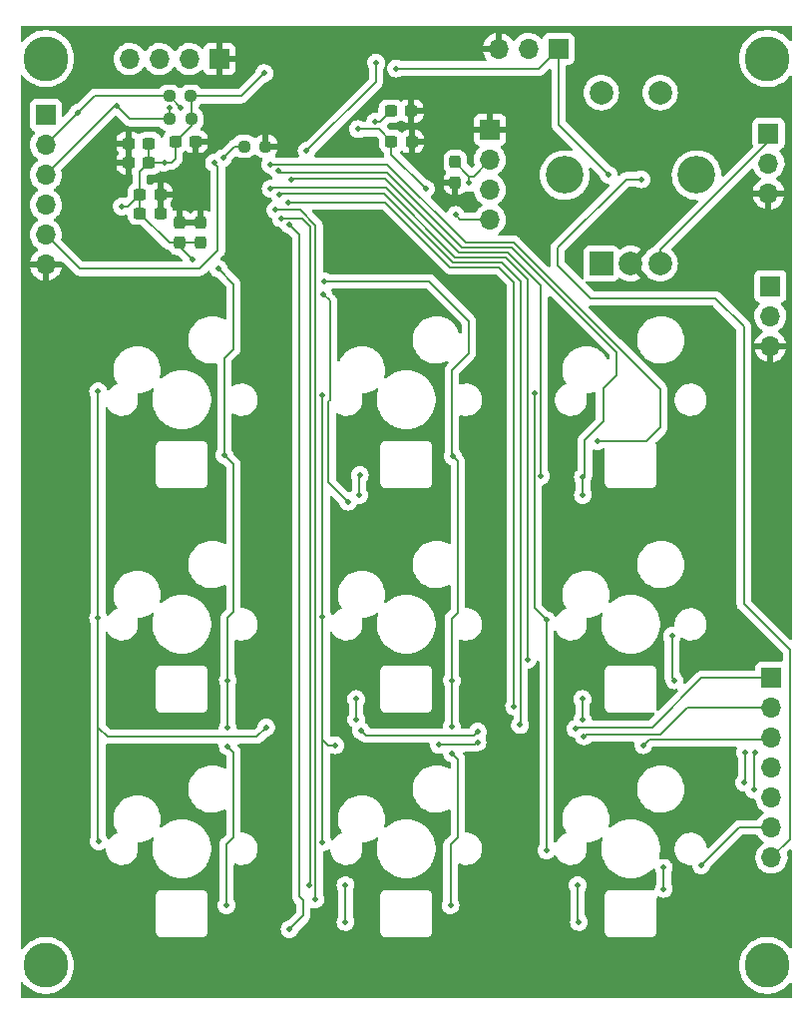
<source format=gtl>
%TF.GenerationSoftware,KiCad,Pcbnew,(6.0.0)*%
%TF.CreationDate,2023-01-21T20:16:48-08:00*%
%TF.ProjectId,keyboard_eval,6b657962-6f61-4726-945f-6576616c2e6b,rev?*%
%TF.SameCoordinates,Original*%
%TF.FileFunction,Copper,L1,Top*%
%TF.FilePolarity,Positive*%
%FSLAX46Y46*%
G04 Gerber Fmt 4.6, Leading zero omitted, Abs format (unit mm)*
G04 Created by KiCad (PCBNEW (6.0.0)) date 2023-01-21 20:16:48*
%MOMM*%
%LPD*%
G01*
G04 APERTURE LIST*
G04 Aperture macros list*
%AMRoundRect*
0 Rectangle with rounded corners*
0 $1 Rounding radius*
0 $2 $3 $4 $5 $6 $7 $8 $9 X,Y pos of 4 corners*
0 Add a 4 corners polygon primitive as box body*
4,1,4,$2,$3,$4,$5,$6,$7,$8,$9,$2,$3,0*
0 Add four circle primitives for the rounded corners*
1,1,$1+$1,$2,$3*
1,1,$1+$1,$4,$5*
1,1,$1+$1,$6,$7*
1,1,$1+$1,$8,$9*
0 Add four rect primitives between the rounded corners*
20,1,$1+$1,$2,$3,$4,$5,0*
20,1,$1+$1,$4,$5,$6,$7,0*
20,1,$1+$1,$6,$7,$8,$9,0*
20,1,$1+$1,$8,$9,$2,$3,0*%
G04 Aperture macros list end*
%TA.AperFunction,SMDPad,CuDef*%
%ADD10RoundRect,0.237500X0.250000X0.237500X-0.250000X0.237500X-0.250000X-0.237500X0.250000X-0.237500X0*%
%TD*%
%TA.AperFunction,ComponentPad*%
%ADD11C,2.600000*%
%TD*%
%TA.AperFunction,ConnectorPad*%
%ADD12C,3.800000*%
%TD*%
%TA.AperFunction,SMDPad,CuDef*%
%ADD13RoundRect,0.237500X0.237500X-0.300000X0.237500X0.300000X-0.237500X0.300000X-0.237500X-0.300000X0*%
%TD*%
%TA.AperFunction,SMDPad,CuDef*%
%ADD14RoundRect,0.237500X-0.300000X-0.237500X0.300000X-0.237500X0.300000X0.237500X-0.300000X0.237500X0*%
%TD*%
%TA.AperFunction,ComponentPad*%
%ADD15R,1.700000X1.700000*%
%TD*%
%TA.AperFunction,ComponentPad*%
%ADD16O,1.700000X1.700000*%
%TD*%
%TA.AperFunction,SMDPad,CuDef*%
%ADD17RoundRect,0.237500X0.300000X0.237500X-0.300000X0.237500X-0.300000X-0.237500X0.300000X-0.237500X0*%
%TD*%
%TA.AperFunction,SMDPad,CuDef*%
%ADD18RoundRect,0.237500X-0.237500X0.300000X-0.237500X-0.300000X0.237500X-0.300000X0.237500X0.300000X0*%
%TD*%
%TA.AperFunction,ComponentPad*%
%ADD19R,2.000000X2.000000*%
%TD*%
%TA.AperFunction,ComponentPad*%
%ADD20C,2.000000*%
%TD*%
%TA.AperFunction,ComponentPad*%
%ADD21C,3.200000*%
%TD*%
%TA.AperFunction,ViaPad*%
%ADD22C,0.500000*%
%TD*%
%TA.AperFunction,Conductor*%
%ADD23C,0.200000*%
%TD*%
G04 APERTURE END LIST*
D10*
%TO.P,R2,1*%
%TO.N,VCC*%
X50812500Y-26200000D03*
%TO.P,R2,2*%
%TO.N,LED_SDA*%
X48987500Y-26200000D03*
%TD*%
D11*
%TO.P,H3,1,1*%
%TO.N,unconnected-(H3-Pad1)*%
X38450000Y-98000000D03*
D12*
X38450000Y-98000000D03*
%TD*%
D13*
%TO.P,C10,1*%
%TO.N,VCC*%
X51600000Y-36687500D03*
%TO.P,C10,2*%
%TO.N,GND*%
X51600000Y-34962500D03*
%TD*%
D12*
%TO.P,H2,1,1*%
%TO.N,unconnected-(H2-Pad1)*%
X38450000Y-21050000D03*
D11*
X38450000Y-21050000D03*
%TD*%
D14*
%TO.P,C7,1*%
%TO.N,VCC*%
X46437500Y-34200000D03*
%TO.P,C7,2*%
%TO.N,GND*%
X48162500Y-34200000D03*
%TD*%
D10*
%TO.P,R1,1*%
%TO.N,VCC*%
X50762500Y-24250000D03*
%TO.P,R1,2*%
%TO.N,LED_SCL*%
X48937500Y-24250000D03*
%TD*%
D15*
%TO.P,J3,1,Pin_1*%
%TO.N,GND*%
X76150000Y-27100000D03*
D16*
%TO.P,J3,2,Pin_2*%
%TO.N,Net-(C1-Pad1)*%
X76150000Y-29640000D03*
%TO.P,J3,3,Pin_3*%
%TO.N,OLED_SCL*%
X76150000Y-32180000D03*
%TO.P,J3,4,Pin_4*%
%TO.N,OLED_SDA*%
X76150000Y-34720000D03*
%TD*%
D15*
%TO.P,J6,1,Pin_1*%
%TO.N,+5V*%
X99950000Y-40375000D03*
D16*
%TO.P,J6,2,Pin_2*%
%TO.N,LED_DOUT*%
X99950000Y-42915000D03*
%TO.P,J6,3,Pin_3*%
%TO.N,GND*%
X99950000Y-45455000D03*
%TD*%
D14*
%TO.P,C6,1*%
%TO.N,VCC*%
X67787500Y-28100000D03*
%TO.P,C6,2*%
%TO.N,GND*%
X69512500Y-28100000D03*
%TD*%
D15*
%TO.P,J1,1,Pin_1*%
%TO.N,Net-(J1-Pad1)*%
X99800000Y-27425000D03*
D16*
%TO.P,J1,2,Pin_2*%
%TO.N,Net-(J1-Pad2)*%
X99800000Y-29965000D03*
%TO.P,J1,3,Pin_3*%
%TO.N,GND*%
X99800000Y-32505000D03*
%TD*%
D15*
%TO.P,J2,1,Pin_1*%
%TO.N,GND*%
X53200000Y-21100000D03*
D16*
%TO.P,J2,2,Pin_2*%
%TO.N,OLED_VCC*%
X50660000Y-21100000D03*
%TO.P,J2,3,Pin_3*%
%TO.N,OLED_SCL*%
X48120000Y-21100000D03*
%TO.P,J2,4,Pin_4*%
%TO.N,OLED_SDA*%
X45580000Y-21100000D03*
%TD*%
D15*
%TO.P,J5,1,Pin_1*%
%TO.N,+5V*%
X81975000Y-20250000D03*
D16*
%TO.P,J5,2,Pin_2*%
%TO.N,LED_DIN*%
X79435000Y-20250000D03*
%TO.P,J5,3,Pin_3*%
%TO.N,GND*%
X76895000Y-20250000D03*
%TD*%
D10*
%TO.P,R4,1*%
%TO.N,GND*%
X57112500Y-28500000D03*
%TO.P,R4,2*%
%TO.N,Net-(IC1-Pad47)*%
X55287500Y-28500000D03*
%TD*%
D11*
%TO.P,H1,1,1*%
%TO.N,unconnected-(H1-Pad1)*%
X99700000Y-98000000D03*
D12*
X99700000Y-98000000D03*
%TD*%
D13*
%TO.P,C9,1*%
%TO.N,VCC*%
X49825000Y-36687500D03*
%TO.P,C9,2*%
%TO.N,GND*%
X49825000Y-34962500D03*
%TD*%
D15*
%TO.P,J4,1,Pin_1*%
%TO.N,Col0*%
X100050000Y-73600000D03*
D16*
%TO.P,J4,2,Pin_2*%
%TO.N,Col1*%
X100050000Y-76140000D03*
%TO.P,J4,3,Pin_3*%
%TO.N,Col2*%
X100050000Y-78680000D03*
%TO.P,J4,4,Pin_4*%
%TO.N,Row0*%
X100050000Y-81220000D03*
%TO.P,J4,5,Pin_5*%
%TO.N,Row1*%
X100050000Y-83760000D03*
%TO.P,J4,6,Pin_6*%
%TO.N,Row2*%
X100050000Y-86300000D03*
%TO.P,J4,7,Pin_7*%
%TO.N,Row_RE*%
X100050000Y-88840000D03*
%TD*%
D14*
%TO.P,C2,1*%
%TO.N,VCC*%
X49437500Y-28100000D03*
%TO.P,C2,2*%
%TO.N,GND*%
X51162500Y-28100000D03*
%TD*%
%TO.P,C8,1*%
%TO.N,VCC*%
X46437500Y-32575000D03*
%TO.P,C8,2*%
%TO.N,GND*%
X48162500Y-32575000D03*
%TD*%
D17*
%TO.P,C5,1*%
%TO.N,GND*%
X69462500Y-25510000D03*
%TO.P,C5,2*%
%TO.N,+5V*%
X67737500Y-25510000D03*
%TD*%
%TO.P,C4,1*%
%TO.N,VCC*%
X47212500Y-29900000D03*
%TO.P,C4,2*%
%TO.N,GND*%
X45487500Y-29900000D03*
%TD*%
D15*
%TO.P,J7,1,Pin_1*%
%TO.N,VCC*%
X38450000Y-25850000D03*
D16*
%TO.P,J7,2,Pin_2*%
%TO.N,LED_SCL*%
X38450000Y-28390000D03*
%TO.P,J7,3,Pin_3*%
%TO.N,LED_SDA*%
X38450000Y-30930000D03*
%TO.P,J7,4,Pin_4*%
%TO.N,SYNC*%
X38450000Y-33470000D03*
%TO.P,J7,5,Pin_5*%
%TO.N,SHUTDOWN_JP*%
X38450000Y-36010000D03*
%TO.P,J7,6,Pin_6*%
%TO.N,GND*%
X38450000Y-38550000D03*
%TD*%
D18*
%TO.P,C1,1*%
%TO.N,Net-(C1-Pad1)*%
X73200000Y-29837500D03*
%TO.P,C1,2*%
%TO.N,GND*%
X73200000Y-31562500D03*
%TD*%
D17*
%TO.P,C3,1*%
%TO.N,VCC*%
X47212500Y-28250000D03*
%TO.P,C3,2*%
%TO.N,GND*%
X45487500Y-28250000D03*
%TD*%
D12*
%TO.P,H4,1,1*%
%TO.N,unconnected-(H4-Pad1)*%
X99700000Y-21050000D03*
D11*
X99700000Y-21050000D03*
%TD*%
D19*
%TO.P,SW1,A,A*%
%TO.N,Net-(J1-Pad2)*%
X85600000Y-38450000D03*
D20*
%TO.P,SW1,B,B*%
%TO.N,Net-(J1-Pad1)*%
X90600000Y-38450000D03*
%TO.P,SW1,C,C*%
%TO.N,GND*%
X88100000Y-38450000D03*
D21*
%TO.P,SW1,MP*%
%TO.N,N/C*%
X93700000Y-30950000D03*
X82500000Y-30950000D03*
D20*
%TO.P,SW1,S1,S1*%
%TO.N,Net-(D1-Pad2)*%
X90600000Y-23950000D03*
%TO.P,SW1,S2,S2*%
%TO.N,Col2*%
X85600000Y-23950000D03*
%TD*%
D22*
%TO.N,Net-(C1-Pad1)*%
X74400000Y-31600000D03*
%TO.N,GND*%
X50000000Y-33400000D03*
X50000000Y-31300000D03*
X52200000Y-31300000D03*
X52200000Y-33400000D03*
X71600000Y-98200000D03*
X62500000Y-24000000D03*
X51200000Y-32500000D03*
X42400000Y-33000000D03*
%TO.N,VCC*%
X44900000Y-33600000D03*
X70700000Y-32100000D03*
X48500000Y-29900000D03*
X57000000Y-22300000D03*
X50900000Y-38100000D03*
X64950000Y-27050000D03*
%TO.N,+5V*%
X68200000Y-21900000D03*
X98550000Y-83100000D03*
X98700000Y-79900000D03*
X66400000Y-26400000D03*
X86200000Y-30900000D03*
%TO.N,Row_RE*%
X89000000Y-31300000D03*
%TO.N,Row2*%
X94100000Y-89500000D03*
%TO.N,Net-(D11-Pad2)*%
X60600000Y-28900000D03*
X66500000Y-21400000D03*
%TO.N,Net-(D13-Pad2)*%
X97800000Y-79900000D03*
X97700000Y-82500000D03*
%TO.N,Row0_R*%
X85300000Y-53500000D03*
X57500000Y-30050000D03*
%TO.N,Row0_G*%
X84050000Y-58100000D03*
X58200000Y-30599500D03*
X65050000Y-58100000D03*
X84050000Y-56550000D03*
X65100000Y-56400000D03*
%TO.N,Row0_B*%
X59250000Y-31300000D03*
X80459500Y-56490000D03*
%TO.N,Row1_R*%
X57550000Y-32100000D03*
X79350000Y-72050000D03*
%TO.N,Row1_G*%
X84000000Y-77100000D03*
X84000000Y-75400000D03*
X78700000Y-77600000D03*
X64800000Y-77100000D03*
X64800000Y-75400000D03*
X58300000Y-32600000D03*
%TO.N,Row1_B*%
X59050000Y-33250000D03*
X78200000Y-76000000D03*
%TO.N,Row2_R*%
X57950000Y-33900000D03*
X61350000Y-92400000D03*
%TO.N,Row2_G*%
X58400000Y-34600000D03*
X63900000Y-91200000D03*
X83600000Y-91200000D03*
X60800000Y-91200000D03*
X83700000Y-94300000D03*
X63900000Y-94300000D03*
%TO.N,Row2_B*%
X59150000Y-94900000D03*
X59100000Y-35150000D03*
%TO.N,LED_Col0*%
X53900000Y-77850000D03*
X53103200Y-38896800D03*
X53900000Y-79400000D03*
X53900000Y-73800000D03*
X53800000Y-92900000D03*
X53600000Y-54700000D03*
%TO.N,LED_Col1*%
X72900000Y-73800000D03*
X62100000Y-39950000D03*
X73000000Y-54800000D03*
X72800000Y-92900000D03*
X72950000Y-80000000D03*
X72900000Y-77750000D03*
%TO.N,LED_Col2*%
X90900000Y-89700000D03*
X64100000Y-58650000D03*
X90900000Y-91500000D03*
X91800000Y-73800000D03*
X62000000Y-41050000D03*
X91600000Y-70000000D03*
%TO.N,LED_SDA*%
X44500000Y-25100000D03*
X48950000Y-25200000D03*
%TO.N,LED_SCL*%
X41170000Y-25670000D03*
X49900000Y-25200000D03*
%TO.N,SHUTDOWN_JP*%
X52730000Y-29870000D03*
%TO.N,Net-(IC1-Pad47)*%
X53500000Y-29500000D03*
%TO.N,OLED_SDA*%
X73230000Y-34330000D03*
%TO.N,Col0*%
X42900000Y-68500000D03*
X57150000Y-77800000D03*
X75110000Y-78170000D03*
X83400000Y-77920000D03*
X42950000Y-87450000D03*
X65230000Y-78100000D03*
X42900000Y-49300000D03*
%TO.N,Col1*%
X61950000Y-49650000D03*
X75090000Y-79050000D03*
X61950000Y-68400000D03*
X63020000Y-79300000D03*
X84120000Y-78550000D03*
X61950000Y-87550000D03*
X71830000Y-79270000D03*
%TO.N,Col2*%
X79910000Y-49470000D03*
X80950000Y-88250000D03*
X80950000Y-68700000D03*
X89150000Y-79300000D03*
%TD*%
D23*
%TO.N,Net-(C1-Pad1)*%
X74752500Y-31037500D02*
X76150000Y-29640000D01*
X74400000Y-31037500D02*
X74752500Y-31037500D01*
X74400000Y-31037500D02*
X73200000Y-29837500D01*
X74400000Y-31600000D02*
X74400000Y-31037500D01*
%TO.N,VCC*%
X64950000Y-27050000D02*
X66737500Y-27050000D01*
X45412500Y-33600000D02*
X46437500Y-32575000D01*
X70700000Y-32100000D02*
X67787500Y-29187500D01*
X57000000Y-22300000D02*
X55050000Y-24250000D01*
X49100000Y-29900000D02*
X48500000Y-29900000D01*
X49437500Y-28100000D02*
X49437500Y-29562500D01*
X46437500Y-34200000D02*
X48925000Y-36687500D01*
X49437500Y-29562500D02*
X49100000Y-29900000D01*
X46437500Y-32575000D02*
X46437500Y-34200000D01*
X48925000Y-36687500D02*
X49825000Y-36687500D01*
X49825000Y-36687500D02*
X49825000Y-37025000D01*
X47212500Y-29900000D02*
X48500000Y-29900000D01*
X46437500Y-30675000D02*
X47212500Y-29900000D01*
X50762500Y-24250000D02*
X50812500Y-24300000D01*
X50812500Y-24300000D02*
X50812500Y-26200000D01*
X55050000Y-24250000D02*
X50762500Y-24250000D01*
X67787500Y-29187500D02*
X67787500Y-28100000D01*
X50812500Y-26725000D02*
X49437500Y-28100000D01*
X47212500Y-28250000D02*
X47212500Y-29900000D01*
X66737500Y-27050000D02*
X67787500Y-28100000D01*
X49825000Y-37025000D02*
X50900000Y-38100000D01*
X49825000Y-36687500D02*
X51600000Y-36687500D01*
X44900000Y-33600000D02*
X45412500Y-33600000D01*
X46437500Y-32575000D02*
X46437500Y-30675000D01*
X50812500Y-26200000D02*
X50812500Y-26725000D01*
%TO.N,+5V*%
X86200000Y-30900000D02*
X81975000Y-26675000D01*
X81975000Y-20250000D02*
X80325000Y-21900000D01*
X98550000Y-80050000D02*
X98700000Y-79900000D01*
X66847500Y-26400000D02*
X67737500Y-25510000D01*
X98550000Y-83100000D02*
X98550000Y-80050000D01*
X81975000Y-26675000D02*
X81975000Y-20250000D01*
X66400000Y-26400000D02*
X66847500Y-26400000D01*
X80325000Y-21900000D02*
X68200000Y-21900000D01*
%TO.N,Row_RE*%
X97700000Y-67300000D02*
X101600000Y-71200000D01*
X95300000Y-41400000D02*
X97700000Y-43800000D01*
X89000000Y-31300000D02*
X87700000Y-31300000D01*
X81900000Y-38600000D02*
X84700000Y-41400000D01*
X84700000Y-41400000D02*
X95300000Y-41400000D01*
X81900000Y-37100000D02*
X81900000Y-38600000D01*
X97700000Y-43800000D02*
X97700000Y-67300000D01*
X87700000Y-31300000D02*
X81900000Y-37100000D01*
X101600000Y-87290000D02*
X100050000Y-88840000D01*
X101600000Y-71200000D02*
X101600000Y-87290000D01*
%TO.N,Row2*%
X94100000Y-89500000D02*
X97300000Y-86300000D01*
X97300000Y-86300000D02*
X100050000Y-86300000D01*
%TO.N,Net-(D11-Pad2)*%
X66500000Y-23000000D02*
X66500000Y-21400000D01*
X60600000Y-28900000D02*
X66500000Y-23000000D01*
%TO.N,Net-(D13-Pad2)*%
X97800000Y-82400000D02*
X97800000Y-79900000D01*
X97700000Y-82500000D02*
X97800000Y-82400000D01*
%TO.N,Row0_R*%
X78200000Y-36700000D02*
X90600000Y-49100000D01*
X89441449Y-53500000D02*
X85300000Y-53500000D01*
X90600000Y-49100000D02*
X90600000Y-52341449D01*
X90600000Y-52341449D02*
X89441449Y-53500000D01*
X57500000Y-30050000D02*
X67450000Y-30050000D01*
X74100000Y-36700000D02*
X78200000Y-36700000D01*
X67450000Y-30050000D02*
X74100000Y-36700000D01*
%TO.N,Row0_G*%
X86900000Y-47885901D02*
X85756579Y-49029322D01*
X86900000Y-45965006D02*
X86900000Y-47885901D01*
X65050000Y-56450000D02*
X65100000Y-56400000D01*
X85756579Y-51863421D02*
X84220421Y-53399579D01*
X78034514Y-37099520D02*
X86900000Y-45965006D01*
X73799520Y-37099520D02*
X78034514Y-37099520D01*
X65050000Y-58100000D02*
X65050000Y-56450000D01*
X85756579Y-49029322D02*
X85756579Y-51863421D01*
X67450000Y-30750000D02*
X73799520Y-37099520D01*
X58350500Y-30750000D02*
X67450000Y-30750000D01*
X84220421Y-53399579D02*
X84220421Y-56379579D01*
X58200000Y-30599500D02*
X58350500Y-30750000D01*
X84220421Y-56379579D02*
X84050000Y-56550000D01*
X84050000Y-58100000D02*
X84050000Y-56550000D01*
%TO.N,Row0_B*%
X80459500Y-56490000D02*
X80480000Y-56469500D01*
X73500000Y-37500000D02*
X67250000Y-31250000D01*
X77700000Y-37500000D02*
X73500000Y-37500000D01*
X80480000Y-40280000D02*
X77700000Y-37500000D01*
X80480000Y-56469500D02*
X80480000Y-40280000D01*
X67250000Y-31250000D02*
X59300000Y-31250000D01*
X59300000Y-31250000D02*
X59250000Y-31300000D01*
%TO.N,Row1_R*%
X77450000Y-37900000D02*
X79350000Y-39800000D01*
X79350000Y-39800000D02*
X79350000Y-72050000D01*
X57550000Y-32100000D02*
X57650000Y-32000000D01*
X57650000Y-32000000D02*
X67300000Y-32000000D01*
X67300000Y-32000000D02*
X73200000Y-37900000D01*
X73200000Y-37900000D02*
X77450000Y-37900000D01*
%TO.N,Row1_G*%
X64800000Y-77100000D02*
X64800000Y-75400000D01*
X78750000Y-39950000D02*
X78750000Y-77550000D01*
X58350000Y-32550000D02*
X67200000Y-32550000D01*
X78750000Y-77550000D02*
X78700000Y-77600000D01*
X73000000Y-38350000D02*
X77150000Y-38350000D01*
X67200000Y-32550000D02*
X73000000Y-38350000D01*
X58300000Y-32600000D02*
X58350000Y-32550000D01*
X84000000Y-77100000D02*
X84000000Y-75400000D01*
X77150000Y-38350000D02*
X78750000Y-39950000D01*
%TO.N,Row1_B*%
X76900000Y-38750000D02*
X78200000Y-40050000D01*
X59050000Y-33250000D02*
X67250000Y-33250000D01*
X67250000Y-33250000D02*
X72750000Y-38750000D01*
X72750000Y-38750000D02*
X76900000Y-38750000D01*
X78200000Y-40050000D02*
X78200000Y-76000000D01*
%TO.N,Row2_R*%
X61350000Y-92400000D02*
X61350000Y-35200000D01*
X61350000Y-35200000D02*
X60050000Y-33900000D01*
X60050000Y-33900000D02*
X57950000Y-33900000D01*
%TO.N,Row2_G*%
X60900000Y-91100000D02*
X60900000Y-35315006D01*
X60184994Y-34600000D02*
X58400000Y-34600000D01*
X60900000Y-35315006D02*
X60184994Y-34600000D01*
X63900000Y-91200000D02*
X63900000Y-94300000D01*
X60800000Y-91200000D02*
X60900000Y-91100000D01*
X83600000Y-94200000D02*
X83700000Y-94300000D01*
X83600000Y-91200000D02*
X83600000Y-94200000D01*
%TO.N,Row2_B*%
X59950000Y-36000000D02*
X59100000Y-35150000D01*
X59150000Y-94900000D02*
X60300489Y-93749511D01*
X59950000Y-92150000D02*
X59950000Y-36000000D01*
X60300489Y-92500489D02*
X59950000Y-92150000D01*
X60300489Y-93749511D02*
X60300489Y-92500489D01*
%TO.N,LED_Col0*%
X54389521Y-40183121D02*
X54389521Y-45686098D01*
X54389521Y-79889521D02*
X54389521Y-87092826D01*
X53879579Y-68520421D02*
X53879579Y-73779579D01*
X54389521Y-45686098D02*
X53600000Y-46475619D01*
X53103200Y-38896800D02*
X54389521Y-40183121D01*
X53600000Y-46475619D02*
X53600000Y-54700000D01*
X53900000Y-73800000D02*
X53900000Y-77850000D01*
X53900000Y-79400000D02*
X54389521Y-79889521D01*
X54389521Y-68010479D02*
X53879579Y-68520421D01*
X54389521Y-87092826D02*
X53800000Y-87682347D01*
X53800000Y-87682347D02*
X53800000Y-92900000D01*
X54389521Y-55489521D02*
X54389521Y-68010479D01*
X53879579Y-73779579D02*
X53900000Y-73800000D01*
X53600000Y-54700000D02*
X54389521Y-55489521D01*
%TO.N,LED_Col1*%
X73439521Y-87092826D02*
X72800000Y-87732347D01*
X73439521Y-80489521D02*
X73439521Y-87092826D01*
X72929579Y-54729579D02*
X73000000Y-54800000D01*
X72950000Y-80000000D02*
X73439521Y-80489521D01*
X62100000Y-39950000D02*
X70980000Y-39950000D01*
X70980000Y-39950000D02*
X74360000Y-43330000D01*
X73439521Y-55239521D02*
X73439521Y-68042826D01*
X72929579Y-47470421D02*
X72929579Y-54729579D01*
X74360000Y-43330000D02*
X74360000Y-46040000D01*
X72900000Y-68582347D02*
X72900000Y-73800000D01*
X72900000Y-73800000D02*
X72900000Y-77750000D01*
X72800000Y-87732347D02*
X72800000Y-92900000D01*
X74360000Y-46040000D02*
X72929579Y-47470421D01*
X73439521Y-68042826D02*
X72900000Y-68582347D01*
X73000000Y-54800000D02*
X73439521Y-55239521D01*
%TO.N,LED_Col2*%
X91600000Y-70000000D02*
X91600000Y-73600000D01*
X62550000Y-41600000D02*
X62550000Y-50050000D01*
X62450000Y-50150000D02*
X62450000Y-57000000D01*
X62450000Y-57000000D02*
X64100000Y-58650000D01*
X62000000Y-41050000D02*
X62550000Y-41600000D01*
X91600000Y-73600000D02*
X91800000Y-73800000D01*
X90900000Y-89700000D02*
X90900000Y-91500000D01*
X62550000Y-50050000D02*
X62450000Y-50150000D01*
%TO.N,LED_SDA*%
X45600000Y-26200000D02*
X44500000Y-25100000D01*
X44280000Y-25100000D02*
X38450000Y-30930000D01*
X48987500Y-26200000D02*
X45600000Y-26200000D01*
X48987500Y-25237500D02*
X48987500Y-26200000D01*
X44500000Y-25100000D02*
X44280000Y-25100000D01*
X48950000Y-25200000D02*
X48987500Y-25237500D01*
%TO.N,LED_SCL*%
X42590000Y-24250000D02*
X41170000Y-25670000D01*
X49887500Y-25200000D02*
X48937500Y-24250000D01*
X49900000Y-25200000D02*
X49887500Y-25200000D01*
X48937500Y-24250000D02*
X42590000Y-24250000D01*
X41170000Y-25670000D02*
X38450000Y-28390000D01*
%TO.N,SHUTDOWN_JP*%
X53050000Y-37350000D02*
X51500000Y-38900000D01*
X52730000Y-29870000D02*
X53050000Y-30190000D01*
X51500000Y-38900000D02*
X41340000Y-38900000D01*
X41340000Y-38900000D02*
X38450000Y-36010000D01*
X53050000Y-30190000D02*
X53050000Y-37350000D01*
%TO.N,Net-(IC1-Pad47)*%
X55287500Y-28500000D02*
X54500000Y-28500000D01*
X54500000Y-28500000D02*
X53500000Y-29500000D01*
%TO.N,Net-(J1-Pad1)*%
X99800000Y-28100000D02*
X90600000Y-37300000D01*
X90600000Y-37300000D02*
X90600000Y-38450000D01*
X99800000Y-27425000D02*
X99800000Y-28100000D01*
%TO.N,OLED_SDA*%
X73230000Y-34330000D02*
X73620000Y-34720000D01*
X73620000Y-34720000D02*
X76150000Y-34720000D01*
%TO.N,Col0*%
X65630000Y-78500000D02*
X74780000Y-78500000D01*
X74780000Y-78500000D02*
X75110000Y-78170000D01*
X42900000Y-49300000D02*
X42900000Y-68500000D01*
X42900000Y-77800000D02*
X42900000Y-87400000D01*
X94100000Y-73600000D02*
X100050000Y-73600000D01*
X89900000Y-77800000D02*
X94100000Y-73600000D01*
X56350000Y-78600000D02*
X43700000Y-78600000D01*
X83520000Y-77800000D02*
X89900000Y-77800000D01*
X42900000Y-68500000D02*
X42900000Y-77800000D01*
X43700000Y-78600000D02*
X42900000Y-77800000D01*
X57150000Y-77800000D02*
X56350000Y-78600000D01*
X65230000Y-78100000D02*
X65630000Y-78500000D01*
X83400000Y-77920000D02*
X83520000Y-77800000D01*
X42900000Y-87400000D02*
X42950000Y-87450000D01*
%TO.N,Col1*%
X71830000Y-79270000D02*
X74870000Y-79270000D01*
X61950000Y-49650000D02*
X61950000Y-68400000D01*
X61950000Y-68400000D02*
X61950000Y-78450000D01*
X92860000Y-76140000D02*
X100050000Y-76140000D01*
X61950000Y-78870000D02*
X62380000Y-79300000D01*
X61950000Y-78450000D02*
X61950000Y-78870000D01*
X90600000Y-78400000D02*
X92860000Y-76140000D01*
X74870000Y-79270000D02*
X75090000Y-79050000D01*
X61950000Y-78870000D02*
X61950000Y-87550000D01*
X84270000Y-78400000D02*
X90600000Y-78400000D01*
X62380000Y-79300000D02*
X63020000Y-79300000D01*
X84120000Y-78550000D02*
X84270000Y-78400000D01*
%TO.N,Col2*%
X89150000Y-79300000D02*
X89650480Y-78799520D01*
X80950000Y-78950000D02*
X80950000Y-88250000D01*
X79910000Y-67660000D02*
X80950000Y-68700000D01*
X79910000Y-49470000D02*
X79910000Y-67660000D01*
X80950000Y-68700000D02*
X80950000Y-78950000D01*
X99930480Y-78799520D02*
X100050000Y-78680000D01*
X89650480Y-78799520D02*
X99930480Y-78799520D01*
%TD*%
%TA.AperFunction,Conductor*%
%TO.N,GND*%
G36*
X101734121Y-18278002D02*
G01*
X101780614Y-18331658D01*
X101792000Y-18384000D01*
X101792000Y-19450325D01*
X101771998Y-19518446D01*
X101718342Y-19564939D01*
X101648068Y-19575043D01*
X101583488Y-19545549D01*
X101568919Y-19530645D01*
X101459192Y-19398008D01*
X101238271Y-19190550D01*
X100993090Y-19012416D01*
X100979441Y-19004912D01*
X100730986Y-18868322D01*
X100730985Y-18868321D01*
X100727517Y-18866415D01*
X100723848Y-18864962D01*
X100723843Y-18864960D01*
X100449409Y-18756304D01*
X100449408Y-18756304D01*
X100445739Y-18754851D01*
X100152200Y-18679484D01*
X99851530Y-18641500D01*
X99548470Y-18641500D01*
X99247800Y-18679484D01*
X98954261Y-18754851D01*
X98950592Y-18756304D01*
X98950591Y-18756304D01*
X98676157Y-18864960D01*
X98676152Y-18864962D01*
X98672483Y-18866415D01*
X98669015Y-18868321D01*
X98669014Y-18868322D01*
X98420560Y-19004912D01*
X98406910Y-19012416D01*
X98161729Y-19190550D01*
X97940808Y-19398008D01*
X97747630Y-19631520D01*
X97585242Y-19887402D01*
X97550092Y-19962101D01*
X97474698Y-20122322D01*
X97456206Y-20161619D01*
X97362555Y-20449846D01*
X97305767Y-20747538D01*
X97286738Y-21050000D01*
X97305767Y-21352462D01*
X97362555Y-21650154D01*
X97363782Y-21653930D01*
X97443774Y-21900118D01*
X97456206Y-21938381D01*
X97457893Y-21941967D01*
X97457895Y-21941971D01*
X97507248Y-22046851D01*
X97585242Y-22212598D01*
X97747630Y-22468480D01*
X97750149Y-22471525D01*
X97750152Y-22471529D01*
X97791173Y-22521114D01*
X97940808Y-22701992D01*
X98161729Y-22909450D01*
X98406910Y-23087584D01*
X98672483Y-23233585D01*
X98676152Y-23235038D01*
X98676157Y-23235040D01*
X98921924Y-23332346D01*
X98954261Y-23345149D01*
X99247800Y-23420516D01*
X99548470Y-23458500D01*
X99851530Y-23458500D01*
X100152200Y-23420516D01*
X100445739Y-23345149D01*
X100478076Y-23332346D01*
X100723843Y-23235040D01*
X100723848Y-23235038D01*
X100727517Y-23233585D01*
X100993090Y-23087584D01*
X101238271Y-22909450D01*
X101459192Y-22701992D01*
X101568916Y-22569358D01*
X101627749Y-22529621D01*
X101698727Y-22527999D01*
X101759315Y-22565009D01*
X101790275Y-22628899D01*
X101792000Y-22649675D01*
X101792000Y-70227261D01*
X101771998Y-70295382D01*
X101718342Y-70341875D01*
X101648068Y-70351979D01*
X101583488Y-70322485D01*
X101576905Y-70316356D01*
X98345405Y-67084856D01*
X98311379Y-67022544D01*
X98308500Y-66995761D01*
X98308500Y-45722966D01*
X98618257Y-45722966D01*
X98648565Y-45857446D01*
X98651645Y-45867275D01*
X98731770Y-46064603D01*
X98736413Y-46073794D01*
X98847694Y-46255388D01*
X98853777Y-46263699D01*
X98993213Y-46424667D01*
X99000580Y-46431883D01*
X99164434Y-46567916D01*
X99172881Y-46573831D01*
X99356756Y-46681279D01*
X99366042Y-46685729D01*
X99565001Y-46761703D01*
X99574899Y-46764579D01*
X99678250Y-46785606D01*
X99692299Y-46784410D01*
X99696000Y-46774065D01*
X99696000Y-46773517D01*
X100204000Y-46773517D01*
X100208064Y-46787359D01*
X100221478Y-46789393D01*
X100228184Y-46788534D01*
X100238262Y-46786392D01*
X100442255Y-46725191D01*
X100451842Y-46721433D01*
X100643095Y-46627739D01*
X100651945Y-46622464D01*
X100825328Y-46498792D01*
X100833200Y-46492139D01*
X100984052Y-46341812D01*
X100990730Y-46333965D01*
X101115003Y-46161020D01*
X101120313Y-46152183D01*
X101214670Y-45961267D01*
X101218469Y-45951672D01*
X101280377Y-45747910D01*
X101282555Y-45737837D01*
X101283986Y-45726962D01*
X101281775Y-45712778D01*
X101268617Y-45709000D01*
X100222115Y-45709000D01*
X100206876Y-45713475D01*
X100205671Y-45714865D01*
X100204000Y-45722548D01*
X100204000Y-46773517D01*
X99696000Y-46773517D01*
X99696000Y-45727115D01*
X99691525Y-45711876D01*
X99690135Y-45710671D01*
X99682452Y-45709000D01*
X98633225Y-45709000D01*
X98619694Y-45712973D01*
X98618257Y-45722966D01*
X98308500Y-45722966D01*
X98308500Y-43848144D01*
X98309578Y-43831698D01*
X98312673Y-43808188D01*
X98313751Y-43800000D01*
X98292838Y-43641149D01*
X98231524Y-43493124D01*
X98158478Y-43397929D01*
X98158474Y-43397925D01*
X98145257Y-43380700D01*
X98139016Y-43372566D01*
X98139013Y-43372563D01*
X98133987Y-43366013D01*
X98127432Y-43360983D01*
X98108621Y-43346548D01*
X98096230Y-43335681D01*
X97642244Y-42881695D01*
X98587251Y-42881695D01*
X98587548Y-42886848D01*
X98587548Y-42886851D01*
X98598636Y-43079154D01*
X98600110Y-43104715D01*
X98601247Y-43109761D01*
X98601248Y-43109767D01*
X98621119Y-43197939D01*
X98649222Y-43322639D01*
X98733266Y-43529616D01*
X98849987Y-43720088D01*
X98996250Y-43888938D01*
X99168126Y-44031632D01*
X99203066Y-44052049D01*
X99241955Y-44074774D01*
X99290679Y-44126412D01*
X99303750Y-44196195D01*
X99277019Y-44261967D01*
X99236562Y-44295327D01*
X99228457Y-44299546D01*
X99219738Y-44305036D01*
X99049433Y-44432905D01*
X99041726Y-44439748D01*
X98894590Y-44593717D01*
X98888104Y-44601727D01*
X98768098Y-44777649D01*
X98763000Y-44786623D01*
X98673338Y-44979783D01*
X98669775Y-44989470D01*
X98614389Y-45189183D01*
X98615912Y-45197607D01*
X98628292Y-45201000D01*
X101268344Y-45201000D01*
X101281875Y-45197027D01*
X101283180Y-45187947D01*
X101241214Y-45020875D01*
X101237894Y-45011124D01*
X101152972Y-44815814D01*
X101148105Y-44806739D01*
X101032426Y-44627926D01*
X101026136Y-44619757D01*
X100882806Y-44462240D01*
X100875273Y-44455215D01*
X100708139Y-44323222D01*
X100699556Y-44317520D01*
X100662602Y-44297120D01*
X100612631Y-44246687D01*
X100597859Y-44177245D01*
X100622975Y-44110839D01*
X100650327Y-44084232D01*
X100716010Y-44037381D01*
X100829860Y-43956173D01*
X100988096Y-43798489D01*
X101047594Y-43715689D01*
X101115435Y-43621277D01*
X101118453Y-43617077D01*
X101140352Y-43572769D01*
X101215136Y-43421453D01*
X101215137Y-43421451D01*
X101217430Y-43416811D01*
X101278708Y-43215123D01*
X101280865Y-43208023D01*
X101280865Y-43208021D01*
X101282370Y-43203069D01*
X101311529Y-42981590D01*
X101312257Y-42951805D01*
X101313074Y-42918365D01*
X101313074Y-42918361D01*
X101313156Y-42915000D01*
X101294852Y-42692361D01*
X101240431Y-42475702D01*
X101151354Y-42270840D01*
X101030014Y-42083277D01*
X101026532Y-42079450D01*
X100882798Y-41921488D01*
X100851746Y-41857642D01*
X100860141Y-41787143D01*
X100905317Y-41732375D01*
X100931761Y-41718706D01*
X101038297Y-41678767D01*
X101046705Y-41675615D01*
X101163261Y-41588261D01*
X101250615Y-41471705D01*
X101301745Y-41335316D01*
X101308500Y-41273134D01*
X101308500Y-39476866D01*
X101301745Y-39414684D01*
X101250615Y-39278295D01*
X101163261Y-39161739D01*
X101046705Y-39074385D01*
X100910316Y-39023255D01*
X100848134Y-39016500D01*
X99051866Y-39016500D01*
X98989684Y-39023255D01*
X98853295Y-39074385D01*
X98736739Y-39161739D01*
X98649385Y-39278295D01*
X98598255Y-39414684D01*
X98591500Y-39476866D01*
X98591500Y-41273134D01*
X98598255Y-41335316D01*
X98649385Y-41471705D01*
X98736739Y-41588261D01*
X98853295Y-41675615D01*
X98861704Y-41678767D01*
X98861705Y-41678768D01*
X98970451Y-41719535D01*
X99027216Y-41762176D01*
X99051916Y-41828738D01*
X99036709Y-41898087D01*
X99017316Y-41924568D01*
X98932092Y-42013750D01*
X98890629Y-42057138D01*
X98764743Y-42241680D01*
X98670688Y-42444305D01*
X98610989Y-42659570D01*
X98587251Y-42881695D01*
X97642244Y-42881695D01*
X95764315Y-41003766D01*
X95753448Y-40991375D01*
X95739013Y-40972563D01*
X95733987Y-40966013D01*
X95702075Y-40941526D01*
X95702072Y-40941523D01*
X95623057Y-40880892D01*
X95613429Y-40873504D01*
X95613427Y-40873503D01*
X95606876Y-40868476D01*
X95458851Y-40807162D01*
X95450664Y-40806084D01*
X95450663Y-40806084D01*
X95439458Y-40804609D01*
X95408262Y-40800502D01*
X95339885Y-40791500D01*
X95339882Y-40791500D01*
X95339874Y-40791499D01*
X95308189Y-40787328D01*
X95300000Y-40786250D01*
X95268307Y-40790422D01*
X95251864Y-40791500D01*
X85004239Y-40791500D01*
X84936118Y-40771498D01*
X84915144Y-40754595D01*
X84297189Y-40136640D01*
X84263163Y-40074328D01*
X84268228Y-40003513D01*
X84310775Y-39946677D01*
X84377295Y-39921866D01*
X84430513Y-39929563D01*
X84489684Y-39951745D01*
X84551866Y-39958500D01*
X86648134Y-39958500D01*
X86710316Y-39951745D01*
X86846705Y-39900615D01*
X86963261Y-39813261D01*
X86968643Y-39806080D01*
X87044026Y-39705497D01*
X87100885Y-39662982D01*
X87171704Y-39657956D01*
X87210017Y-39675176D01*
X87210879Y-39673770D01*
X87409042Y-39795205D01*
X87417837Y-39799687D01*
X87627988Y-39886734D01*
X87637373Y-39889783D01*
X87858554Y-39942885D01*
X87868301Y-39944428D01*
X88095070Y-39962275D01*
X88104930Y-39962275D01*
X88331699Y-39944428D01*
X88341446Y-39942885D01*
X88562627Y-39889783D01*
X88572012Y-39886734D01*
X88782163Y-39799687D01*
X88790958Y-39795205D01*
X88958445Y-39692568D01*
X88967907Y-39682110D01*
X88964124Y-39673334D01*
X87829885Y-38539095D01*
X87795859Y-38476783D01*
X87797694Y-38451132D01*
X88464408Y-38451132D01*
X88464539Y-38452965D01*
X88468790Y-38459580D01*
X89320290Y-39311080D01*
X89358648Y-39332026D01*
X89394072Y-39360782D01*
X89520236Y-39508501D01*
X89530031Y-39519969D01*
X89710584Y-39674176D01*
X89714792Y-39676755D01*
X89714798Y-39676759D01*
X89886283Y-39781845D01*
X89913037Y-39798240D01*
X89917607Y-39800133D01*
X89917611Y-39800135D01*
X90127833Y-39887211D01*
X90132406Y-39889105D01*
X90180349Y-39900615D01*
X90358476Y-39943380D01*
X90358482Y-39943381D01*
X90363289Y-39944535D01*
X90600000Y-39963165D01*
X90836711Y-39944535D01*
X90841518Y-39943381D01*
X90841524Y-39943380D01*
X91019651Y-39900615D01*
X91067594Y-39889105D01*
X91072167Y-39887211D01*
X91282389Y-39800135D01*
X91282393Y-39800133D01*
X91286963Y-39798240D01*
X91313717Y-39781845D01*
X91485202Y-39676759D01*
X91485208Y-39676755D01*
X91489416Y-39674176D01*
X91669969Y-39519969D01*
X91679765Y-39508500D01*
X91747694Y-39428965D01*
X91824176Y-39339416D01*
X91826755Y-39335208D01*
X91826759Y-39335202D01*
X91945654Y-39141183D01*
X91948240Y-39136963D01*
X91963702Y-39099636D01*
X92037211Y-38922167D01*
X92037212Y-38922165D01*
X92039105Y-38917594D01*
X92062064Y-38821962D01*
X92093380Y-38691524D01*
X92093381Y-38691518D01*
X92094535Y-38686711D01*
X92113165Y-38450000D01*
X92094535Y-38213289D01*
X92080222Y-38153668D01*
X92040260Y-37987218D01*
X92039105Y-37982406D01*
X91997360Y-37881623D01*
X91950135Y-37767611D01*
X91950133Y-37767607D01*
X91948240Y-37763037D01*
X91907605Y-37696727D01*
X91826759Y-37564798D01*
X91826755Y-37564792D01*
X91824176Y-37560584D01*
X91669969Y-37380031D01*
X91617499Y-37335218D01*
X91578691Y-37275768D01*
X91578185Y-37204774D01*
X91610236Y-37150313D01*
X95987583Y-32772966D01*
X98468257Y-32772966D01*
X98498565Y-32907446D01*
X98501645Y-32917275D01*
X98581770Y-33114603D01*
X98586413Y-33123794D01*
X98697694Y-33305388D01*
X98703777Y-33313699D01*
X98843213Y-33474667D01*
X98850580Y-33481883D01*
X99014434Y-33617916D01*
X99022881Y-33623831D01*
X99206756Y-33731279D01*
X99216042Y-33735729D01*
X99415001Y-33811703D01*
X99424899Y-33814579D01*
X99528250Y-33835606D01*
X99542299Y-33834410D01*
X99546000Y-33824065D01*
X99546000Y-33823517D01*
X100054000Y-33823517D01*
X100058064Y-33837359D01*
X100071478Y-33839393D01*
X100078184Y-33838534D01*
X100088262Y-33836392D01*
X100292255Y-33775191D01*
X100301842Y-33771433D01*
X100493095Y-33677739D01*
X100501945Y-33672464D01*
X100675328Y-33548792D01*
X100683200Y-33542139D01*
X100834052Y-33391812D01*
X100840730Y-33383965D01*
X100965003Y-33211020D01*
X100970313Y-33202183D01*
X101064670Y-33011267D01*
X101068469Y-33001672D01*
X101130377Y-32797910D01*
X101132555Y-32787837D01*
X101133986Y-32776962D01*
X101131775Y-32762778D01*
X101118617Y-32759000D01*
X100072115Y-32759000D01*
X100056876Y-32763475D01*
X100055671Y-32764865D01*
X100054000Y-32772548D01*
X100054000Y-33823517D01*
X99546000Y-33823517D01*
X99546000Y-32777115D01*
X99541525Y-32761876D01*
X99540135Y-32760671D01*
X99532452Y-32759000D01*
X98483225Y-32759000D01*
X98469694Y-32762973D01*
X98468257Y-32772966D01*
X95987583Y-32772966D01*
X98332722Y-30427827D01*
X98395034Y-30393801D01*
X98465849Y-30398866D01*
X98522685Y-30441413D01*
X98538560Y-30469518D01*
X98577012Y-30564213D01*
X98583266Y-30579616D01*
X98634471Y-30663175D01*
X98697063Y-30765316D01*
X98699987Y-30770088D01*
X98846250Y-30938938D01*
X99018126Y-31081632D01*
X99032147Y-31089825D01*
X99091955Y-31124774D01*
X99140679Y-31176412D01*
X99153750Y-31246195D01*
X99127019Y-31311967D01*
X99086562Y-31345327D01*
X99078457Y-31349546D01*
X99069738Y-31355036D01*
X98899433Y-31482905D01*
X98891726Y-31489748D01*
X98744590Y-31643717D01*
X98738104Y-31651727D01*
X98618098Y-31827649D01*
X98613000Y-31836623D01*
X98523338Y-32029783D01*
X98519775Y-32039470D01*
X98464389Y-32239183D01*
X98465912Y-32247607D01*
X98478292Y-32251000D01*
X101118344Y-32251000D01*
X101131875Y-32247027D01*
X101133180Y-32237947D01*
X101091214Y-32070875D01*
X101087894Y-32061124D01*
X101002972Y-31865814D01*
X100998105Y-31856739D01*
X100882426Y-31677926D01*
X100876136Y-31669757D01*
X100732806Y-31512240D01*
X100725273Y-31505215D01*
X100558139Y-31373222D01*
X100549556Y-31367520D01*
X100512602Y-31347120D01*
X100462631Y-31296687D01*
X100447859Y-31227245D01*
X100472975Y-31160839D01*
X100500327Y-31134232D01*
X100543039Y-31103766D01*
X100679860Y-31006173D01*
X100685428Y-31000625D01*
X100789721Y-30896695D01*
X100838096Y-30848489D01*
X100843100Y-30841526D01*
X100965435Y-30671277D01*
X100968453Y-30667077D01*
X100970864Y-30662200D01*
X101065136Y-30471453D01*
X101065137Y-30471451D01*
X101067430Y-30466811D01*
X101129017Y-30264106D01*
X101130865Y-30258023D01*
X101130865Y-30258021D01*
X101132370Y-30253069D01*
X101161529Y-30031590D01*
X101161771Y-30021690D01*
X101163074Y-29968365D01*
X101163074Y-29968361D01*
X101163156Y-29965000D01*
X101144852Y-29742361D01*
X101090431Y-29525702D01*
X101001354Y-29320840D01*
X100936226Y-29220167D01*
X100882822Y-29137617D01*
X100882820Y-29137614D01*
X100880014Y-29133277D01*
X100876532Y-29129450D01*
X100732798Y-28971488D01*
X100701746Y-28907642D01*
X100710141Y-28837143D01*
X100755317Y-28782375D01*
X100781761Y-28768706D01*
X100888297Y-28728767D01*
X100896705Y-28725615D01*
X101013261Y-28638261D01*
X101100615Y-28521705D01*
X101151745Y-28385316D01*
X101158500Y-28323134D01*
X101158500Y-26526866D01*
X101151745Y-26464684D01*
X101100615Y-26328295D01*
X101013261Y-26211739D01*
X100896705Y-26124385D01*
X100760316Y-26073255D01*
X100698134Y-26066500D01*
X98901866Y-26066500D01*
X98839684Y-26073255D01*
X98703295Y-26124385D01*
X98586739Y-26211739D01*
X98499385Y-26328295D01*
X98448255Y-26464684D01*
X98441500Y-26526866D01*
X98441500Y-28323134D01*
X98448255Y-28385316D01*
X98474975Y-28456590D01*
X98475915Y-28459098D01*
X98481098Y-28529905D01*
X98447028Y-28592423D01*
X96026998Y-31012453D01*
X95964686Y-31046479D01*
X95893871Y-31041414D01*
X95837035Y-30998867D01*
X95812195Y-30931928D01*
X95794165Y-30667452D01*
X95794164Y-30667446D01*
X95793873Y-30663175D01*
X95790803Y-30648348D01*
X95757944Y-30489678D01*
X95735574Y-30381658D01*
X95639607Y-30110657D01*
X95507750Y-29855188D01*
X95494488Y-29836317D01*
X95406139Y-29710610D01*
X95342441Y-29619977D01*
X95215314Y-29483172D01*
X95149661Y-29412521D01*
X95149658Y-29412519D01*
X95146740Y-29409378D01*
X94924268Y-29227287D01*
X94679142Y-29077073D01*
X94674181Y-29074895D01*
X94419830Y-28963243D01*
X94415898Y-28961517D01*
X94404198Y-28958184D01*
X94194718Y-28898512D01*
X94139406Y-28882756D01*
X93926704Y-28852485D01*
X93859036Y-28842854D01*
X93859034Y-28842854D01*
X93854784Y-28842249D01*
X93850495Y-28842227D01*
X93850488Y-28842226D01*
X93571583Y-28840765D01*
X93571576Y-28840765D01*
X93567297Y-28840743D01*
X93563053Y-28841302D01*
X93563049Y-28841302D01*
X93437660Y-28857810D01*
X93282266Y-28878268D01*
X93278126Y-28879401D01*
X93278124Y-28879401D01*
X93241782Y-28889343D01*
X93004964Y-28954129D01*
X93001016Y-28955813D01*
X92744476Y-29065237D01*
X92744472Y-29065239D01*
X92740524Y-29066923D01*
X92623902Y-29136720D01*
X92497521Y-29212357D01*
X92497517Y-29212360D01*
X92493839Y-29214561D01*
X92269472Y-29394313D01*
X92166022Y-29503327D01*
X92086536Y-29587088D01*
X92071577Y-29602851D01*
X91903814Y-29836317D01*
X91901805Y-29840112D01*
X91901804Y-29840113D01*
X91895678Y-29851683D01*
X91769288Y-30090392D01*
X91741053Y-30167548D01*
X91673114Y-30353201D01*
X91670489Y-30360373D01*
X91609245Y-30641264D01*
X91608097Y-30655857D01*
X91587335Y-30919667D01*
X91586689Y-30927869D01*
X91603238Y-31214883D01*
X91604063Y-31219088D01*
X91604064Y-31219096D01*
X91633184Y-31367520D01*
X91658586Y-31496995D01*
X91659973Y-31501045D01*
X91659974Y-31501050D01*
X91748139Y-31758556D01*
X91751710Y-31768986D01*
X91782286Y-31829779D01*
X91865446Y-31995124D01*
X91880885Y-32025822D01*
X92001829Y-32201797D01*
X92033314Y-32247607D01*
X92043721Y-32262750D01*
X92046608Y-32265923D01*
X92046609Y-32265924D01*
X92210795Y-32446363D01*
X92237206Y-32475388D01*
X92240501Y-32478143D01*
X92240502Y-32478144D01*
X92437211Y-32642617D01*
X92457759Y-32659798D01*
X92701298Y-32812571D01*
X92963318Y-32930877D01*
X92967437Y-32932097D01*
X93234857Y-33011311D01*
X93234862Y-33011312D01*
X93238970Y-33012529D01*
X93243204Y-33013177D01*
X93243209Y-33013178D01*
X93491811Y-33051219D01*
X93523153Y-33056015D01*
X93678797Y-33058460D01*
X93746594Y-33079529D01*
X93792239Y-33133908D01*
X93801237Y-33204332D01*
X93765912Y-33273539D01*
X90203766Y-36835685D01*
X90191375Y-36846552D01*
X90166013Y-36866013D01*
X90141526Y-36897925D01*
X90141523Y-36897928D01*
X90068476Y-36993124D01*
X90065318Y-37000749D01*
X90061184Y-37007908D01*
X90059418Y-37006888D01*
X90021783Y-37053597D01*
X89998136Y-37066511D01*
X89962292Y-37081358D01*
X89917611Y-37099865D01*
X89917607Y-37099867D01*
X89913037Y-37101760D01*
X89908817Y-37104346D01*
X89714798Y-37223241D01*
X89714792Y-37223245D01*
X89710584Y-37225824D01*
X89530031Y-37380031D01*
X89526823Y-37383787D01*
X89391247Y-37542526D01*
X89345314Y-37576402D01*
X89323332Y-37585878D01*
X88472022Y-38437188D01*
X88464408Y-38451132D01*
X87797694Y-38451132D01*
X87800924Y-38405968D01*
X87829885Y-38360905D01*
X88961080Y-37229710D01*
X88967840Y-37217330D01*
X88962113Y-37209680D01*
X88790958Y-37104795D01*
X88782163Y-37100313D01*
X88572012Y-37013266D01*
X88562627Y-37010217D01*
X88341446Y-36957115D01*
X88331699Y-36955572D01*
X88104930Y-36937725D01*
X88095070Y-36937725D01*
X87868301Y-36955572D01*
X87858554Y-36957115D01*
X87637373Y-37010217D01*
X87627988Y-37013266D01*
X87417837Y-37100313D01*
X87409042Y-37104795D01*
X87210879Y-37226230D01*
X87209604Y-37224149D01*
X87152261Y-37244720D01*
X87083082Y-37228758D01*
X87044026Y-37194503D01*
X86968643Y-37093920D01*
X86968642Y-37093919D01*
X86963261Y-37086739D01*
X86846705Y-36999385D01*
X86710316Y-36948255D01*
X86648134Y-36941500D01*
X84551866Y-36941500D01*
X84489684Y-36948255D01*
X84353295Y-36999385D01*
X84236739Y-37086739D01*
X84149385Y-37203295D01*
X84098255Y-37339684D01*
X84091500Y-37401866D01*
X84091500Y-39498134D01*
X84098255Y-39560316D01*
X84104926Y-39578110D01*
X84120437Y-39619486D01*
X84125620Y-39690293D01*
X84091699Y-39752662D01*
X84029444Y-39786792D01*
X83958620Y-39781845D01*
X83913360Y-39752811D01*
X82545405Y-38384856D01*
X82511379Y-38322544D01*
X82508500Y-38295761D01*
X82508500Y-37404239D01*
X82528502Y-37336118D01*
X82545405Y-37315144D01*
X87915144Y-31945405D01*
X87977456Y-31911379D01*
X88004239Y-31908500D01*
X88507019Y-31908500D01*
X88576012Y-31929068D01*
X88600978Y-31945405D01*
X88655846Y-31981310D01*
X88662450Y-31983766D01*
X88662452Y-31983767D01*
X88698844Y-31997301D01*
X88815341Y-32040626D01*
X88984015Y-32063132D01*
X88991026Y-32062494D01*
X88991030Y-32062494D01*
X89146462Y-32048348D01*
X89153483Y-32047709D01*
X89160185Y-32045531D01*
X89160187Y-32045531D01*
X89308623Y-31997301D01*
X89308626Y-31997300D01*
X89315322Y-31995124D01*
X89461490Y-31907990D01*
X89466584Y-31903139D01*
X89466588Y-31903136D01*
X89536433Y-31836623D01*
X89584721Y-31790639D01*
X89602279Y-31764213D01*
X89665035Y-31669757D01*
X89678891Y-31648902D01*
X89739319Y-31489825D01*
X89763001Y-31321313D01*
X89763204Y-31306829D01*
X89763244Y-31303961D01*
X89763244Y-31303955D01*
X89763299Y-31300000D01*
X89744331Y-31130892D01*
X89688368Y-30970189D01*
X89683985Y-30963174D01*
X89659254Y-30923598D01*
X89598192Y-30825879D01*
X89590576Y-30818209D01*
X89510817Y-30737891D01*
X89478286Y-30705132D01*
X89456806Y-30691500D01*
X89387802Y-30647709D01*
X89334608Y-30613951D01*
X89174300Y-30556868D01*
X89005329Y-30536720D01*
X88998326Y-30537456D01*
X88998325Y-30537456D01*
X88843101Y-30553770D01*
X88843097Y-30553771D01*
X88836093Y-30554507D01*
X88829422Y-30556778D01*
X88681673Y-30607075D01*
X88681670Y-30607076D01*
X88675003Y-30609346D01*
X88669005Y-30613036D01*
X88669003Y-30613037D01*
X88571831Y-30672818D01*
X88505809Y-30691500D01*
X87748144Y-30691500D01*
X87731698Y-30690422D01*
X87708188Y-30687327D01*
X87700000Y-30686249D01*
X87620574Y-30696706D01*
X87585243Y-30701357D01*
X87541149Y-30707162D01*
X87393124Y-30768476D01*
X87350747Y-30800993D01*
X87297937Y-30841515D01*
X87297921Y-30841529D01*
X87272566Y-30860984D01*
X87272563Y-30860987D01*
X87266013Y-30866013D01*
X87260983Y-30872568D01*
X87246548Y-30891379D01*
X87235681Y-30903770D01*
X87176277Y-30963174D01*
X87113965Y-30997200D01*
X87043150Y-30992135D01*
X86986314Y-30949588D01*
X86961967Y-30888124D01*
X86945116Y-30737891D01*
X86944331Y-30730892D01*
X86888368Y-30570189D01*
X86883504Y-30562404D01*
X86854333Y-30515723D01*
X86798192Y-30425879D01*
X86766338Y-30393801D01*
X86683248Y-30310129D01*
X86678286Y-30305132D01*
X86667961Y-30298579D01*
X86588164Y-30247939D01*
X86534608Y-30213951D01*
X86500175Y-30201690D01*
X86380935Y-30159230D01*
X86380930Y-30159229D01*
X86374300Y-30156868D01*
X86367312Y-30156035D01*
X86367309Y-30156034D01*
X86353040Y-30154333D01*
X86287767Y-30126406D01*
X86278863Y-30118314D01*
X82620405Y-26459856D01*
X82586379Y-26397544D01*
X82583500Y-26370761D01*
X82583500Y-23950000D01*
X84086835Y-23950000D01*
X84105465Y-24186711D01*
X84160895Y-24417594D01*
X84162788Y-24422165D01*
X84162789Y-24422167D01*
X84234640Y-24595631D01*
X84251760Y-24636963D01*
X84254346Y-24641183D01*
X84373241Y-24835202D01*
X84373245Y-24835208D01*
X84375824Y-24839416D01*
X84530031Y-25019969D01*
X84710584Y-25174176D01*
X84714792Y-25176755D01*
X84714798Y-25176759D01*
X84841381Y-25254329D01*
X84913037Y-25298240D01*
X84917607Y-25300133D01*
X84917611Y-25300135D01*
X85061000Y-25359528D01*
X85132406Y-25389105D01*
X85212609Y-25408360D01*
X85358476Y-25443380D01*
X85358482Y-25443381D01*
X85363289Y-25444535D01*
X85600000Y-25463165D01*
X85836711Y-25444535D01*
X85841518Y-25443381D01*
X85841524Y-25443380D01*
X85987391Y-25408360D01*
X86067594Y-25389105D01*
X86139000Y-25359528D01*
X86282389Y-25300135D01*
X86282393Y-25300133D01*
X86286963Y-25298240D01*
X86358619Y-25254329D01*
X86485202Y-25176759D01*
X86485208Y-25176755D01*
X86489416Y-25174176D01*
X86669969Y-25019969D01*
X86824176Y-24839416D01*
X86826755Y-24835208D01*
X86826759Y-24835202D01*
X86945654Y-24641183D01*
X86948240Y-24636963D01*
X86965361Y-24595631D01*
X87037211Y-24422167D01*
X87037212Y-24422165D01*
X87039105Y-24417594D01*
X87094535Y-24186711D01*
X87113165Y-23950000D01*
X89086835Y-23950000D01*
X89105465Y-24186711D01*
X89160895Y-24417594D01*
X89162788Y-24422165D01*
X89162789Y-24422167D01*
X89234640Y-24595631D01*
X89251760Y-24636963D01*
X89254346Y-24641183D01*
X89373241Y-24835202D01*
X89373245Y-24835208D01*
X89375824Y-24839416D01*
X89530031Y-25019969D01*
X89710584Y-25174176D01*
X89714792Y-25176755D01*
X89714798Y-25176759D01*
X89841381Y-25254329D01*
X89913037Y-25298240D01*
X89917607Y-25300133D01*
X89917611Y-25300135D01*
X90061000Y-25359528D01*
X90132406Y-25389105D01*
X90212609Y-25408360D01*
X90358476Y-25443380D01*
X90358482Y-25443381D01*
X90363289Y-25444535D01*
X90600000Y-25463165D01*
X90836711Y-25444535D01*
X90841518Y-25443381D01*
X90841524Y-25443380D01*
X90987391Y-25408360D01*
X91067594Y-25389105D01*
X91139000Y-25359528D01*
X91282389Y-25300135D01*
X91282393Y-25300133D01*
X91286963Y-25298240D01*
X91358619Y-25254329D01*
X91485202Y-25176759D01*
X91485208Y-25176755D01*
X91489416Y-25174176D01*
X91669969Y-25019969D01*
X91824176Y-24839416D01*
X91826755Y-24835208D01*
X91826759Y-24835202D01*
X91945654Y-24641183D01*
X91948240Y-24636963D01*
X91965361Y-24595631D01*
X92037211Y-24422167D01*
X92037212Y-24422165D01*
X92039105Y-24417594D01*
X92094535Y-24186711D01*
X92113165Y-23950000D01*
X92094535Y-23713289D01*
X92083051Y-23665452D01*
X92058360Y-23562609D01*
X92039105Y-23482406D01*
X92021131Y-23439013D01*
X91950135Y-23267611D01*
X91950133Y-23267607D01*
X91948240Y-23263037D01*
X91889069Y-23166479D01*
X91826759Y-23064798D01*
X91826755Y-23064792D01*
X91824176Y-23060584D01*
X91669969Y-22880031D01*
X91489416Y-22725824D01*
X91485208Y-22723245D01*
X91485202Y-22723241D01*
X91291183Y-22604346D01*
X91286963Y-22601760D01*
X91282393Y-22599867D01*
X91282389Y-22599865D01*
X91072167Y-22512789D01*
X91072165Y-22512788D01*
X91067594Y-22510895D01*
X90972779Y-22488132D01*
X90841524Y-22456620D01*
X90841518Y-22456619D01*
X90836711Y-22455465D01*
X90600000Y-22436835D01*
X90363289Y-22455465D01*
X90358482Y-22456619D01*
X90358476Y-22456620D01*
X90227221Y-22488132D01*
X90132406Y-22510895D01*
X90127835Y-22512788D01*
X90127833Y-22512789D01*
X89917611Y-22599865D01*
X89917607Y-22599867D01*
X89913037Y-22601760D01*
X89908817Y-22604346D01*
X89714798Y-22723241D01*
X89714792Y-22723245D01*
X89710584Y-22725824D01*
X89530031Y-22880031D01*
X89375824Y-23060584D01*
X89373245Y-23064792D01*
X89373241Y-23064798D01*
X89310931Y-23166479D01*
X89251760Y-23263037D01*
X89249867Y-23267607D01*
X89249865Y-23267611D01*
X89178869Y-23439013D01*
X89160895Y-23482406D01*
X89141640Y-23562609D01*
X89116950Y-23665452D01*
X89105465Y-23713289D01*
X89086835Y-23950000D01*
X87113165Y-23950000D01*
X87094535Y-23713289D01*
X87083051Y-23665452D01*
X87058360Y-23562609D01*
X87039105Y-23482406D01*
X87021131Y-23439013D01*
X86950135Y-23267611D01*
X86950133Y-23267607D01*
X86948240Y-23263037D01*
X86889069Y-23166479D01*
X86826759Y-23064798D01*
X86826755Y-23064792D01*
X86824176Y-23060584D01*
X86669969Y-22880031D01*
X86489416Y-22725824D01*
X86485208Y-22723245D01*
X86485202Y-22723241D01*
X86291183Y-22604346D01*
X86286963Y-22601760D01*
X86282393Y-22599867D01*
X86282389Y-22599865D01*
X86072167Y-22512789D01*
X86072165Y-22512788D01*
X86067594Y-22510895D01*
X85972779Y-22488132D01*
X85841524Y-22456620D01*
X85841518Y-22456619D01*
X85836711Y-22455465D01*
X85600000Y-22436835D01*
X85363289Y-22455465D01*
X85358482Y-22456619D01*
X85358476Y-22456620D01*
X85227221Y-22488132D01*
X85132406Y-22510895D01*
X85127835Y-22512788D01*
X85127833Y-22512789D01*
X84917611Y-22599865D01*
X84917607Y-22599867D01*
X84913037Y-22601760D01*
X84908817Y-22604346D01*
X84714798Y-22723241D01*
X84714792Y-22723245D01*
X84710584Y-22725824D01*
X84530031Y-22880031D01*
X84375824Y-23060584D01*
X84373245Y-23064792D01*
X84373241Y-23064798D01*
X84310931Y-23166479D01*
X84251760Y-23263037D01*
X84249867Y-23267607D01*
X84249865Y-23267611D01*
X84178869Y-23439013D01*
X84160895Y-23482406D01*
X84141640Y-23562609D01*
X84116950Y-23665452D01*
X84105465Y-23713289D01*
X84086835Y-23950000D01*
X82583500Y-23950000D01*
X82583500Y-21734500D01*
X82603502Y-21666379D01*
X82657158Y-21619886D01*
X82709500Y-21608500D01*
X82873134Y-21608500D01*
X82935316Y-21601745D01*
X83071705Y-21550615D01*
X83188261Y-21463261D01*
X83275615Y-21346705D01*
X83326745Y-21210316D01*
X83333500Y-21148134D01*
X83333500Y-19351866D01*
X83326745Y-19289684D01*
X83275615Y-19153295D01*
X83188261Y-19036739D01*
X83071705Y-18949385D01*
X82935316Y-18898255D01*
X82873134Y-18891500D01*
X81076866Y-18891500D01*
X81014684Y-18898255D01*
X80878295Y-18949385D01*
X80761739Y-19036739D01*
X80674385Y-19153295D01*
X80671233Y-19161703D01*
X80629919Y-19271907D01*
X80587277Y-19328671D01*
X80520716Y-19353371D01*
X80451367Y-19338163D01*
X80418743Y-19312476D01*
X80368151Y-19256875D01*
X80368142Y-19256866D01*
X80364670Y-19253051D01*
X80360619Y-19249852D01*
X80360615Y-19249848D01*
X80193414Y-19117800D01*
X80193410Y-19117798D01*
X80189359Y-19114598D01*
X80153028Y-19094542D01*
X80137136Y-19085769D01*
X79993789Y-19006638D01*
X79988920Y-19004914D01*
X79988916Y-19004912D01*
X79788087Y-18933795D01*
X79788083Y-18933794D01*
X79783212Y-18932069D01*
X79778119Y-18931162D01*
X79778116Y-18931161D01*
X79568373Y-18893800D01*
X79568367Y-18893799D01*
X79563284Y-18892894D01*
X79489452Y-18891992D01*
X79345081Y-18890228D01*
X79345079Y-18890228D01*
X79339911Y-18890165D01*
X79119091Y-18923955D01*
X78906756Y-18993357D01*
X78708607Y-19096507D01*
X78704474Y-19099610D01*
X78704471Y-19099612D01*
X78534100Y-19227530D01*
X78529965Y-19230635D01*
X78504541Y-19257240D01*
X78436280Y-19328671D01*
X78375629Y-19392138D01*
X78372715Y-19396410D01*
X78372714Y-19396411D01*
X78267898Y-19550066D01*
X78212987Y-19595069D01*
X78142462Y-19603240D01*
X78078715Y-19571986D01*
X78058018Y-19547502D01*
X77977426Y-19422926D01*
X77971136Y-19414757D01*
X77827806Y-19257240D01*
X77820273Y-19250215D01*
X77653139Y-19118222D01*
X77644552Y-19112517D01*
X77458117Y-19009599D01*
X77448705Y-19005369D01*
X77247959Y-18934280D01*
X77237988Y-18931646D01*
X77166837Y-18918972D01*
X77153540Y-18920432D01*
X77149000Y-18934989D01*
X77149000Y-20378000D01*
X77128998Y-20446121D01*
X77075342Y-20492614D01*
X77023000Y-20504000D01*
X75578225Y-20504000D01*
X75564694Y-20507973D01*
X75563257Y-20517966D01*
X75593565Y-20652446D01*
X75596645Y-20662275D01*
X75676770Y-20859603D01*
X75681413Y-20868794D01*
X75792694Y-21050388D01*
X75798771Y-21058691D01*
X75819831Y-21083003D01*
X75849313Y-21147588D01*
X75839198Y-21217860D01*
X75792697Y-21271509D01*
X75724593Y-21291500D01*
X68693411Y-21291500D01*
X68625897Y-21271885D01*
X68540562Y-21217729D01*
X68540558Y-21217727D01*
X68534608Y-21213951D01*
X68374300Y-21156868D01*
X68205329Y-21136720D01*
X68198326Y-21137456D01*
X68198325Y-21137456D01*
X68043101Y-21153770D01*
X68043097Y-21153771D01*
X68036093Y-21154507D01*
X68029422Y-21156778D01*
X67881673Y-21207075D01*
X67881670Y-21207076D01*
X67875003Y-21209346D01*
X67869005Y-21213036D01*
X67869003Y-21213037D01*
X67736065Y-21294821D01*
X67736063Y-21294823D01*
X67730066Y-21298512D01*
X67608486Y-21417573D01*
X67604675Y-21423487D01*
X67604673Y-21423489D01*
X67520714Y-21553767D01*
X67516304Y-21560610D01*
X67513895Y-21567230D01*
X67513892Y-21567235D01*
X67479838Y-21660799D01*
X67461355Y-21685902D01*
X67463348Y-21695337D01*
X67460318Y-21714430D01*
X67458103Y-21720516D01*
X67436775Y-21889343D01*
X67453381Y-22058699D01*
X67507094Y-22220167D01*
X67510741Y-22226189D01*
X67510742Y-22226191D01*
X67590858Y-22358477D01*
X67595246Y-22365723D01*
X67713455Y-22488132D01*
X67855846Y-22581310D01*
X67862450Y-22583766D01*
X67862452Y-22583767D01*
X67935593Y-22610968D01*
X68015341Y-22640626D01*
X68184015Y-22663132D01*
X68191026Y-22662494D01*
X68191030Y-22662494D01*
X68346462Y-22648348D01*
X68353483Y-22647709D01*
X68360185Y-22645531D01*
X68360187Y-22645531D01*
X68508623Y-22597301D01*
X68508626Y-22597300D01*
X68515322Y-22595124D01*
X68630823Y-22526271D01*
X68695341Y-22508500D01*
X80276864Y-22508500D01*
X80293307Y-22509578D01*
X80325000Y-22513750D01*
X80333189Y-22512672D01*
X80364874Y-22508501D01*
X80364884Y-22508500D01*
X80364885Y-22508500D01*
X80464457Y-22495391D01*
X80475664Y-22493916D01*
X80475666Y-22493915D01*
X80483851Y-22492838D01*
X80631876Y-22431524D01*
X80727072Y-22358477D01*
X80727075Y-22358474D01*
X80758987Y-22333987D01*
X80765712Y-22325223D01*
X80778452Y-22308621D01*
X80789319Y-22296230D01*
X81151405Y-21934144D01*
X81213717Y-21900118D01*
X81284532Y-21905183D01*
X81341368Y-21947730D01*
X81366179Y-22014250D01*
X81366500Y-22023239D01*
X81366500Y-26626864D01*
X81365422Y-26643307D01*
X81361250Y-26675000D01*
X81362328Y-26683189D01*
X81366500Y-26714880D01*
X81366500Y-26714884D01*
X81371771Y-26754918D01*
X81371771Y-26754920D01*
X81378967Y-26809578D01*
X81382162Y-26833851D01*
X81443476Y-26981876D01*
X81448503Y-26988427D01*
X81448504Y-26988429D01*
X81516520Y-27077069D01*
X81516526Y-27077075D01*
X81541013Y-27108987D01*
X81547568Y-27114017D01*
X81566379Y-27128452D01*
X81578770Y-27139319D01*
X83131416Y-28691965D01*
X83165442Y-28754277D01*
X83160377Y-28825092D01*
X83117830Y-28881928D01*
X83051310Y-28906739D01*
X83007802Y-28902239D01*
X82946529Y-28884785D01*
X82939406Y-28882756D01*
X82726704Y-28852485D01*
X82659036Y-28842854D01*
X82659034Y-28842854D01*
X82654784Y-28842249D01*
X82650495Y-28842227D01*
X82650488Y-28842226D01*
X82371583Y-28840765D01*
X82371576Y-28840765D01*
X82367297Y-28840743D01*
X82363053Y-28841302D01*
X82363049Y-28841302D01*
X82237660Y-28857810D01*
X82082266Y-28878268D01*
X82078126Y-28879401D01*
X82078124Y-28879401D01*
X82041782Y-28889343D01*
X81804964Y-28954129D01*
X81801016Y-28955813D01*
X81544476Y-29065237D01*
X81544472Y-29065239D01*
X81540524Y-29066923D01*
X81423902Y-29136720D01*
X81297521Y-29212357D01*
X81297517Y-29212360D01*
X81293839Y-29214561D01*
X81069472Y-29394313D01*
X80966022Y-29503327D01*
X80886536Y-29587088D01*
X80871577Y-29602851D01*
X80703814Y-29836317D01*
X80701805Y-29840112D01*
X80701804Y-29840113D01*
X80695678Y-29851683D01*
X80569288Y-30090392D01*
X80541053Y-30167548D01*
X80473114Y-30353201D01*
X80470489Y-30360373D01*
X80409245Y-30641264D01*
X80408097Y-30655857D01*
X80387335Y-30919667D01*
X80386689Y-30927869D01*
X80403238Y-31214883D01*
X80404063Y-31219088D01*
X80404064Y-31219096D01*
X80433184Y-31367520D01*
X80458586Y-31496995D01*
X80459973Y-31501045D01*
X80459974Y-31501050D01*
X80548139Y-31758556D01*
X80551710Y-31768986D01*
X80582286Y-31829779D01*
X80665446Y-31995124D01*
X80680885Y-32025822D01*
X80801829Y-32201797D01*
X80833314Y-32247607D01*
X80843721Y-32262750D01*
X80846608Y-32265923D01*
X80846609Y-32265924D01*
X81010795Y-32446363D01*
X81037206Y-32475388D01*
X81040501Y-32478143D01*
X81040502Y-32478144D01*
X81237211Y-32642617D01*
X81257759Y-32659798D01*
X81501298Y-32812571D01*
X81763318Y-32930877D01*
X81767437Y-32932097D01*
X82034857Y-33011311D01*
X82034862Y-33011312D01*
X82038970Y-33012529D01*
X82043204Y-33013177D01*
X82043209Y-33013178D01*
X82291811Y-33051219D01*
X82323153Y-33056015D01*
X82469485Y-33058314D01*
X82606317Y-33060464D01*
X82606323Y-33060464D01*
X82610608Y-33060531D01*
X82614860Y-33060016D01*
X82614868Y-33060016D01*
X82891756Y-33026508D01*
X82891761Y-33026507D01*
X82896017Y-33025992D01*
X83104742Y-32971234D01*
X83169954Y-32954126D01*
X83169955Y-32954126D01*
X83174097Y-32953039D01*
X83439704Y-32843021D01*
X83583489Y-32759000D01*
X83684219Y-32700138D01*
X83684220Y-32700137D01*
X83687922Y-32697974D01*
X83914159Y-32520582D01*
X83955285Y-32478144D01*
X84087645Y-32341558D01*
X84114227Y-32314128D01*
X84116760Y-32310680D01*
X84116764Y-32310675D01*
X84281887Y-32085886D01*
X84284425Y-32082431D01*
X84286471Y-32078663D01*
X84419554Y-31833555D01*
X84419555Y-31833553D01*
X84421604Y-31829779D01*
X84487734Y-31654773D01*
X84521707Y-31564866D01*
X84521708Y-31564862D01*
X84523225Y-31560848D01*
X84569294Y-31359700D01*
X84586449Y-31284797D01*
X84586450Y-31284793D01*
X84587407Y-31280613D01*
X84589193Y-31260610D01*
X84612743Y-30996726D01*
X84612743Y-30996724D01*
X84612963Y-30994260D01*
X84613427Y-30950000D01*
X84610149Y-30901921D01*
X84594165Y-30667452D01*
X84594164Y-30667446D01*
X84593873Y-30663175D01*
X84592358Y-30655857D01*
X84546436Y-30434108D01*
X84552208Y-30363346D01*
X84595321Y-30306939D01*
X84662086Y-30282794D01*
X84731306Y-30298579D01*
X84758913Y-30319462D01*
X85416612Y-30977161D01*
X85450638Y-31039473D01*
X85452177Y-31049259D01*
X85452694Y-31051690D01*
X85453381Y-31058699D01*
X85507094Y-31220167D01*
X85510741Y-31226189D01*
X85510742Y-31226191D01*
X85591314Y-31359230D01*
X85595246Y-31365723D01*
X85713455Y-31488132D01*
X85855846Y-31581310D01*
X85862450Y-31583766D01*
X85862452Y-31583767D01*
X85910993Y-31601819D01*
X86015341Y-31640626D01*
X86022326Y-31641558D01*
X86184015Y-31663132D01*
X86183803Y-31664720D01*
X86243445Y-31683601D01*
X86288802Y-31738221D01*
X86297429Y-31808691D01*
X86262210Y-31877241D01*
X81503766Y-36635685D01*
X81491375Y-36646552D01*
X81466013Y-36666013D01*
X81441526Y-36697925D01*
X81441523Y-36697928D01*
X81368476Y-36793124D01*
X81307162Y-36941149D01*
X81307162Y-36941150D01*
X81305414Y-36954426D01*
X81299910Y-36996233D01*
X81291500Y-37060115D01*
X81291500Y-37060120D01*
X81286250Y-37100000D01*
X81287328Y-37108188D01*
X81290422Y-37131690D01*
X81291500Y-37148136D01*
X81291500Y-38551864D01*
X81290422Y-38568307D01*
X81286250Y-38600000D01*
X81287328Y-38608189D01*
X81287328Y-38616445D01*
X81285721Y-38616445D01*
X81276238Y-38677229D01*
X81229107Y-38730325D01*
X81160752Y-38749511D01*
X81092875Y-38728696D01*
X81073164Y-38712615D01*
X78664315Y-36303766D01*
X78653448Y-36291375D01*
X78639013Y-36272563D01*
X78633987Y-36266013D01*
X78602075Y-36241526D01*
X78602072Y-36241523D01*
X78513429Y-36173504D01*
X78513427Y-36173503D01*
X78506876Y-36168476D01*
X78358851Y-36107162D01*
X78350664Y-36106084D01*
X78350663Y-36106084D01*
X78339458Y-36104609D01*
X78308262Y-36100502D01*
X78239885Y-36091500D01*
X78239882Y-36091500D01*
X78239874Y-36091499D01*
X78208189Y-36087328D01*
X78200000Y-36086250D01*
X78168307Y-36090422D01*
X78151864Y-36091500D01*
X76960382Y-36091500D01*
X76892261Y-36071498D01*
X76845768Y-36017842D01*
X76835664Y-35947568D01*
X76865158Y-35882988D01*
X76887214Y-35862921D01*
X76936940Y-35827452D01*
X77029860Y-35761173D01*
X77058068Y-35733064D01*
X77184435Y-35607137D01*
X77188096Y-35603489D01*
X77215068Y-35565954D01*
X77315435Y-35426277D01*
X77318453Y-35422077D01*
X77324191Y-35410468D01*
X77415136Y-35226453D01*
X77415137Y-35226451D01*
X77417430Y-35221811D01*
X77469832Y-35049337D01*
X77480865Y-35013023D01*
X77480865Y-35013021D01*
X77482370Y-35008069D01*
X77511529Y-34786590D01*
X77511872Y-34772566D01*
X77513074Y-34723365D01*
X77513074Y-34723361D01*
X77513156Y-34720000D01*
X77494852Y-34497361D01*
X77440431Y-34280702D01*
X77351354Y-34075840D01*
X77293291Y-33986088D01*
X77232822Y-33892617D01*
X77232820Y-33892614D01*
X77230014Y-33888277D01*
X77079670Y-33723051D01*
X77075619Y-33719852D01*
X77075615Y-33719848D01*
X76908414Y-33587800D01*
X76908410Y-33587798D01*
X76904359Y-33584598D01*
X76863053Y-33561796D01*
X76813084Y-33511364D01*
X76798312Y-33441921D01*
X76823428Y-33375516D01*
X76850780Y-33348909D01*
X76914524Y-33303441D01*
X77029860Y-33221173D01*
X77038026Y-33213036D01*
X77127886Y-33123489D01*
X77188096Y-33063489D01*
X77193419Y-33056082D01*
X77315435Y-32886277D01*
X77318453Y-32882077D01*
X77326780Y-32865230D01*
X77415136Y-32686453D01*
X77415137Y-32686451D01*
X77417430Y-32681811D01*
X77454530Y-32559700D01*
X77480865Y-32473023D01*
X77480865Y-32473021D01*
X77482370Y-32468069D01*
X77511529Y-32246590D01*
X77511740Y-32237947D01*
X77513074Y-32183365D01*
X77513074Y-32183361D01*
X77513156Y-32180000D01*
X77494852Y-31957361D01*
X77440431Y-31740702D01*
X77351354Y-31535840D01*
X77274945Y-31417730D01*
X77232822Y-31352617D01*
X77232820Y-31352614D01*
X77230014Y-31348277D01*
X77079670Y-31183051D01*
X77075619Y-31179852D01*
X77075615Y-31179848D01*
X76908414Y-31047800D01*
X76908410Y-31047798D01*
X76904359Y-31044598D01*
X76863053Y-31021796D01*
X76813084Y-30971364D01*
X76798312Y-30901921D01*
X76823428Y-30835516D01*
X76850780Y-30808909D01*
X76911895Y-30765316D01*
X77029860Y-30681173D01*
X77044006Y-30667077D01*
X77130073Y-30581310D01*
X77188096Y-30523489D01*
X77193677Y-30515723D01*
X77315435Y-30346277D01*
X77318453Y-30342077D01*
X77321594Y-30335723D01*
X77415136Y-30146453D01*
X77415137Y-30146451D01*
X77417430Y-30141811D01*
X77463573Y-29989937D01*
X77480865Y-29933023D01*
X77480865Y-29933021D01*
X77482370Y-29928069D01*
X77511529Y-29706590D01*
X77511939Y-29689825D01*
X77513074Y-29643365D01*
X77513074Y-29643361D01*
X77513156Y-29640000D01*
X77494852Y-29417361D01*
X77440431Y-29200702D01*
X77351354Y-28995840D01*
X77286002Y-28894821D01*
X77232822Y-28812617D01*
X77232820Y-28812614D01*
X77230014Y-28808277D01*
X77226540Y-28804459D01*
X77226533Y-28804450D01*
X77082435Y-28646088D01*
X77051383Y-28582242D01*
X77059779Y-28511744D01*
X77104956Y-28456976D01*
X77131400Y-28443307D01*
X77238052Y-28403325D01*
X77253649Y-28394786D01*
X77355724Y-28318285D01*
X77368285Y-28305724D01*
X77444786Y-28203649D01*
X77453324Y-28188054D01*
X77498478Y-28067606D01*
X77502105Y-28052351D01*
X77507631Y-28001486D01*
X77508000Y-27994672D01*
X77508000Y-27372115D01*
X77503525Y-27356876D01*
X77502135Y-27355671D01*
X77494452Y-27354000D01*
X74810116Y-27354000D01*
X74794877Y-27358475D01*
X74793672Y-27359865D01*
X74792001Y-27367548D01*
X74792001Y-27994669D01*
X74792371Y-28001490D01*
X74797895Y-28052352D01*
X74801521Y-28067604D01*
X74846676Y-28188054D01*
X74855214Y-28203649D01*
X74931715Y-28305724D01*
X74944276Y-28318285D01*
X75046351Y-28394786D01*
X75061946Y-28403324D01*
X75170827Y-28444142D01*
X75227591Y-28486784D01*
X75252291Y-28553345D01*
X75237083Y-28622694D01*
X75217691Y-28649175D01*
X75114770Y-28756876D01*
X75090629Y-28782138D01*
X75087715Y-28786410D01*
X75087714Y-28786411D01*
X75075585Y-28804191D01*
X74964743Y-28966680D01*
X74937212Y-29025990D01*
X74873090Y-29164131D01*
X74870688Y-29169305D01*
X74810989Y-29384570D01*
X74787251Y-29606695D01*
X74787548Y-29611848D01*
X74787548Y-29611851D01*
X74793390Y-29713164D01*
X74800110Y-29829715D01*
X74801247Y-29834762D01*
X74801248Y-29834766D01*
X74807813Y-29863897D01*
X74837891Y-29997356D01*
X74839956Y-30006521D01*
X74835420Y-30077372D01*
X74806134Y-30123317D01*
X74665345Y-30264106D01*
X74603033Y-30298132D01*
X74532218Y-30293067D01*
X74487155Y-30264106D01*
X74220405Y-29997356D01*
X74186379Y-29935044D01*
X74183500Y-29908261D01*
X74183500Y-29487928D01*
X74183006Y-29483163D01*
X74173419Y-29390765D01*
X74173418Y-29390761D01*
X74172707Y-29383907D01*
X74167348Y-29367842D01*
X74119972Y-29225841D01*
X74117654Y-29218893D01*
X74026116Y-29070969D01*
X74020021Y-29064885D01*
X73908184Y-28953242D01*
X73908179Y-28953238D01*
X73903003Y-28948071D01*
X73873636Y-28929969D01*
X73761150Y-28860631D01*
X73761148Y-28860630D01*
X73754920Y-28856791D01*
X73589809Y-28802026D01*
X73582973Y-28801326D01*
X73582970Y-28801325D01*
X73531474Y-28796049D01*
X73487072Y-28791500D01*
X72912928Y-28791500D01*
X72909682Y-28791837D01*
X72909678Y-28791837D01*
X72815765Y-28801581D01*
X72815761Y-28801582D01*
X72808907Y-28802293D01*
X72802371Y-28804474D01*
X72802369Y-28804474D01*
X72777962Y-28812617D01*
X72643893Y-28857346D01*
X72495969Y-28948884D01*
X72490796Y-28954066D01*
X72378242Y-29066816D01*
X72378238Y-29066821D01*
X72373071Y-29071997D01*
X72369231Y-29078227D01*
X72369230Y-29078228D01*
X72286364Y-29212662D01*
X72281791Y-29220080D01*
X72227026Y-29385191D01*
X72226326Y-29392027D01*
X72226325Y-29392030D01*
X72223730Y-29417361D01*
X72216500Y-29487928D01*
X72216500Y-30187072D01*
X72216837Y-30190318D01*
X72216837Y-30190322D01*
X72226571Y-30284132D01*
X72227293Y-30291093D01*
X72229474Y-30297629D01*
X72229474Y-30297631D01*
X72253674Y-30370167D01*
X72282346Y-30456107D01*
X72373884Y-30604031D01*
X72379065Y-30609203D01*
X72381139Y-30611273D01*
X72382105Y-30613038D01*
X72383613Y-30614941D01*
X72383287Y-30615199D01*
X72415219Y-30673554D01*
X72410218Y-30744375D01*
X72381292Y-30789470D01*
X72378636Y-30792131D01*
X72369625Y-30803540D01*
X72286088Y-30939063D01*
X72279944Y-30952241D01*
X72229685Y-31103766D01*
X72226819Y-31117132D01*
X72217328Y-31209770D01*
X72217000Y-31216185D01*
X72217000Y-31290385D01*
X72221475Y-31305624D01*
X72222865Y-31306829D01*
X72230548Y-31308500D01*
X73328000Y-31308500D01*
X73396121Y-31328502D01*
X73442614Y-31382158D01*
X73454000Y-31434500D01*
X73454000Y-32589885D01*
X73458475Y-32605124D01*
X73459865Y-32606329D01*
X73467548Y-32608000D01*
X73483766Y-32608000D01*
X73490282Y-32607663D01*
X73584132Y-32597925D01*
X73597528Y-32595032D01*
X73748953Y-32544512D01*
X73762115Y-32538347D01*
X73897492Y-32454574D01*
X73908890Y-32445540D01*
X74011032Y-32343220D01*
X74073315Y-32309141D01*
X74144122Y-32314140D01*
X74215341Y-32340626D01*
X74384015Y-32363132D01*
X74391026Y-32362494D01*
X74391030Y-32362494D01*
X74546462Y-32348348D01*
X74553483Y-32347709D01*
X74560185Y-32345531D01*
X74560187Y-32345531D01*
X74647198Y-32317259D01*
X74718165Y-32315231D01*
X74778963Y-32351894D01*
X74809051Y-32409391D01*
X74821119Y-32462939D01*
X74849222Y-32587639D01*
X74894024Y-32697974D01*
X74926160Y-32777115D01*
X74933266Y-32794616D01*
X74969967Y-32854507D01*
X75033307Y-32957868D01*
X75049987Y-32985088D01*
X75196250Y-33153938D01*
X75368126Y-33296632D01*
X75397333Y-33313699D01*
X75441445Y-33339476D01*
X75490169Y-33391114D01*
X75503240Y-33460897D01*
X75476509Y-33526669D01*
X75436055Y-33560027D01*
X75423607Y-33566507D01*
X75419474Y-33569610D01*
X75419471Y-33569612D01*
X75249100Y-33697530D01*
X75244965Y-33700635D01*
X75218325Y-33728512D01*
X75108016Y-33843944D01*
X75090629Y-33862138D01*
X75087715Y-33866410D01*
X75087714Y-33866411D01*
X75043963Y-33930548D01*
X74964743Y-34046680D01*
X74963945Y-34048400D01*
X74913589Y-34097088D01*
X74855074Y-34111500D01*
X74046674Y-34111500D01*
X73978553Y-34091498D01*
X73932060Y-34037842D01*
X73927683Y-34026937D01*
X73920687Y-34006846D01*
X73920684Y-34006840D01*
X73918368Y-34000189D01*
X73828192Y-33855879D01*
X73708286Y-33735132D01*
X73696270Y-33727506D01*
X73609537Y-33672464D01*
X73564608Y-33643951D01*
X73404300Y-33586868D01*
X73235329Y-33566720D01*
X73228326Y-33567456D01*
X73228325Y-33567456D01*
X73073101Y-33583770D01*
X73073097Y-33583771D01*
X73066093Y-33584507D01*
X73059422Y-33586778D01*
X72911673Y-33637075D01*
X72911670Y-33637076D01*
X72905003Y-33639346D01*
X72899005Y-33643036D01*
X72899003Y-33643037D01*
X72766065Y-33724821D01*
X72766063Y-33724823D01*
X72760066Y-33728512D01*
X72689510Y-33797607D01*
X72649904Y-33836392D01*
X72638486Y-33847573D01*
X72634675Y-33853487D01*
X72634673Y-33853489D01*
X72553178Y-33979944D01*
X72546304Y-33990610D01*
X72543894Y-33997232D01*
X72535190Y-34021145D01*
X72493095Y-34078316D01*
X72426774Y-34103654D01*
X72357282Y-34089113D01*
X72327694Y-34067145D01*
X71153371Y-32892822D01*
X71119345Y-32830510D01*
X71124410Y-32759695D01*
X71162251Y-32708789D01*
X71161490Y-32707990D01*
X71166129Y-32703572D01*
X71166587Y-32703137D01*
X71166590Y-32703134D01*
X71238707Y-32634457D01*
X71284721Y-32590639D01*
X71378891Y-32448902D01*
X71439319Y-32289825D01*
X71463001Y-32121313D01*
X71463299Y-32100000D01*
X71444331Y-31930892D01*
X71436626Y-31908766D01*
X72217000Y-31908766D01*
X72217337Y-31915282D01*
X72227075Y-32009132D01*
X72229968Y-32022528D01*
X72280488Y-32173953D01*
X72286653Y-32187115D01*
X72370426Y-32322492D01*
X72379460Y-32333890D01*
X72492129Y-32446363D01*
X72503540Y-32455375D01*
X72639063Y-32538912D01*
X72652241Y-32545056D01*
X72803766Y-32595315D01*
X72817132Y-32598181D01*
X72909770Y-32607672D01*
X72916185Y-32608000D01*
X72927885Y-32608000D01*
X72943124Y-32603525D01*
X72944329Y-32602135D01*
X72946000Y-32594452D01*
X72946000Y-31834615D01*
X72941525Y-31819376D01*
X72940135Y-31818171D01*
X72932452Y-31816500D01*
X72235115Y-31816500D01*
X72219876Y-31820975D01*
X72218671Y-31822365D01*
X72217000Y-31830048D01*
X72217000Y-31908766D01*
X71436626Y-31908766D01*
X71436095Y-31907240D01*
X71409213Y-31830048D01*
X71388368Y-31770189D01*
X71382383Y-31760610D01*
X71360420Y-31725464D01*
X71298192Y-31625879D01*
X71261911Y-31589343D01*
X71183248Y-31510129D01*
X71178286Y-31505132D01*
X71165465Y-31496995D01*
X71070065Y-31436453D01*
X71034608Y-31413951D01*
X71006416Y-31403912D01*
X70880935Y-31359230D01*
X70880930Y-31359229D01*
X70874300Y-31356868D01*
X70867312Y-31356035D01*
X70867309Y-31356034D01*
X70853040Y-31354333D01*
X70787767Y-31326406D01*
X70778863Y-31318314D01*
X68559439Y-29098890D01*
X68525413Y-29036578D01*
X68530478Y-28965763D01*
X68559346Y-28920793D01*
X68561260Y-28918875D01*
X68623536Y-28884785D01*
X68694357Y-28889775D01*
X68739470Y-28918708D01*
X68742131Y-28921364D01*
X68753540Y-28930375D01*
X68889063Y-29013912D01*
X68902241Y-29020056D01*
X69053766Y-29070315D01*
X69067132Y-29073181D01*
X69159770Y-29082672D01*
X69166185Y-29083000D01*
X69240385Y-29083000D01*
X69255624Y-29078525D01*
X69256829Y-29077135D01*
X69258500Y-29069452D01*
X69258500Y-29064885D01*
X69766500Y-29064885D01*
X69770975Y-29080124D01*
X69772365Y-29081329D01*
X69780048Y-29083000D01*
X69858766Y-29083000D01*
X69865282Y-29082663D01*
X69959132Y-29072925D01*
X69972528Y-29070032D01*
X70123953Y-29019512D01*
X70137115Y-29013347D01*
X70272492Y-28929574D01*
X70283890Y-28920540D01*
X70396363Y-28807871D01*
X70405375Y-28796460D01*
X70488912Y-28660937D01*
X70495056Y-28647759D01*
X70545315Y-28496234D01*
X70548181Y-28482868D01*
X70557672Y-28390230D01*
X70558000Y-28383815D01*
X70558000Y-28372115D01*
X70553525Y-28356876D01*
X70552135Y-28355671D01*
X70544452Y-28354000D01*
X69784615Y-28354000D01*
X69769376Y-28358475D01*
X69768171Y-28359865D01*
X69766500Y-28367548D01*
X69766500Y-29064885D01*
X69258500Y-29064885D01*
X69258500Y-27827885D01*
X69766500Y-27827885D01*
X69770975Y-27843124D01*
X69772365Y-27844329D01*
X69780048Y-27846000D01*
X70539885Y-27846000D01*
X70555124Y-27841525D01*
X70556329Y-27840135D01*
X70558000Y-27832452D01*
X70558000Y-27816234D01*
X70557663Y-27809718D01*
X70547925Y-27715868D01*
X70545032Y-27702472D01*
X70494512Y-27551047D01*
X70488347Y-27537885D01*
X70404574Y-27402508D01*
X70395540Y-27391110D01*
X70282871Y-27278637D01*
X70271460Y-27269625D01*
X70135937Y-27186088D01*
X70122759Y-27179944D01*
X69971234Y-27129685D01*
X69957868Y-27126819D01*
X69865230Y-27117328D01*
X69858815Y-27117000D01*
X69784615Y-27117000D01*
X69769376Y-27121475D01*
X69768171Y-27122865D01*
X69766500Y-27130548D01*
X69766500Y-27827885D01*
X69258500Y-27827885D01*
X69258500Y-27135115D01*
X69254025Y-27119876D01*
X69252635Y-27118671D01*
X69244952Y-27117000D01*
X69166234Y-27117000D01*
X69159718Y-27117337D01*
X69065868Y-27127075D01*
X69052472Y-27129968D01*
X68901047Y-27180488D01*
X68887885Y-27186653D01*
X68752508Y-27270426D01*
X68741106Y-27279464D01*
X68739433Y-27281139D01*
X68738007Y-27281919D01*
X68735373Y-27284007D01*
X68735016Y-27283556D01*
X68677151Y-27315219D01*
X68606331Y-27310216D01*
X68561246Y-27281299D01*
X68558185Y-27278244D01*
X68553003Y-27273071D01*
X68542343Y-27266500D01*
X68411150Y-27185631D01*
X68411148Y-27185630D01*
X68404920Y-27181791D01*
X68239809Y-27127026D01*
X68232973Y-27126326D01*
X68232970Y-27126325D01*
X68176240Y-27120513D01*
X68137072Y-27116500D01*
X67716739Y-27116500D01*
X67648618Y-27096498D01*
X67627644Y-27079595D01*
X67417144Y-26869095D01*
X67394641Y-26827885D01*
X74792000Y-26827885D01*
X74796475Y-26843124D01*
X74797865Y-26844329D01*
X74805548Y-26846000D01*
X75877885Y-26846000D01*
X75893124Y-26841525D01*
X75894329Y-26840135D01*
X75896000Y-26832452D01*
X75896000Y-26827885D01*
X76404000Y-26827885D01*
X76408475Y-26843124D01*
X76409865Y-26844329D01*
X76417548Y-26846000D01*
X77489884Y-26846000D01*
X77505123Y-26841525D01*
X77506328Y-26840135D01*
X77507999Y-26832452D01*
X77507999Y-26205331D01*
X77507629Y-26198510D01*
X77502105Y-26147648D01*
X77498479Y-26132396D01*
X77453324Y-26011946D01*
X77444786Y-25996351D01*
X77368285Y-25894276D01*
X77355724Y-25881715D01*
X77253649Y-25805214D01*
X77238054Y-25796676D01*
X77117606Y-25751522D01*
X77102351Y-25747895D01*
X77051486Y-25742369D01*
X77044672Y-25742000D01*
X76422115Y-25742000D01*
X76406876Y-25746475D01*
X76405671Y-25747865D01*
X76404000Y-25755548D01*
X76404000Y-26827885D01*
X75896000Y-26827885D01*
X75896000Y-25760116D01*
X75891525Y-25744877D01*
X75890135Y-25743672D01*
X75882452Y-25742001D01*
X75255331Y-25742001D01*
X75248510Y-25742371D01*
X75197648Y-25747895D01*
X75182396Y-25751521D01*
X75061946Y-25796676D01*
X75046351Y-25805214D01*
X74944276Y-25881715D01*
X74931715Y-25894276D01*
X74855214Y-25996351D01*
X74846676Y-26011946D01*
X74801522Y-26132394D01*
X74797895Y-26147649D01*
X74792369Y-26198514D01*
X74792000Y-26205328D01*
X74792000Y-26827885D01*
X67394641Y-26827885D01*
X67383118Y-26806783D01*
X67388183Y-26735968D01*
X67417144Y-26690905D01*
X67577644Y-26530405D01*
X67639956Y-26496379D01*
X67666739Y-26493500D01*
X68087072Y-26493500D01*
X68090318Y-26493163D01*
X68090322Y-26493163D01*
X68184235Y-26483419D01*
X68184239Y-26483418D01*
X68191093Y-26482707D01*
X68197629Y-26480526D01*
X68197631Y-26480526D01*
X68349159Y-26429972D01*
X68356107Y-26427654D01*
X68504031Y-26336116D01*
X68511274Y-26328861D01*
X68513038Y-26327895D01*
X68514941Y-26326387D01*
X68515199Y-26326713D01*
X68573554Y-26294781D01*
X68644375Y-26299782D01*
X68689470Y-26328708D01*
X68692131Y-26331364D01*
X68703540Y-26340375D01*
X68839063Y-26423912D01*
X68852241Y-26430056D01*
X69003766Y-26480315D01*
X69017132Y-26483181D01*
X69109770Y-26492672D01*
X69116185Y-26493000D01*
X69190385Y-26493000D01*
X69205624Y-26488525D01*
X69206829Y-26487135D01*
X69208500Y-26479452D01*
X69208500Y-26474885D01*
X69716500Y-26474885D01*
X69720975Y-26490124D01*
X69722365Y-26491329D01*
X69730048Y-26493000D01*
X69808766Y-26493000D01*
X69815282Y-26492663D01*
X69909132Y-26482925D01*
X69922528Y-26480032D01*
X70073953Y-26429512D01*
X70087115Y-26423347D01*
X70222492Y-26339574D01*
X70233890Y-26330540D01*
X70346363Y-26217871D01*
X70355375Y-26206460D01*
X70438912Y-26070937D01*
X70445056Y-26057759D01*
X70495315Y-25906234D01*
X70498181Y-25892868D01*
X70507672Y-25800230D01*
X70508000Y-25793815D01*
X70508000Y-25782115D01*
X70503525Y-25766876D01*
X70502135Y-25765671D01*
X70494452Y-25764000D01*
X69734615Y-25764000D01*
X69719376Y-25768475D01*
X69718171Y-25769865D01*
X69716500Y-25777548D01*
X69716500Y-26474885D01*
X69208500Y-26474885D01*
X69208500Y-25237885D01*
X69716500Y-25237885D01*
X69720975Y-25253124D01*
X69722365Y-25254329D01*
X69730048Y-25256000D01*
X70489885Y-25256000D01*
X70505124Y-25251525D01*
X70506329Y-25250135D01*
X70508000Y-25242452D01*
X70508000Y-25226234D01*
X70507663Y-25219718D01*
X70497925Y-25125868D01*
X70495032Y-25112472D01*
X70444512Y-24961047D01*
X70438347Y-24947885D01*
X70354574Y-24812508D01*
X70345540Y-24801110D01*
X70232871Y-24688637D01*
X70221460Y-24679625D01*
X70085937Y-24596088D01*
X70072759Y-24589944D01*
X69921234Y-24539685D01*
X69907868Y-24536819D01*
X69815230Y-24527328D01*
X69808815Y-24527000D01*
X69734615Y-24527000D01*
X69719376Y-24531475D01*
X69718171Y-24532865D01*
X69716500Y-24540548D01*
X69716500Y-25237885D01*
X69208500Y-25237885D01*
X69208500Y-24545115D01*
X69204025Y-24529876D01*
X69202635Y-24528671D01*
X69194952Y-24527000D01*
X69116234Y-24527000D01*
X69109718Y-24527337D01*
X69015868Y-24537075D01*
X69002472Y-24539968D01*
X68851047Y-24590488D01*
X68837885Y-24596653D01*
X68702508Y-24680426D01*
X68691106Y-24689464D01*
X68689433Y-24691139D01*
X68688007Y-24691919D01*
X68685373Y-24694007D01*
X68685016Y-24693556D01*
X68627151Y-24725219D01*
X68556331Y-24720216D01*
X68511246Y-24691299D01*
X68508185Y-24688244D01*
X68503003Y-24683071D01*
X68496772Y-24679230D01*
X68361150Y-24595631D01*
X68361148Y-24595630D01*
X68354920Y-24591791D01*
X68189809Y-24537026D01*
X68182973Y-24536326D01*
X68182970Y-24536325D01*
X68131474Y-24531049D01*
X68087072Y-24526500D01*
X67387928Y-24526500D01*
X67384682Y-24526837D01*
X67384678Y-24526837D01*
X67290765Y-24536581D01*
X67290761Y-24536582D01*
X67283907Y-24537293D01*
X67277371Y-24539474D01*
X67277369Y-24539474D01*
X67231519Y-24554771D01*
X67118893Y-24592346D01*
X66970969Y-24683884D01*
X66965796Y-24689066D01*
X66853242Y-24801816D01*
X66853238Y-24801821D01*
X66848071Y-24806997D01*
X66844231Y-24813227D01*
X66844230Y-24813228D01*
X66765799Y-24940467D01*
X66756791Y-24955080D01*
X66702026Y-25120191D01*
X66691500Y-25222928D01*
X66691500Y-25528926D01*
X66671498Y-25597047D01*
X66617842Y-25643540D01*
X66550582Y-25654040D01*
X66405329Y-25636720D01*
X66398326Y-25637456D01*
X66398325Y-25637456D01*
X66243101Y-25653770D01*
X66243097Y-25653771D01*
X66236093Y-25654507D01*
X66229422Y-25656778D01*
X66081673Y-25707075D01*
X66081670Y-25707076D01*
X66075003Y-25709346D01*
X66069005Y-25713036D01*
X66069003Y-25713037D01*
X65936065Y-25794821D01*
X65936063Y-25794823D01*
X65930066Y-25798512D01*
X65808486Y-25917573D01*
X65804675Y-25923487D01*
X65804673Y-25923489D01*
X65720121Y-26054687D01*
X65716304Y-26060610D01*
X65690177Y-26132394D01*
X65660838Y-26213003D01*
X65658103Y-26220516D01*
X65644488Y-26328295D01*
X65644109Y-26331292D01*
X65615728Y-26396368D01*
X65556668Y-26435770D01*
X65519103Y-26441500D01*
X65443411Y-26441500D01*
X65375897Y-26421885D01*
X65290562Y-26367729D01*
X65290558Y-26367727D01*
X65284608Y-26363951D01*
X65124300Y-26306868D01*
X64955329Y-26286720D01*
X64948326Y-26287456D01*
X64948325Y-26287456D01*
X64793101Y-26303770D01*
X64793097Y-26303771D01*
X64786093Y-26304507D01*
X64779422Y-26306778D01*
X64631673Y-26357075D01*
X64631670Y-26357076D01*
X64625003Y-26359346D01*
X64619005Y-26363036D01*
X64619003Y-26363037D01*
X64486065Y-26444821D01*
X64486063Y-26444823D01*
X64480066Y-26448512D01*
X64358486Y-26567573D01*
X64354675Y-26573487D01*
X64354673Y-26573489D01*
X64309676Y-26643310D01*
X64266304Y-26710610D01*
X64208103Y-26870516D01*
X64186775Y-27039343D01*
X64203381Y-27208699D01*
X64257094Y-27370167D01*
X64260741Y-27376189D01*
X64260742Y-27376191D01*
X64314660Y-27465219D01*
X64345246Y-27515723D01*
X64463455Y-27638132D01*
X64518090Y-27673884D01*
X64590664Y-27721375D01*
X64605846Y-27731310D01*
X64612450Y-27733766D01*
X64612452Y-27733767D01*
X64648844Y-27747301D01*
X64765341Y-27790626D01*
X64934015Y-27813132D01*
X64941026Y-27812494D01*
X64941030Y-27812494D01*
X65096462Y-27798348D01*
X65103483Y-27797709D01*
X65110185Y-27795531D01*
X65110187Y-27795531D01*
X65258623Y-27747301D01*
X65258626Y-27747300D01*
X65265322Y-27745124D01*
X65380823Y-27676271D01*
X65445341Y-27658500D01*
X66433261Y-27658500D01*
X66501382Y-27678502D01*
X66522356Y-27695405D01*
X66704595Y-27877644D01*
X66738621Y-27939956D01*
X66741500Y-27966739D01*
X66741500Y-28387072D01*
X66741837Y-28390318D01*
X66741837Y-28390322D01*
X66751440Y-28482868D01*
X66752293Y-28491093D01*
X66754474Y-28497629D01*
X66754474Y-28497631D01*
X66775486Y-28560610D01*
X66807346Y-28656107D01*
X66898884Y-28804031D01*
X66904066Y-28809204D01*
X67016816Y-28921758D01*
X67016821Y-28921762D01*
X67021997Y-28926929D01*
X67028227Y-28930769D01*
X67028228Y-28930770D01*
X67057614Y-28948884D01*
X67108422Y-28980202D01*
X67119116Y-28986794D01*
X67166609Y-29039566D01*
X67179000Y-29094054D01*
X67179000Y-29139364D01*
X67177922Y-29155807D01*
X67173750Y-29187500D01*
X67174828Y-29195689D01*
X67175000Y-29196997D01*
X67179000Y-29227380D01*
X67179000Y-29227385D01*
X67186750Y-29286249D01*
X67188436Y-29299054D01*
X67177497Y-29369201D01*
X67130370Y-29422300D01*
X67063514Y-29441500D01*
X61385447Y-29441500D01*
X61317326Y-29421498D01*
X61270833Y-29367842D01*
X61260729Y-29297568D01*
X61273382Y-29257903D01*
X61274992Y-29254771D01*
X61278891Y-29248902D01*
X61339319Y-29089825D01*
X61340326Y-29082663D01*
X61344668Y-29051762D01*
X61373955Y-28987088D01*
X61380347Y-28980202D01*
X66896234Y-23464315D01*
X66908625Y-23453448D01*
X66927437Y-23439013D01*
X66933987Y-23433987D01*
X66958474Y-23402075D01*
X66958480Y-23402069D01*
X67026496Y-23313429D01*
X67026497Y-23313427D01*
X67031524Y-23306876D01*
X67092838Y-23158851D01*
X67105439Y-23063135D01*
X67105440Y-23063132D01*
X67105439Y-23063132D01*
X67108500Y-23039885D01*
X67108500Y-23039880D01*
X67113750Y-23000000D01*
X67109578Y-22968307D01*
X67108500Y-22951864D01*
X67108500Y-21892890D01*
X67129552Y-21823163D01*
X67142930Y-21803028D01*
X67178891Y-21748902D01*
X67219938Y-21640846D01*
X67237492Y-21617689D01*
X67235691Y-21609714D01*
X67238508Y-21591959D01*
X67239319Y-21589825D01*
X67263001Y-21421313D01*
X67263299Y-21400000D01*
X67244331Y-21230892D01*
X67241910Y-21223938D01*
X67215314Y-21147568D01*
X67188368Y-21070189D01*
X67182383Y-21060610D01*
X67117333Y-20956511D01*
X67098192Y-20925879D01*
X66978286Y-20805132D01*
X66962039Y-20794821D01*
X66893777Y-20751501D01*
X66834608Y-20713951D01*
X66674300Y-20656868D01*
X66505329Y-20636720D01*
X66498326Y-20637456D01*
X66498325Y-20637456D01*
X66343101Y-20653770D01*
X66343097Y-20653771D01*
X66336093Y-20654507D01*
X66329422Y-20656778D01*
X66181673Y-20707075D01*
X66181670Y-20707076D01*
X66175003Y-20709346D01*
X66169005Y-20713036D01*
X66169003Y-20713037D01*
X66036065Y-20794821D01*
X66036063Y-20794823D01*
X66030066Y-20798512D01*
X65908486Y-20917573D01*
X65904675Y-20923487D01*
X65904673Y-20923489D01*
X65823142Y-21050000D01*
X65816304Y-21060610D01*
X65801967Y-21100000D01*
X65762169Y-21209346D01*
X65758103Y-21220516D01*
X65736775Y-21389343D01*
X65753381Y-21558699D01*
X65755605Y-21565384D01*
X65755605Y-21565385D01*
X65770229Y-21609346D01*
X65807094Y-21720167D01*
X65810741Y-21726189D01*
X65810742Y-21726191D01*
X65873276Y-21829447D01*
X65891500Y-21894718D01*
X65891500Y-22695761D01*
X65871498Y-22763882D01*
X65854595Y-22784856D01*
X60522233Y-28117218D01*
X60459921Y-28151244D01*
X60446313Y-28153432D01*
X60443107Y-28153769D01*
X60443100Y-28153771D01*
X60436093Y-28154507D01*
X60429422Y-28156778D01*
X60281673Y-28207075D01*
X60281670Y-28207076D01*
X60275003Y-28209346D01*
X60269005Y-28213036D01*
X60269003Y-28213037D01*
X60136065Y-28294821D01*
X60136063Y-28294823D01*
X60130066Y-28298512D01*
X60106011Y-28322069D01*
X60036314Y-28390322D01*
X60008486Y-28417573D01*
X60004675Y-28423487D01*
X60004673Y-28423489D01*
X59920986Y-28553345D01*
X59916304Y-28560610D01*
X59858103Y-28720516D01*
X59836775Y-28889343D01*
X59853381Y-29058699D01*
X59855605Y-29065384D01*
X59855605Y-29065385D01*
X59858919Y-29075346D01*
X59907094Y-29220167D01*
X59910741Y-29226189D01*
X59910742Y-29226191D01*
X59925300Y-29250229D01*
X59943479Y-29318859D01*
X59921668Y-29386422D01*
X59866792Y-29431468D01*
X59817524Y-29441500D01*
X58016957Y-29441500D01*
X57948836Y-29421498D01*
X57902343Y-29367842D01*
X57892239Y-29297568D01*
X57921733Y-29232988D01*
X57927785Y-29226481D01*
X57946363Y-29207871D01*
X57955375Y-29196460D01*
X58038912Y-29060937D01*
X58045056Y-29047759D01*
X58095315Y-28896234D01*
X58098181Y-28882868D01*
X58107672Y-28790230D01*
X58108000Y-28783815D01*
X58108000Y-28772115D01*
X58103525Y-28756876D01*
X58102135Y-28755671D01*
X58094452Y-28754000D01*
X56984500Y-28754000D01*
X56916379Y-28733998D01*
X56869886Y-28680342D01*
X56858500Y-28628000D01*
X56858500Y-28227885D01*
X57366500Y-28227885D01*
X57370975Y-28243124D01*
X57372365Y-28244329D01*
X57380048Y-28246000D01*
X58089885Y-28246000D01*
X58105124Y-28241525D01*
X58106329Y-28240135D01*
X58108000Y-28232452D01*
X58108000Y-28216234D01*
X58107663Y-28209718D01*
X58097925Y-28115868D01*
X58095032Y-28102472D01*
X58044512Y-27951047D01*
X58038347Y-27937885D01*
X57954574Y-27802508D01*
X57945540Y-27791110D01*
X57832871Y-27678637D01*
X57821460Y-27669625D01*
X57685937Y-27586088D01*
X57672759Y-27579944D01*
X57521234Y-27529685D01*
X57507868Y-27526819D01*
X57415230Y-27517328D01*
X57408815Y-27517000D01*
X57384615Y-27517000D01*
X57369376Y-27521475D01*
X57368171Y-27522865D01*
X57366500Y-27530548D01*
X57366500Y-28227885D01*
X56858500Y-28227885D01*
X56858500Y-27535115D01*
X56854025Y-27519876D01*
X56852635Y-27518671D01*
X56844952Y-27517000D01*
X56816234Y-27517000D01*
X56809718Y-27517337D01*
X56715868Y-27527075D01*
X56702472Y-27529968D01*
X56551047Y-27580488D01*
X56537885Y-27586653D01*
X56402508Y-27670426D01*
X56391110Y-27679460D01*
X56289607Y-27781140D01*
X56227324Y-27815219D01*
X56156504Y-27810216D01*
X56111416Y-27781295D01*
X56051392Y-27721375D01*
X56003003Y-27673071D01*
X55979365Y-27658500D01*
X55861150Y-27585631D01*
X55861148Y-27585630D01*
X55854920Y-27581791D01*
X55689809Y-27527026D01*
X55682973Y-27526326D01*
X55682970Y-27526325D01*
X55628914Y-27520787D01*
X55587072Y-27516500D01*
X54987928Y-27516500D01*
X54984682Y-27516837D01*
X54984678Y-27516837D01*
X54890765Y-27526581D01*
X54890761Y-27526582D01*
X54883907Y-27527293D01*
X54877371Y-27529474D01*
X54877369Y-27529474D01*
X54805235Y-27553540D01*
X54718893Y-27582346D01*
X54570969Y-27673884D01*
X54565796Y-27679066D01*
X54453242Y-27791816D01*
X54453238Y-27791821D01*
X54448071Y-27796997D01*
X54444231Y-27803227D01*
X54444230Y-27803228D01*
X54413336Y-27853347D01*
X54360563Y-27900841D01*
X54344774Y-27906685D01*
X54341149Y-27907162D01*
X54333522Y-27910321D01*
X54333519Y-27910322D01*
X54299781Y-27924297D01*
X54193124Y-27968476D01*
X54147305Y-28003634D01*
X54097937Y-28041515D01*
X54097921Y-28041529D01*
X54072566Y-28060984D01*
X54072563Y-28060987D01*
X54066013Y-28066013D01*
X54060983Y-28072568D01*
X54046548Y-28091379D01*
X54035681Y-28103770D01*
X53422233Y-28717218D01*
X53359921Y-28751244D01*
X53346313Y-28753432D01*
X53343107Y-28753769D01*
X53343100Y-28753771D01*
X53336093Y-28754507D01*
X53329422Y-28756778D01*
X53181673Y-28807075D01*
X53181670Y-28807076D01*
X53175003Y-28809346D01*
X53169005Y-28813036D01*
X53169003Y-28813037D01*
X53036065Y-28894821D01*
X53036063Y-28894823D01*
X53030066Y-28898512D01*
X52978628Y-28948884D01*
X52939740Y-28986967D01*
X52908486Y-29017573D01*
X52904674Y-29023489D01*
X52904670Y-29023493D01*
X52885428Y-29053351D01*
X52831714Y-29099776D01*
X52764599Y-29110210D01*
X52754751Y-29109036D01*
X52735329Y-29106720D01*
X52728326Y-29107456D01*
X52728325Y-29107456D01*
X52573101Y-29123770D01*
X52573097Y-29123771D01*
X52566093Y-29124507D01*
X52559422Y-29126778D01*
X52411673Y-29177075D01*
X52411670Y-29177076D01*
X52405003Y-29179346D01*
X52399005Y-29183036D01*
X52399003Y-29183037D01*
X52266065Y-29264821D01*
X52266063Y-29264823D01*
X52260066Y-29268512D01*
X52219991Y-29307757D01*
X52174566Y-29352241D01*
X52138486Y-29387573D01*
X52134675Y-29393487D01*
X52134673Y-29393489D01*
X52073811Y-29487928D01*
X52046304Y-29530610D01*
X51988103Y-29690516D01*
X51966775Y-29859343D01*
X51983381Y-30028699D01*
X52037094Y-30190167D01*
X52040741Y-30196189D01*
X52040742Y-30196191D01*
X52120225Y-30327432D01*
X52125246Y-30335723D01*
X52243455Y-30458132D01*
X52249347Y-30461987D01*
X52249351Y-30461991D01*
X52384493Y-30550425D01*
X52430542Y-30604462D01*
X52441500Y-30655857D01*
X52441500Y-33933347D01*
X52421498Y-34001468D01*
X52367842Y-34047961D01*
X52297568Y-34058065D01*
X52249385Y-34040607D01*
X52160941Y-33986090D01*
X52147759Y-33979944D01*
X51996234Y-33929685D01*
X51982868Y-33926819D01*
X51890230Y-33917328D01*
X51883815Y-33917000D01*
X51872115Y-33917000D01*
X51856876Y-33921475D01*
X51855671Y-33922865D01*
X51854000Y-33930548D01*
X51854000Y-35090500D01*
X51833998Y-35158621D01*
X51780342Y-35205114D01*
X51728000Y-35216500D01*
X49697000Y-35216500D01*
X49628879Y-35196498D01*
X49582386Y-35142842D01*
X49571000Y-35090500D01*
X49571000Y-34690385D01*
X50079000Y-34690385D01*
X50083475Y-34705624D01*
X50084865Y-34706829D01*
X50092548Y-34708500D01*
X51327885Y-34708500D01*
X51343124Y-34704025D01*
X51344329Y-34702635D01*
X51346000Y-34694952D01*
X51346000Y-33935115D01*
X51341525Y-33919876D01*
X51340135Y-33918671D01*
X51332452Y-33917000D01*
X51316234Y-33917000D01*
X51309718Y-33917337D01*
X51215868Y-33927075D01*
X51202472Y-33929968D01*
X51051047Y-33980488D01*
X51037885Y-33986653D01*
X50902508Y-34070426D01*
X50891110Y-34079460D01*
X50801732Y-34168994D01*
X50739450Y-34203073D01*
X50668629Y-34198070D01*
X50623541Y-34169149D01*
X50532871Y-34078637D01*
X50521460Y-34069625D01*
X50385937Y-33986088D01*
X50372759Y-33979944D01*
X50221234Y-33929685D01*
X50207868Y-33926819D01*
X50115230Y-33917328D01*
X50108815Y-33917000D01*
X50097115Y-33917000D01*
X50081876Y-33921475D01*
X50080671Y-33922865D01*
X50079000Y-33930548D01*
X50079000Y-34690385D01*
X49571000Y-34690385D01*
X49571000Y-33935115D01*
X49566525Y-33919876D01*
X49565135Y-33918671D01*
X49557452Y-33917000D01*
X49541234Y-33917000D01*
X49534718Y-33917337D01*
X49440868Y-33927075D01*
X49427472Y-33929968D01*
X49366041Y-33950463D01*
X49295091Y-33953047D01*
X49234007Y-33916863D01*
X49202183Y-33853399D01*
X49200838Y-33843944D01*
X49197925Y-33815868D01*
X49195032Y-33802472D01*
X49144512Y-33651047D01*
X49138347Y-33637885D01*
X49054574Y-33502508D01*
X49045540Y-33491110D01*
X49031005Y-33476600D01*
X48996927Y-33414317D01*
X49001930Y-33343497D01*
X49030851Y-33298410D01*
X49046363Y-33282871D01*
X49055375Y-33271460D01*
X49138912Y-33135937D01*
X49145056Y-33122759D01*
X49195315Y-32971234D01*
X49198181Y-32957868D01*
X49207672Y-32865230D01*
X49208000Y-32858815D01*
X49208000Y-32847115D01*
X49203525Y-32831876D01*
X49202135Y-32830671D01*
X49194452Y-32829000D01*
X48434615Y-32829000D01*
X48419376Y-32833475D01*
X48418171Y-32834865D01*
X48416500Y-32842548D01*
X48416500Y-34328000D01*
X48396498Y-34396121D01*
X48342842Y-34442614D01*
X48290500Y-34454000D01*
X48034500Y-34454000D01*
X47966379Y-34433998D01*
X47919886Y-34380342D01*
X47908500Y-34328000D01*
X47908500Y-32302885D01*
X48416500Y-32302885D01*
X48420975Y-32318124D01*
X48422365Y-32319329D01*
X48430048Y-32321000D01*
X49189885Y-32321000D01*
X49205124Y-32316525D01*
X49206329Y-32315135D01*
X49208000Y-32307452D01*
X49208000Y-32291234D01*
X49207663Y-32284718D01*
X49197925Y-32190868D01*
X49195032Y-32177472D01*
X49144512Y-32026047D01*
X49138347Y-32012885D01*
X49054574Y-31877508D01*
X49045540Y-31866110D01*
X48932871Y-31753637D01*
X48921460Y-31744625D01*
X48785937Y-31661088D01*
X48772759Y-31654944D01*
X48621234Y-31604685D01*
X48607868Y-31601819D01*
X48515230Y-31592328D01*
X48508815Y-31592000D01*
X48434615Y-31592000D01*
X48419376Y-31596475D01*
X48418171Y-31597865D01*
X48416500Y-31605548D01*
X48416500Y-32302885D01*
X47908500Y-32302885D01*
X47908500Y-31610115D01*
X47904025Y-31594876D01*
X47902635Y-31593671D01*
X47894952Y-31592000D01*
X47816234Y-31592000D01*
X47809718Y-31592337D01*
X47715868Y-31602075D01*
X47702472Y-31604968D01*
X47551047Y-31655488D01*
X47537885Y-31661653D01*
X47402508Y-31745426D01*
X47391106Y-31754464D01*
X47389433Y-31756139D01*
X47388007Y-31756919D01*
X47385373Y-31759007D01*
X47385016Y-31758556D01*
X47327151Y-31790219D01*
X47256331Y-31785216D01*
X47211246Y-31756299D01*
X47208185Y-31753244D01*
X47203003Y-31748071D01*
X47191049Y-31740702D01*
X47105884Y-31688206D01*
X47058391Y-31635434D01*
X47046000Y-31580946D01*
X47046000Y-31009500D01*
X47066002Y-30941379D01*
X47119658Y-30894886D01*
X47172000Y-30883500D01*
X47562072Y-30883500D01*
X47565318Y-30883163D01*
X47565322Y-30883163D01*
X47659235Y-30873419D01*
X47659239Y-30873418D01*
X47666093Y-30872707D01*
X47672629Y-30870526D01*
X47672631Y-30870526D01*
X47824159Y-30819972D01*
X47831107Y-30817654D01*
X47979031Y-30726116D01*
X47999978Y-30705132D01*
X48075116Y-30629863D01*
X48137398Y-30595784D01*
X48208207Y-30600783D01*
X48315341Y-30640626D01*
X48484015Y-30663132D01*
X48491026Y-30662494D01*
X48491030Y-30662494D01*
X48646462Y-30648348D01*
X48653483Y-30647709D01*
X48660185Y-30645531D01*
X48660187Y-30645531D01*
X48808623Y-30597301D01*
X48808626Y-30597300D01*
X48815322Y-30595124D01*
X48930823Y-30526271D01*
X48995341Y-30508500D01*
X49051864Y-30508500D01*
X49068307Y-30509578D01*
X49100000Y-30513750D01*
X49108189Y-30512672D01*
X49139874Y-30508501D01*
X49139884Y-30508500D01*
X49139885Y-30508500D01*
X49239457Y-30495391D01*
X49250664Y-30493916D01*
X49250666Y-30493915D01*
X49258851Y-30492838D01*
X49406876Y-30431524D01*
X49420748Y-30420880D01*
X49502072Y-30358477D01*
X49502075Y-30358474D01*
X49527434Y-30339015D01*
X49533987Y-30333987D01*
X49545133Y-30319462D01*
X49553452Y-30308621D01*
X49564319Y-30296230D01*
X49833734Y-30026815D01*
X49846125Y-30015948D01*
X49864937Y-30001513D01*
X49871487Y-29996487D01*
X49895974Y-29964575D01*
X49895980Y-29964569D01*
X49963996Y-29875929D01*
X49963997Y-29875927D01*
X49969024Y-29869376D01*
X50030338Y-29721351D01*
X50031845Y-29709908D01*
X50036656Y-29673358D01*
X50036656Y-29673357D01*
X50046000Y-29602385D01*
X50046000Y-29602380D01*
X50050172Y-29570689D01*
X50051250Y-29562500D01*
X50047078Y-29530807D01*
X50046000Y-29514364D01*
X50046000Y-29094111D01*
X50066002Y-29025990D01*
X50105697Y-28986967D01*
X50145395Y-28962401D01*
X50204031Y-28926116D01*
X50211274Y-28918861D01*
X50213038Y-28917895D01*
X50214941Y-28916387D01*
X50215199Y-28916713D01*
X50273554Y-28884781D01*
X50344375Y-28889782D01*
X50389470Y-28918708D01*
X50392131Y-28921364D01*
X50403540Y-28930375D01*
X50539063Y-29013912D01*
X50552241Y-29020056D01*
X50703766Y-29070315D01*
X50717132Y-29073181D01*
X50809770Y-29082672D01*
X50816185Y-29083000D01*
X50890385Y-29083000D01*
X50905624Y-29078525D01*
X50906829Y-29077135D01*
X50908500Y-29069452D01*
X50908500Y-29064885D01*
X51416500Y-29064885D01*
X51420975Y-29080124D01*
X51422365Y-29081329D01*
X51430048Y-29083000D01*
X51508766Y-29083000D01*
X51515282Y-29082663D01*
X51609132Y-29072925D01*
X51622528Y-29070032D01*
X51773953Y-29019512D01*
X51787115Y-29013347D01*
X51922492Y-28929574D01*
X51933890Y-28920540D01*
X52046363Y-28807871D01*
X52055375Y-28796460D01*
X52138912Y-28660937D01*
X52145056Y-28647759D01*
X52195315Y-28496234D01*
X52198181Y-28482868D01*
X52207672Y-28390230D01*
X52208000Y-28383815D01*
X52208000Y-28372115D01*
X52203525Y-28356876D01*
X52202135Y-28355671D01*
X52194452Y-28354000D01*
X51434615Y-28354000D01*
X51419376Y-28358475D01*
X51418171Y-28359865D01*
X51416500Y-28367548D01*
X51416500Y-29064885D01*
X50908500Y-29064885D01*
X50908500Y-27972000D01*
X50928502Y-27903879D01*
X50982158Y-27857386D01*
X51034500Y-27846000D01*
X52189885Y-27846000D01*
X52205124Y-27841525D01*
X52206329Y-27840135D01*
X52208000Y-27832452D01*
X52208000Y-27816234D01*
X52207663Y-27809718D01*
X52197925Y-27715868D01*
X52195032Y-27702472D01*
X52144512Y-27551047D01*
X52138347Y-27537885D01*
X52054574Y-27402508D01*
X52045540Y-27391110D01*
X51932871Y-27278637D01*
X51921460Y-27269625D01*
X51785937Y-27186088D01*
X51772759Y-27179944D01*
X51667933Y-27145174D01*
X51609573Y-27104743D01*
X51582336Y-27039179D01*
X51594870Y-26969297D01*
X51618428Y-26936563D01*
X51646754Y-26908188D01*
X51646758Y-26908183D01*
X51651929Y-26903003D01*
X51667646Y-26877506D01*
X51739369Y-26761150D01*
X51739370Y-26761148D01*
X51743209Y-26754920D01*
X51797974Y-26589809D01*
X51808500Y-26487072D01*
X51808500Y-25912928D01*
X51808163Y-25909678D01*
X51798419Y-25815765D01*
X51798418Y-25815761D01*
X51797707Y-25808907D01*
X51793627Y-25796676D01*
X51744972Y-25650841D01*
X51742654Y-25643893D01*
X51651116Y-25495969D01*
X51645934Y-25490796D01*
X51533184Y-25378242D01*
X51533179Y-25378238D01*
X51528003Y-25373071D01*
X51521769Y-25369228D01*
X51480883Y-25344025D01*
X51433390Y-25291253D01*
X51421000Y-25236766D01*
X51421000Y-25181940D01*
X51441002Y-25113819D01*
X51468736Y-25083194D01*
X51472806Y-25079968D01*
X51479031Y-25076116D01*
X51535080Y-25019969D01*
X51596758Y-24958184D01*
X51596762Y-24958179D01*
X51601929Y-24953003D01*
X51605772Y-24946769D01*
X51623270Y-24918383D01*
X51676043Y-24870890D01*
X51730529Y-24858500D01*
X55001864Y-24858500D01*
X55018307Y-24859578D01*
X55050000Y-24863750D01*
X55058189Y-24862672D01*
X55089874Y-24858501D01*
X55089884Y-24858500D01*
X55089885Y-24858500D01*
X55189457Y-24845391D01*
X55200664Y-24843916D01*
X55200666Y-24843915D01*
X55208851Y-24842838D01*
X55356876Y-24781524D01*
X55393665Y-24753295D01*
X55452072Y-24708477D01*
X55452075Y-24708474D01*
X55477437Y-24689013D01*
X55483987Y-24683987D01*
X55503458Y-24658613D01*
X55514316Y-24646233D01*
X57076621Y-23083928D01*
X57140382Y-23049596D01*
X57146463Y-23048348D01*
X57153483Y-23047709D01*
X57178747Y-23039500D01*
X57308623Y-22997301D01*
X57308626Y-22997300D01*
X57315322Y-22995124D01*
X57461490Y-22907990D01*
X57466584Y-22903139D01*
X57466588Y-22903136D01*
X57533833Y-22839099D01*
X57584721Y-22790639D01*
X57602499Y-22763882D01*
X57647758Y-22695761D01*
X57678891Y-22648902D01*
X57739319Y-22489825D01*
X57763001Y-22321313D01*
X57763118Y-22312964D01*
X57763244Y-22303961D01*
X57763244Y-22303955D01*
X57763299Y-22300000D01*
X57744331Y-22130892D01*
X57688368Y-21970189D01*
X57682383Y-21960610D01*
X57641208Y-21894718D01*
X57598192Y-21825879D01*
X57478286Y-21705132D01*
X57462039Y-21694821D01*
X57408428Y-21660799D01*
X57334608Y-21613951D01*
X57174300Y-21556868D01*
X57005329Y-21536720D01*
X56998326Y-21537456D01*
X56998325Y-21537456D01*
X56843101Y-21553770D01*
X56843097Y-21553771D01*
X56836093Y-21554507D01*
X56829422Y-21556778D01*
X56681673Y-21607075D01*
X56681670Y-21607076D01*
X56675003Y-21609346D01*
X56669005Y-21613036D01*
X56669003Y-21613037D01*
X56536065Y-21694821D01*
X56536063Y-21694823D01*
X56530066Y-21698512D01*
X56408486Y-21817573D01*
X56404675Y-21823487D01*
X56404673Y-21823489D01*
X56349571Y-21908990D01*
X56316304Y-21960610D01*
X56258103Y-22120516D01*
X56254713Y-22147348D01*
X56226333Y-22212421D01*
X56218803Y-22220648D01*
X54834856Y-23604595D01*
X54772544Y-23638621D01*
X54745761Y-23641500D01*
X51730436Y-23641500D01*
X51662315Y-23621498D01*
X51623292Y-23581803D01*
X51604970Y-23552195D01*
X51604964Y-23552188D01*
X51601116Y-23545969D01*
X51586062Y-23530941D01*
X51483184Y-23428242D01*
X51483179Y-23428238D01*
X51478003Y-23423071D01*
X51471772Y-23419230D01*
X51336150Y-23335631D01*
X51336148Y-23335630D01*
X51329920Y-23331791D01*
X51164809Y-23277026D01*
X51157973Y-23276326D01*
X51157970Y-23276325D01*
X51106474Y-23271049D01*
X51062072Y-23266500D01*
X50462928Y-23266500D01*
X50459682Y-23266837D01*
X50459678Y-23266837D01*
X50365765Y-23276581D01*
X50365761Y-23276582D01*
X50358907Y-23277293D01*
X50352371Y-23279474D01*
X50352369Y-23279474D01*
X50270236Y-23306876D01*
X50193893Y-23332346D01*
X50045969Y-23423884D01*
X50040796Y-23429066D01*
X49939253Y-23530786D01*
X49876970Y-23564865D01*
X49806150Y-23559862D01*
X49761063Y-23530941D01*
X49658188Y-23428246D01*
X49658183Y-23428242D01*
X49653003Y-23423071D01*
X49646772Y-23419230D01*
X49511150Y-23335631D01*
X49511148Y-23335630D01*
X49504920Y-23331791D01*
X49339809Y-23277026D01*
X49332973Y-23276326D01*
X49332970Y-23276325D01*
X49281474Y-23271049D01*
X49237072Y-23266500D01*
X48637928Y-23266500D01*
X48634682Y-23266837D01*
X48634678Y-23266837D01*
X48540765Y-23276581D01*
X48540761Y-23276582D01*
X48533907Y-23277293D01*
X48527371Y-23279474D01*
X48527369Y-23279474D01*
X48445236Y-23306876D01*
X48368893Y-23332346D01*
X48220969Y-23423884D01*
X48215796Y-23429066D01*
X48103242Y-23541816D01*
X48103238Y-23541821D01*
X48098071Y-23546997D01*
X48094229Y-23553229D01*
X48094228Y-23553231D01*
X48076730Y-23581617D01*
X48023957Y-23629110D01*
X47969471Y-23641500D01*
X42638136Y-23641500D01*
X42621690Y-23640422D01*
X42598188Y-23637328D01*
X42590000Y-23636250D01*
X42581812Y-23637328D01*
X42550129Y-23641499D01*
X42550120Y-23641500D01*
X42550115Y-23641500D01*
X42431150Y-23657162D01*
X42283125Y-23718476D01*
X42283123Y-23718477D01*
X42283124Y-23718477D01*
X42187928Y-23791523D01*
X42187925Y-23791526D01*
X42156013Y-23816013D01*
X42150983Y-23822568D01*
X42136548Y-23841379D01*
X42125681Y-23853770D01*
X41092233Y-24887218D01*
X41029921Y-24921244D01*
X41016313Y-24923432D01*
X41013107Y-24923769D01*
X41013100Y-24923771D01*
X41006093Y-24924507D01*
X40999422Y-24926778D01*
X40851673Y-24977075D01*
X40851670Y-24977076D01*
X40845003Y-24979346D01*
X40839005Y-24983036D01*
X40839003Y-24983037D01*
X40706065Y-25064821D01*
X40706063Y-25064823D01*
X40700066Y-25068512D01*
X40648605Y-25118907D01*
X40583821Y-25182349D01*
X40578486Y-25187573D01*
X40574675Y-25193487D01*
X40574673Y-25193489D01*
X40538167Y-25250135D01*
X40486304Y-25330610D01*
X40428103Y-25490516D01*
X40424713Y-25517348D01*
X40396333Y-25582421D01*
X40388803Y-25590648D01*
X40023595Y-25955856D01*
X39961283Y-25989882D01*
X39890468Y-25984817D01*
X39833632Y-25942270D01*
X39808821Y-25875750D01*
X39808500Y-25866761D01*
X39808500Y-24951866D01*
X39801745Y-24889684D01*
X39750615Y-24753295D01*
X39663261Y-24636739D01*
X39546705Y-24549385D01*
X39410316Y-24498255D01*
X39348134Y-24491500D01*
X37551866Y-24491500D01*
X37489684Y-24498255D01*
X37353295Y-24549385D01*
X37236739Y-24636739D01*
X37149385Y-24753295D01*
X37098255Y-24889684D01*
X37091500Y-24951866D01*
X37091500Y-26748134D01*
X37098255Y-26810316D01*
X37149385Y-26946705D01*
X37236739Y-27063261D01*
X37353295Y-27150615D01*
X37361704Y-27153767D01*
X37361705Y-27153768D01*
X37470451Y-27194535D01*
X37527216Y-27237176D01*
X37551916Y-27303738D01*
X37536709Y-27373087D01*
X37517316Y-27399568D01*
X37498149Y-27419625D01*
X37405260Y-27516828D01*
X37390629Y-27532138D01*
X37387715Y-27536410D01*
X37387714Y-27536411D01*
X37353827Y-27586088D01*
X37264743Y-27716680D01*
X37227461Y-27796997D01*
X37172896Y-27914549D01*
X37170688Y-27919305D01*
X37110989Y-28134570D01*
X37087251Y-28356695D01*
X37087548Y-28361848D01*
X37087548Y-28361851D01*
X37098667Y-28554687D01*
X37100110Y-28579715D01*
X37101247Y-28584761D01*
X37101248Y-28584767D01*
X37115760Y-28649159D01*
X37149222Y-28797639D01*
X37208746Y-28944230D01*
X37226100Y-28986967D01*
X37233266Y-29004616D01*
X37270505Y-29065385D01*
X37338949Y-29177075D01*
X37349987Y-29195088D01*
X37496250Y-29363938D01*
X37668126Y-29506632D01*
X37699024Y-29524687D01*
X37741445Y-29549476D01*
X37790169Y-29601114D01*
X37803240Y-29670897D01*
X37776509Y-29736669D01*
X37736055Y-29770027D01*
X37723607Y-29776507D01*
X37719474Y-29779610D01*
X37719471Y-29779612D01*
X37549100Y-29907530D01*
X37544965Y-29910635D01*
X37541393Y-29914373D01*
X37439523Y-30020974D01*
X37390629Y-30072138D01*
X37387715Y-30076410D01*
X37387714Y-30076411D01*
X37334559Y-30154333D01*
X37264743Y-30256680D01*
X37228053Y-30335723D01*
X37175398Y-30449159D01*
X37170688Y-30459305D01*
X37110989Y-30674570D01*
X37087251Y-30896695D01*
X37087548Y-30901848D01*
X37087548Y-30901851D01*
X37093046Y-30997200D01*
X37100110Y-31119715D01*
X37101247Y-31124761D01*
X37101248Y-31124767D01*
X37115244Y-31186870D01*
X37149222Y-31337639D01*
X37187461Y-31431811D01*
X37220120Y-31512240D01*
X37233266Y-31544616D01*
X37281599Y-31623489D01*
X37306866Y-31664720D01*
X37349987Y-31735088D01*
X37496250Y-31903938D01*
X37668126Y-32046632D01*
X37709613Y-32070875D01*
X37741445Y-32089476D01*
X37790169Y-32141114D01*
X37803240Y-32210897D01*
X37776509Y-32276669D01*
X37736055Y-32310027D01*
X37723607Y-32316507D01*
X37719474Y-32319610D01*
X37719471Y-32319612D01*
X37549100Y-32447530D01*
X37544965Y-32450635D01*
X37519894Y-32476870D01*
X37403967Y-32598181D01*
X37390629Y-32612138D01*
X37387715Y-32616410D01*
X37387714Y-32616411D01*
X37339935Y-32686453D01*
X37264743Y-32796680D01*
X37236039Y-32858518D01*
X37207332Y-32920363D01*
X37170688Y-32999305D01*
X37110989Y-33214570D01*
X37087251Y-33436695D01*
X37087548Y-33441848D01*
X37087548Y-33441851D01*
X37095910Y-33586868D01*
X37100110Y-33659715D01*
X37101247Y-33664761D01*
X37101248Y-33664767D01*
X37115614Y-33728512D01*
X37149222Y-33877639D01*
X37196558Y-33994214D01*
X37227651Y-34070787D01*
X37233266Y-34084616D01*
X37349987Y-34275088D01*
X37496250Y-34443938D01*
X37668126Y-34586632D01*
X37678928Y-34592944D01*
X37741445Y-34629476D01*
X37790169Y-34681114D01*
X37803240Y-34750897D01*
X37776509Y-34816669D01*
X37736055Y-34850027D01*
X37723607Y-34856507D01*
X37719474Y-34859610D01*
X37719471Y-34859612D01*
X37630796Y-34926191D01*
X37544965Y-34990635D01*
X37541393Y-34994373D01*
X37420851Y-35120513D01*
X37390629Y-35152138D01*
X37387715Y-35156410D01*
X37387714Y-35156411D01*
X37363565Y-35191812D01*
X37264743Y-35336680D01*
X37239145Y-35391826D01*
X37179330Y-35520688D01*
X37170688Y-35539305D01*
X37110989Y-35754570D01*
X37087251Y-35976695D01*
X37087548Y-35981848D01*
X37087548Y-35981851D01*
X37094956Y-36110322D01*
X37100110Y-36199715D01*
X37101247Y-36204761D01*
X37101248Y-36204767D01*
X37111904Y-36252049D01*
X37149222Y-36417639D01*
X37233266Y-36624616D01*
X37349987Y-36815088D01*
X37496250Y-36983938D01*
X37668126Y-37126632D01*
X37741955Y-37169774D01*
X37790679Y-37221412D01*
X37803750Y-37291195D01*
X37777019Y-37356967D01*
X37736562Y-37390327D01*
X37728457Y-37394546D01*
X37719738Y-37400036D01*
X37549433Y-37527905D01*
X37541726Y-37534748D01*
X37394590Y-37688717D01*
X37388104Y-37696727D01*
X37268098Y-37872649D01*
X37263000Y-37881623D01*
X37173338Y-38074783D01*
X37169775Y-38084470D01*
X37114389Y-38284183D01*
X37115912Y-38292607D01*
X37128292Y-38296000D01*
X39768342Y-38296000D01*
X39779411Y-38292750D01*
X39850408Y-38292751D01*
X39904003Y-38324552D01*
X40875685Y-39296234D01*
X40886552Y-39308625D01*
X40906013Y-39333987D01*
X40912563Y-39339013D01*
X40937925Y-39358474D01*
X40937928Y-39358477D01*
X41016120Y-39418476D01*
X41033124Y-39431524D01*
X41040753Y-39434684D01*
X41087208Y-39453926D01*
X41150840Y-39480283D01*
X41181150Y-39492838D01*
X41300115Y-39508500D01*
X41300120Y-39508500D01*
X41300129Y-39508501D01*
X41331812Y-39512672D01*
X41340000Y-39513750D01*
X41371693Y-39509578D01*
X41388136Y-39508500D01*
X51451864Y-39508500D01*
X51468307Y-39509578D01*
X51500000Y-39513750D01*
X51508189Y-39512672D01*
X51539874Y-39508501D01*
X51539884Y-39508500D01*
X51539885Y-39508500D01*
X51539901Y-39508498D01*
X51639457Y-39495391D01*
X51650664Y-39493916D01*
X51650666Y-39493915D01*
X51658851Y-39492838D01*
X51806876Y-39431524D01*
X51823881Y-39418476D01*
X51902072Y-39358477D01*
X51902075Y-39358474D01*
X51924197Y-39341499D01*
X51933987Y-39333987D01*
X51939017Y-39327432D01*
X51953452Y-39308621D01*
X51964319Y-39296230D01*
X52174499Y-39086050D01*
X52236811Y-39052024D01*
X52307626Y-39057089D01*
X52364462Y-39099636D01*
X52383150Y-39135367D01*
X52410294Y-39216967D01*
X52413941Y-39222989D01*
X52413942Y-39222991D01*
X52491097Y-39350388D01*
X52498446Y-39362523D01*
X52616655Y-39484932D01*
X52669736Y-39519667D01*
X52743161Y-39567715D01*
X52759046Y-39578110D01*
X52765650Y-39580566D01*
X52765652Y-39580567D01*
X52911931Y-39634968D01*
X52911933Y-39634969D01*
X52918541Y-39637426D01*
X52925526Y-39638358D01*
X52925530Y-39638359D01*
X52945910Y-39641078D01*
X52950970Y-39641753D01*
X53015848Y-39670588D01*
X53023402Y-39677551D01*
X53744116Y-40398265D01*
X53778142Y-40460577D01*
X53781021Y-40487360D01*
X53781021Y-43099786D01*
X53761019Y-43167907D01*
X53707363Y-43214400D01*
X53637089Y-43224504D01*
X53588252Y-43206641D01*
X53485236Y-43142269D01*
X53228625Y-43028018D01*
X53082421Y-42986095D01*
X52962837Y-42951805D01*
X52962836Y-42951805D01*
X52958610Y-42950593D01*
X52954260Y-42949982D01*
X52954257Y-42949981D01*
X52851310Y-42935513D01*
X52680448Y-42911500D01*
X52469854Y-42911500D01*
X52467668Y-42911653D01*
X52467664Y-42911653D01*
X52264173Y-42925882D01*
X52264168Y-42925883D01*
X52259788Y-42926189D01*
X51985030Y-42984591D01*
X51980901Y-42986094D01*
X51980897Y-42986095D01*
X51725219Y-43079154D01*
X51725215Y-43079156D01*
X51721074Y-43080663D01*
X51473058Y-43212536D01*
X51469499Y-43215122D01*
X51469497Y-43215123D01*
X51252795Y-43372566D01*
X51245808Y-43377642D01*
X51043748Y-43572769D01*
X50870812Y-43794118D01*
X50868616Y-43797922D01*
X50868611Y-43797929D01*
X50754794Y-43995067D01*
X50730364Y-44037381D01*
X50625138Y-44297824D01*
X50624073Y-44302097D01*
X50624072Y-44302099D01*
X50590379Y-44437236D01*
X50557183Y-44570376D01*
X50556724Y-44574744D01*
X50556723Y-44574749D01*
X50553888Y-44601727D01*
X50527822Y-44849733D01*
X50527975Y-44854121D01*
X50527975Y-44854127D01*
X50533458Y-45011124D01*
X50537625Y-45130458D01*
X50538387Y-45134781D01*
X50538388Y-45134788D01*
X50562164Y-45269624D01*
X50586402Y-45407087D01*
X50673203Y-45674235D01*
X50675131Y-45678188D01*
X50675133Y-45678193D01*
X50696767Y-45722548D01*
X50796340Y-45926702D01*
X50798795Y-45930341D01*
X50798798Y-45930347D01*
X50840292Y-45991864D01*
X50953415Y-46159576D01*
X51141371Y-46368322D01*
X51356550Y-46548879D01*
X51594764Y-46697731D01*
X51700732Y-46744911D01*
X51789448Y-46784410D01*
X51851375Y-46811982D01*
X51855603Y-46813194D01*
X51855602Y-46813194D01*
X52064465Y-46873084D01*
X52121390Y-46889407D01*
X52125740Y-46890018D01*
X52125743Y-46890019D01*
X52228690Y-46904487D01*
X52399552Y-46928500D01*
X52610146Y-46928500D01*
X52612332Y-46928347D01*
X52612336Y-46928347D01*
X52815827Y-46914118D01*
X52815832Y-46914117D01*
X52820212Y-46913811D01*
X52824508Y-46912898D01*
X52824521Y-46912896D01*
X52839303Y-46909754D01*
X52910093Y-46915155D01*
X52966726Y-46957972D01*
X52991220Y-47024609D01*
X52991500Y-47033000D01*
X52991500Y-54206846D01*
X52971411Y-54275101D01*
X52916304Y-54360610D01*
X52858103Y-54520516D01*
X52836775Y-54689343D01*
X52853381Y-54858699D01*
X52907094Y-55020167D01*
X52910741Y-55026189D01*
X52910742Y-55026191D01*
X52971305Y-55126191D01*
X52995246Y-55165723D01*
X53113455Y-55288132D01*
X53255846Y-55381310D01*
X53262450Y-55383766D01*
X53262452Y-55383767D01*
X53408731Y-55438168D01*
X53408733Y-55438169D01*
X53415341Y-55440626D01*
X53422326Y-55441558D01*
X53422330Y-55441559D01*
X53442710Y-55444278D01*
X53447770Y-55444953D01*
X53512648Y-55473788D01*
X53520202Y-55480751D01*
X53744116Y-55704665D01*
X53778142Y-55766977D01*
X53781021Y-55793760D01*
X53781021Y-62149786D01*
X53761019Y-62217907D01*
X53707363Y-62264400D01*
X53637089Y-62274504D01*
X53588252Y-62256641D01*
X53485236Y-62192269D01*
X53228625Y-62078018D01*
X52958610Y-62000593D01*
X52954260Y-61999982D01*
X52954257Y-61999981D01*
X52851310Y-61985513D01*
X52680448Y-61961500D01*
X52469854Y-61961500D01*
X52467668Y-61961653D01*
X52467664Y-61961653D01*
X52264173Y-61975882D01*
X52264168Y-61975883D01*
X52259788Y-61976189D01*
X51985030Y-62034591D01*
X51980901Y-62036094D01*
X51980897Y-62036095D01*
X51725219Y-62129154D01*
X51725215Y-62129156D01*
X51721074Y-62130663D01*
X51473058Y-62262536D01*
X51469499Y-62265122D01*
X51469497Y-62265123D01*
X51364895Y-62341121D01*
X51245808Y-62427642D01*
X51043748Y-62622769D01*
X50870812Y-62844118D01*
X50868616Y-62847922D01*
X50868611Y-62847929D01*
X50754794Y-63045067D01*
X50730364Y-63087381D01*
X50625138Y-63347824D01*
X50624073Y-63352097D01*
X50624072Y-63352099D01*
X50590379Y-63487236D01*
X50557183Y-63620376D01*
X50527822Y-63899733D01*
X50537625Y-64180458D01*
X50538387Y-64184781D01*
X50538388Y-64184788D01*
X50562164Y-64319624D01*
X50586402Y-64457087D01*
X50673203Y-64724235D01*
X50675131Y-64728188D01*
X50675133Y-64728193D01*
X50677121Y-64732269D01*
X50796340Y-64976702D01*
X50798795Y-64980341D01*
X50798798Y-64980347D01*
X50851753Y-65058856D01*
X50953415Y-65209576D01*
X51141371Y-65418322D01*
X51356550Y-65598879D01*
X51594764Y-65747731D01*
X51851375Y-65861982D01*
X52121390Y-65939407D01*
X52125740Y-65940018D01*
X52125743Y-65940019D01*
X52228690Y-65954487D01*
X52399552Y-65978500D01*
X52610146Y-65978500D01*
X52612332Y-65978347D01*
X52612336Y-65978347D01*
X52815827Y-65964118D01*
X52815832Y-65964117D01*
X52820212Y-65963811D01*
X53094970Y-65905409D01*
X53099099Y-65903906D01*
X53099103Y-65903905D01*
X53354781Y-65810846D01*
X53354785Y-65810844D01*
X53358926Y-65809337D01*
X53467124Y-65751807D01*
X53595867Y-65683353D01*
X53665405Y-65669033D01*
X53731646Y-65694581D01*
X53773558Y-65751885D01*
X53781021Y-65794604D01*
X53781021Y-67706240D01*
X53761019Y-67774361D01*
X53744116Y-67795335D01*
X53483345Y-68056106D01*
X53470954Y-68066973D01*
X53445592Y-68086434D01*
X53421105Y-68118346D01*
X53421102Y-68118349D01*
X53421096Y-68118357D01*
X53373052Y-68180969D01*
X53348055Y-68213545D01*
X53291657Y-68349702D01*
X53286741Y-68361571D01*
X53285664Y-68369755D01*
X53285663Y-68369757D01*
X53275583Y-68446322D01*
X53271079Y-68480536D01*
X53271079Y-68480541D01*
X53265829Y-68520421D01*
X53268646Y-68541815D01*
X53270001Y-68552111D01*
X53271079Y-68568557D01*
X53271079Y-73338533D01*
X53250990Y-73406788D01*
X53216304Y-73460610D01*
X53158103Y-73620516D01*
X53136775Y-73789343D01*
X53153381Y-73958699D01*
X53207094Y-74120167D01*
X53210741Y-74126189D01*
X53210742Y-74126191D01*
X53273276Y-74229447D01*
X53291500Y-74294718D01*
X53291500Y-77356846D01*
X53271411Y-77425101D01*
X53267372Y-77431369D01*
X53236453Y-77479346D01*
X53216304Y-77510610D01*
X53190193Y-77582349D01*
X53162830Y-77657530D01*
X53158103Y-77670516D01*
X53136775Y-77839343D01*
X53137463Y-77846357D01*
X53138134Y-77853205D01*
X53124874Y-77922953D01*
X53076011Y-77974459D01*
X53012735Y-77991500D01*
X44004239Y-77991500D01*
X43936118Y-77971498D01*
X43915144Y-77954595D01*
X43545405Y-77584856D01*
X43511379Y-77522544D01*
X43508500Y-77495761D01*
X43508500Y-76119652D01*
X47791524Y-76119652D01*
X47793990Y-76128281D01*
X47793991Y-76128286D01*
X47799639Y-76148048D01*
X47803217Y-76164809D01*
X47806130Y-76185152D01*
X47806133Y-76185162D01*
X47807405Y-76194045D01*
X47818021Y-76217395D01*
X47824464Y-76234907D01*
X47831512Y-76259565D01*
X47847274Y-76284548D01*
X47855404Y-76299614D01*
X47867633Y-76326510D01*
X47884374Y-76345939D01*
X47895479Y-76360947D01*
X47909160Y-76382631D01*
X47915888Y-76388573D01*
X47931296Y-76402181D01*
X47943340Y-76414373D01*
X47962619Y-76436747D01*
X47970147Y-76441626D01*
X47970150Y-76441629D01*
X47984139Y-76450696D01*
X47999013Y-76461986D01*
X48018228Y-76478956D01*
X48026354Y-76482771D01*
X48026355Y-76482772D01*
X48032021Y-76485432D01*
X48044966Y-76491510D01*
X48059935Y-76499824D01*
X48084727Y-76515893D01*
X48101650Y-76520954D01*
X48109290Y-76523239D01*
X48126736Y-76529901D01*
X48149948Y-76540799D01*
X48179130Y-76545343D01*
X48195849Y-76549126D01*
X48215536Y-76555014D01*
X48215539Y-76555015D01*
X48224141Y-76557587D01*
X48233116Y-76557642D01*
X48233117Y-76557642D01*
X48239810Y-76557683D01*
X48258556Y-76557797D01*
X48259328Y-76557830D01*
X48260423Y-76558000D01*
X48291298Y-76558000D01*
X48292068Y-76558002D01*
X48365716Y-76558452D01*
X48365717Y-76558452D01*
X48369652Y-76558476D01*
X48370996Y-76558092D01*
X48372341Y-76558000D01*
X51691298Y-76558000D01*
X51692069Y-76558002D01*
X51769652Y-76558476D01*
X51778281Y-76556010D01*
X51778286Y-76556009D01*
X51798048Y-76550361D01*
X51814809Y-76546783D01*
X51835152Y-76543870D01*
X51835162Y-76543867D01*
X51844045Y-76542595D01*
X51867395Y-76531979D01*
X51884907Y-76525536D01*
X51900937Y-76520954D01*
X51909565Y-76518488D01*
X51934548Y-76502726D01*
X51949614Y-76494596D01*
X51976510Y-76482367D01*
X51995939Y-76465626D01*
X52010947Y-76454521D01*
X52025039Y-76445630D01*
X52032631Y-76440840D01*
X52052182Y-76418703D01*
X52064374Y-76406659D01*
X52079949Y-76393239D01*
X52079950Y-76393237D01*
X52086747Y-76387381D01*
X52091626Y-76379853D01*
X52091629Y-76379850D01*
X52100696Y-76365861D01*
X52111986Y-76350987D01*
X52123012Y-76338502D01*
X52128956Y-76331772D01*
X52141510Y-76305034D01*
X52149824Y-76290065D01*
X52165893Y-76265273D01*
X52173239Y-76240709D01*
X52179901Y-76223264D01*
X52186983Y-76208179D01*
X52190799Y-76200052D01*
X52195343Y-76170870D01*
X52199126Y-76154151D01*
X52205014Y-76134464D01*
X52205015Y-76134461D01*
X52207587Y-76125859D01*
X52207797Y-76091444D01*
X52207830Y-76090672D01*
X52208000Y-76089577D01*
X52208000Y-76058702D01*
X52208002Y-76057932D01*
X52208452Y-75984284D01*
X52208452Y-75984283D01*
X52208476Y-75980348D01*
X52208092Y-75979004D01*
X52208000Y-75977659D01*
X52208000Y-73058702D01*
X52208002Y-73057932D01*
X52208421Y-72989322D01*
X52208476Y-72980348D01*
X52206010Y-72971719D01*
X52206009Y-72971714D01*
X52200361Y-72951952D01*
X52196783Y-72935191D01*
X52193870Y-72914848D01*
X52193867Y-72914838D01*
X52192595Y-72905955D01*
X52181979Y-72882605D01*
X52175536Y-72865093D01*
X52170954Y-72849063D01*
X52168488Y-72840435D01*
X52152726Y-72815452D01*
X52144596Y-72800386D01*
X52132367Y-72773490D01*
X52115626Y-72754061D01*
X52104521Y-72739053D01*
X52095630Y-72724961D01*
X52090840Y-72717369D01*
X52068703Y-72697818D01*
X52056659Y-72685626D01*
X52043239Y-72670051D01*
X52043237Y-72670050D01*
X52037381Y-72663253D01*
X52029853Y-72658374D01*
X52029850Y-72658371D01*
X52015861Y-72649304D01*
X52000987Y-72638014D01*
X51988502Y-72626988D01*
X51981772Y-72621044D01*
X51973646Y-72617229D01*
X51973645Y-72617228D01*
X51967979Y-72614568D01*
X51955034Y-72608490D01*
X51940065Y-72600176D01*
X51915273Y-72584107D01*
X51890709Y-72576761D01*
X51873264Y-72570099D01*
X51868827Y-72568016D01*
X51850052Y-72559201D01*
X51820870Y-72554657D01*
X51804151Y-72550874D01*
X51784464Y-72544986D01*
X51784461Y-72544985D01*
X51775859Y-72542413D01*
X51766884Y-72542358D01*
X51766883Y-72542358D01*
X51760190Y-72542317D01*
X51741444Y-72542203D01*
X51740672Y-72542170D01*
X51739577Y-72542000D01*
X51708702Y-72542000D01*
X51707932Y-72541998D01*
X51634284Y-72541548D01*
X51634283Y-72541548D01*
X51630348Y-72541524D01*
X51629004Y-72541908D01*
X51627659Y-72542000D01*
X48308702Y-72542000D01*
X48307932Y-72541998D01*
X48307078Y-72541993D01*
X48230348Y-72541524D01*
X48221719Y-72543990D01*
X48221714Y-72543991D01*
X48201952Y-72549639D01*
X48185191Y-72553217D01*
X48164848Y-72556130D01*
X48164838Y-72556133D01*
X48155955Y-72557405D01*
X48132605Y-72568021D01*
X48115093Y-72574464D01*
X48107057Y-72576761D01*
X48090435Y-72581512D01*
X48065452Y-72597274D01*
X48050386Y-72605404D01*
X48023490Y-72617633D01*
X48004061Y-72634374D01*
X47989053Y-72645479D01*
X47967369Y-72659160D01*
X47961427Y-72665888D01*
X47947819Y-72681296D01*
X47935626Y-72693341D01*
X47921767Y-72705283D01*
X47913253Y-72712619D01*
X47908374Y-72720147D01*
X47908371Y-72720150D01*
X47899304Y-72734139D01*
X47888014Y-72749013D01*
X47871044Y-72768228D01*
X47858490Y-72794966D01*
X47850176Y-72809935D01*
X47834107Y-72834727D01*
X47831535Y-72843327D01*
X47826761Y-72859290D01*
X47820099Y-72876736D01*
X47809201Y-72899948D01*
X47805152Y-72925957D01*
X47804658Y-72929128D01*
X47800874Y-72945849D01*
X47794986Y-72965536D01*
X47794985Y-72965539D01*
X47792413Y-72974141D01*
X47792358Y-72983116D01*
X47792358Y-72983117D01*
X47792203Y-73008546D01*
X47792170Y-73009328D01*
X47792000Y-73010423D01*
X47792000Y-73041298D01*
X47791998Y-73042068D01*
X47791524Y-73119652D01*
X47791908Y-73120996D01*
X47792000Y-73122341D01*
X47792000Y-76041298D01*
X47791998Y-76042068D01*
X47791524Y-76119652D01*
X43508500Y-76119652D01*
X43508500Y-69794912D01*
X43528502Y-69726791D01*
X43582158Y-69680298D01*
X43652432Y-69670194D01*
X43717012Y-69699688D01*
X43742219Y-69729546D01*
X43817647Y-69853849D01*
X43821144Y-69857879D01*
X43907768Y-69957704D01*
X43968847Y-70028092D01*
X43972978Y-70031479D01*
X44143115Y-70170984D01*
X44143121Y-70170988D01*
X44147243Y-70174368D01*
X44347735Y-70288494D01*
X44352751Y-70290315D01*
X44352756Y-70290317D01*
X44559575Y-70365389D01*
X44559579Y-70365390D01*
X44564590Y-70367209D01*
X44569839Y-70368158D01*
X44569842Y-70368159D01*
X44787523Y-70407522D01*
X44787530Y-70407523D01*
X44791607Y-70408260D01*
X44809344Y-70409096D01*
X44814292Y-70409330D01*
X44814299Y-70409330D01*
X44815780Y-70409400D01*
X44977925Y-70409400D01*
X45044881Y-70403719D01*
X45144562Y-70395261D01*
X45144566Y-70395260D01*
X45149873Y-70394810D01*
X45155028Y-70393472D01*
X45155034Y-70393471D01*
X45368003Y-70338195D01*
X45368007Y-70338194D01*
X45373172Y-70336853D01*
X45378038Y-70334661D01*
X45378041Y-70334660D01*
X45578649Y-70244293D01*
X45583515Y-70242101D01*
X45587935Y-70239125D01*
X45587939Y-70239123D01*
X45689148Y-70170984D01*
X45774885Y-70113262D01*
X45941812Y-69954022D01*
X46019738Y-69849286D01*
X46076337Y-69773214D01*
X46076339Y-69773211D01*
X46079521Y-69768934D01*
X46134596Y-69660610D01*
X46181658Y-69568046D01*
X46181658Y-69568045D01*
X46184077Y-69563288D01*
X46236388Y-69394821D01*
X46250905Y-69348070D01*
X46250906Y-69348064D01*
X46252489Y-69342967D01*
X46270976Y-69203479D01*
X46282100Y-69119553D01*
X46282100Y-69119548D01*
X46282800Y-69114268D01*
X46274146Y-68883732D01*
X46228104Y-68664298D01*
X46233691Y-68593523D01*
X46276656Y-68537003D01*
X46342629Y-68512732D01*
X46387257Y-68509612D01*
X46465828Y-68504118D01*
X46465834Y-68504117D01*
X46470212Y-68503811D01*
X46744970Y-68445409D01*
X46749099Y-68443906D01*
X46749103Y-68443905D01*
X47004781Y-68350846D01*
X47004785Y-68350844D01*
X47008926Y-68349337D01*
X47256942Y-68217464D01*
X47441327Y-68083501D01*
X47508195Y-68059642D01*
X47577347Y-68075723D01*
X47626827Y-68126637D01*
X47640926Y-68196220D01*
X47632540Y-68231820D01*
X47615370Y-68275187D01*
X47537064Y-68580170D01*
X47497600Y-68892562D01*
X47497600Y-69207438D01*
X47537064Y-69519830D01*
X47615370Y-69824813D01*
X47731284Y-70117577D01*
X47733186Y-70121036D01*
X47733187Y-70121039D01*
X47876807Y-70382282D01*
X47882976Y-70393504D01*
X48068055Y-70648244D01*
X48283602Y-70877778D01*
X48526218Y-71078487D01*
X48792076Y-71247206D01*
X48795655Y-71248890D01*
X48795662Y-71248894D01*
X49073394Y-71379584D01*
X49073398Y-71379586D01*
X49076984Y-71381273D01*
X49376448Y-71478575D01*
X49685746Y-71537577D01*
X49779300Y-71543463D01*
X49919358Y-71552275D01*
X49919374Y-71552276D01*
X49921353Y-71552400D01*
X50078647Y-71552400D01*
X50080626Y-71552276D01*
X50080642Y-71552275D01*
X50220700Y-71543463D01*
X50314254Y-71537577D01*
X50623552Y-71478575D01*
X50923016Y-71381273D01*
X50926602Y-71379586D01*
X50926606Y-71379584D01*
X51204338Y-71248894D01*
X51204345Y-71248890D01*
X51207924Y-71247206D01*
X51473782Y-71078487D01*
X51716398Y-70877778D01*
X51931945Y-70648244D01*
X52117024Y-70393504D01*
X52123194Y-70382282D01*
X52266813Y-70121039D01*
X52266814Y-70121036D01*
X52268716Y-70117577D01*
X52384630Y-69824813D01*
X52462936Y-69519830D01*
X52502400Y-69207438D01*
X52502400Y-68892562D01*
X52462936Y-68580170D01*
X52384630Y-68275187D01*
X52378922Y-68260769D01*
X52347055Y-68180283D01*
X52268716Y-67982423D01*
X52266813Y-67978961D01*
X52118933Y-67709968D01*
X52118931Y-67709965D01*
X52117024Y-67706496D01*
X51931945Y-67451756D01*
X51716398Y-67222222D01*
X51473782Y-67021513D01*
X51207924Y-66852794D01*
X51204345Y-66851110D01*
X51204338Y-66851106D01*
X50926606Y-66720416D01*
X50926602Y-66720414D01*
X50923016Y-66718727D01*
X50623552Y-66621425D01*
X50314254Y-66562423D01*
X50220700Y-66556537D01*
X50080642Y-66547725D01*
X50080626Y-66547724D01*
X50078647Y-66547600D01*
X49921353Y-66547600D01*
X49919374Y-66547724D01*
X49919358Y-66547725D01*
X49779300Y-66556537D01*
X49685746Y-66562423D01*
X49376448Y-66621425D01*
X49076984Y-66718727D01*
X49073398Y-66720414D01*
X49073394Y-66720416D01*
X48795662Y-66851106D01*
X48795655Y-66851110D01*
X48792076Y-66852794D01*
X48526218Y-67021513D01*
X48446249Y-67087669D01*
X48325413Y-67187633D01*
X48260176Y-67215643D01*
X48190151Y-67203936D01*
X48137571Y-67156229D01*
X48119131Y-67087669D01*
X48122841Y-67060066D01*
X48171753Y-66863893D01*
X48171754Y-66863888D01*
X48172817Y-66859624D01*
X48173713Y-66851106D01*
X48201719Y-66584636D01*
X48201719Y-66584633D01*
X48202178Y-66580267D01*
X48201555Y-66562423D01*
X48192529Y-66303939D01*
X48192528Y-66303933D01*
X48192375Y-66299542D01*
X48168608Y-66164749D01*
X48144360Y-66027236D01*
X48143598Y-66022913D01*
X48056797Y-65755765D01*
X48053750Y-65749516D01*
X47992320Y-65623569D01*
X47933660Y-65503298D01*
X47931205Y-65499659D01*
X47931202Y-65499653D01*
X47810218Y-65320287D01*
X47776585Y-65270424D01*
X47588629Y-65061678D01*
X47373450Y-64881121D01*
X47135236Y-64732269D01*
X46878625Y-64618018D01*
X46608610Y-64540593D01*
X46604260Y-64539982D01*
X46604257Y-64539981D01*
X46501310Y-64525513D01*
X46330448Y-64501500D01*
X46119854Y-64501500D01*
X46117668Y-64501653D01*
X46117664Y-64501653D01*
X45914173Y-64515882D01*
X45914168Y-64515883D01*
X45909788Y-64516189D01*
X45635030Y-64574591D01*
X45630901Y-64576094D01*
X45630897Y-64576095D01*
X45375219Y-64669154D01*
X45375215Y-64669156D01*
X45371074Y-64670663D01*
X45123058Y-64802536D01*
X45119499Y-64805122D01*
X45119497Y-64805123D01*
X45014895Y-64881121D01*
X44895808Y-64967642D01*
X44892644Y-64970698D01*
X44892641Y-64970700D01*
X44803865Y-65056431D01*
X44693748Y-65162769D01*
X44520812Y-65384118D01*
X44518616Y-65387922D01*
X44518611Y-65387929D01*
X44445278Y-65514947D01*
X44380364Y-65627381D01*
X44275138Y-65887824D01*
X44274073Y-65892097D01*
X44274072Y-65892099D01*
X44240379Y-66027236D01*
X44207183Y-66160376D01*
X44177822Y-66439733D01*
X44177975Y-66444121D01*
X44177975Y-66444127D01*
X44184210Y-66622652D01*
X44187625Y-66720458D01*
X44188387Y-66724781D01*
X44188388Y-66724788D01*
X44212164Y-66859624D01*
X44236402Y-66997087D01*
X44323203Y-67264235D01*
X44325131Y-67268188D01*
X44325133Y-67268193D01*
X44336653Y-67291812D01*
X44446340Y-67516702D01*
X44448796Y-67520344D01*
X44448800Y-67520350D01*
X44495008Y-67588855D01*
X44516519Y-67656515D01*
X44498035Y-67725063D01*
X44442300Y-67774196D01*
X44256485Y-67857899D01*
X44252065Y-67860875D01*
X44252061Y-67860877D01*
X44166748Y-67918314D01*
X44065115Y-67986738D01*
X43898188Y-68145978D01*
X43842240Y-68221175D01*
X43823304Y-68246626D01*
X43766593Y-68289339D01*
X43695793Y-68294611D01*
X43633381Y-68260769D01*
X43603226Y-68212854D01*
X43588368Y-68170189D01*
X43527645Y-68073013D01*
X43508500Y-68006245D01*
X43508500Y-57069652D01*
X47791524Y-57069652D01*
X47793990Y-57078281D01*
X47793991Y-57078286D01*
X47799639Y-57098048D01*
X47803217Y-57114809D01*
X47806130Y-57135152D01*
X47806133Y-57135162D01*
X47807405Y-57144045D01*
X47818021Y-57167395D01*
X47824464Y-57184907D01*
X47831512Y-57209565D01*
X47847274Y-57234548D01*
X47855404Y-57249614D01*
X47867633Y-57276510D01*
X47884374Y-57295939D01*
X47895479Y-57310947D01*
X47909160Y-57332631D01*
X47915888Y-57338573D01*
X47931296Y-57352181D01*
X47943340Y-57364373D01*
X47962619Y-57386747D01*
X47970147Y-57391626D01*
X47970150Y-57391629D01*
X47984139Y-57400696D01*
X47999013Y-57411986D01*
X48018228Y-57428956D01*
X48026354Y-57432771D01*
X48026355Y-57432772D01*
X48032021Y-57435432D01*
X48044966Y-57441510D01*
X48059935Y-57449824D01*
X48084727Y-57465893D01*
X48101650Y-57470954D01*
X48109290Y-57473239D01*
X48126736Y-57479901D01*
X48149948Y-57490799D01*
X48179130Y-57495343D01*
X48195849Y-57499126D01*
X48215536Y-57505014D01*
X48215539Y-57505015D01*
X48224141Y-57507587D01*
X48233116Y-57507642D01*
X48233117Y-57507642D01*
X48239810Y-57507683D01*
X48258556Y-57507797D01*
X48259328Y-57507830D01*
X48260423Y-57508000D01*
X48291298Y-57508000D01*
X48292068Y-57508002D01*
X48365716Y-57508452D01*
X48365717Y-57508452D01*
X48369652Y-57508476D01*
X48370996Y-57508092D01*
X48372341Y-57508000D01*
X51691298Y-57508000D01*
X51692069Y-57508002D01*
X51769652Y-57508476D01*
X51778281Y-57506010D01*
X51778286Y-57506009D01*
X51798048Y-57500361D01*
X51814809Y-57496783D01*
X51835152Y-57493870D01*
X51835162Y-57493867D01*
X51844045Y-57492595D01*
X51867395Y-57481979D01*
X51884907Y-57475536D01*
X51900937Y-57470954D01*
X51909565Y-57468488D01*
X51934548Y-57452726D01*
X51949614Y-57444596D01*
X51976510Y-57432367D01*
X51995939Y-57415626D01*
X52010947Y-57404521D01*
X52025039Y-57395630D01*
X52032631Y-57390840D01*
X52052182Y-57368703D01*
X52064374Y-57356659D01*
X52079949Y-57343239D01*
X52079950Y-57343237D01*
X52086747Y-57337381D01*
X52091626Y-57329853D01*
X52091629Y-57329850D01*
X52100696Y-57315861D01*
X52111986Y-57300987D01*
X52116453Y-57295929D01*
X52128956Y-57281772D01*
X52141510Y-57255034D01*
X52149824Y-57240065D01*
X52165893Y-57215273D01*
X52173239Y-57190709D01*
X52179901Y-57173264D01*
X52186983Y-57158179D01*
X52190799Y-57150052D01*
X52195343Y-57120870D01*
X52199126Y-57104151D01*
X52205014Y-57084464D01*
X52205015Y-57084461D01*
X52207587Y-57075859D01*
X52207797Y-57041444D01*
X52207830Y-57040672D01*
X52208000Y-57039577D01*
X52208000Y-57008702D01*
X52208002Y-57007932D01*
X52208452Y-56934284D01*
X52208452Y-56934283D01*
X52208476Y-56930348D01*
X52208092Y-56929004D01*
X52208000Y-56927659D01*
X52208000Y-54008702D01*
X52208002Y-54007932D01*
X52208421Y-53939322D01*
X52208476Y-53930348D01*
X52206010Y-53921719D01*
X52206009Y-53921714D01*
X52200361Y-53901952D01*
X52196783Y-53885191D01*
X52193870Y-53864848D01*
X52193867Y-53864838D01*
X52192595Y-53855955D01*
X52181979Y-53832605D01*
X52175536Y-53815093D01*
X52170954Y-53799063D01*
X52168488Y-53790435D01*
X52152726Y-53765452D01*
X52144596Y-53750386D01*
X52132367Y-53723490D01*
X52115626Y-53704061D01*
X52104521Y-53689053D01*
X52095630Y-53674961D01*
X52090840Y-53667369D01*
X52068703Y-53647818D01*
X52056659Y-53635626D01*
X52043239Y-53620051D01*
X52043237Y-53620050D01*
X52037381Y-53613253D01*
X52029853Y-53608374D01*
X52029850Y-53608371D01*
X52015861Y-53599304D01*
X52000987Y-53588014D01*
X51988502Y-53576988D01*
X51981772Y-53571044D01*
X51973646Y-53567229D01*
X51973645Y-53567228D01*
X51967979Y-53564568D01*
X51955034Y-53558490D01*
X51940065Y-53550176D01*
X51915273Y-53534107D01*
X51890709Y-53526761D01*
X51873264Y-53520099D01*
X51868827Y-53518016D01*
X51850052Y-53509201D01*
X51820870Y-53504657D01*
X51804151Y-53500874D01*
X51784464Y-53494986D01*
X51784461Y-53494985D01*
X51775859Y-53492413D01*
X51766884Y-53492358D01*
X51766883Y-53492358D01*
X51760190Y-53492317D01*
X51741444Y-53492203D01*
X51740672Y-53492170D01*
X51739577Y-53492000D01*
X51708702Y-53492000D01*
X51707932Y-53491998D01*
X51634284Y-53491548D01*
X51634283Y-53491548D01*
X51630348Y-53491524D01*
X51629004Y-53491908D01*
X51627659Y-53492000D01*
X48308702Y-53492000D01*
X48307932Y-53491998D01*
X48307078Y-53491993D01*
X48230348Y-53491524D01*
X48221719Y-53493990D01*
X48221714Y-53493991D01*
X48201952Y-53499639D01*
X48185191Y-53503217D01*
X48164848Y-53506130D01*
X48164838Y-53506133D01*
X48155955Y-53507405D01*
X48132605Y-53518021D01*
X48115093Y-53524464D01*
X48107057Y-53526761D01*
X48090435Y-53531512D01*
X48065452Y-53547274D01*
X48050386Y-53555404D01*
X48023490Y-53567633D01*
X48004061Y-53584374D01*
X47989053Y-53595479D01*
X47967369Y-53609160D01*
X47961427Y-53615888D01*
X47947819Y-53631296D01*
X47935627Y-53643340D01*
X47913253Y-53662619D01*
X47908374Y-53670147D01*
X47908371Y-53670150D01*
X47899304Y-53684139D01*
X47888014Y-53699013D01*
X47871044Y-53718228D01*
X47858490Y-53744966D01*
X47850176Y-53759935D01*
X47834107Y-53784727D01*
X47831535Y-53793327D01*
X47826761Y-53809290D01*
X47820099Y-53826736D01*
X47809201Y-53849948D01*
X47804658Y-53879128D01*
X47800874Y-53895849D01*
X47794986Y-53915536D01*
X47794985Y-53915539D01*
X47792413Y-53924141D01*
X47792358Y-53933116D01*
X47792358Y-53933117D01*
X47792203Y-53958546D01*
X47792170Y-53959328D01*
X47792000Y-53960423D01*
X47792000Y-53991298D01*
X47791998Y-53992068D01*
X47791524Y-54069652D01*
X47791908Y-54070996D01*
X47792000Y-54072341D01*
X47792000Y-56991298D01*
X47791998Y-56992068D01*
X47791524Y-57069652D01*
X43508500Y-57069652D01*
X43508500Y-50744912D01*
X43528502Y-50676791D01*
X43582158Y-50630298D01*
X43652432Y-50620194D01*
X43717012Y-50649688D01*
X43742219Y-50679546D01*
X43817647Y-50803849D01*
X43821144Y-50807879D01*
X43907768Y-50907704D01*
X43968847Y-50978092D01*
X43972978Y-50981479D01*
X44143115Y-51120984D01*
X44143121Y-51120988D01*
X44147243Y-51124368D01*
X44347735Y-51238494D01*
X44352751Y-51240315D01*
X44352756Y-51240317D01*
X44559575Y-51315389D01*
X44559579Y-51315390D01*
X44564590Y-51317209D01*
X44569839Y-51318158D01*
X44569842Y-51318159D01*
X44787523Y-51357522D01*
X44787530Y-51357523D01*
X44791607Y-51358260D01*
X44809344Y-51359096D01*
X44814292Y-51359330D01*
X44814299Y-51359330D01*
X44815780Y-51359400D01*
X44977925Y-51359400D01*
X45044881Y-51353719D01*
X45144562Y-51345261D01*
X45144566Y-51345260D01*
X45149873Y-51344810D01*
X45155028Y-51343472D01*
X45155034Y-51343471D01*
X45368003Y-51288195D01*
X45368007Y-51288194D01*
X45373172Y-51286853D01*
X45378038Y-51284661D01*
X45378041Y-51284660D01*
X45578649Y-51194293D01*
X45583515Y-51192101D01*
X45587935Y-51189125D01*
X45587939Y-51189123D01*
X45763333Y-51071039D01*
X45774885Y-51063262D01*
X45941812Y-50904022D01*
X46019738Y-50799286D01*
X46076337Y-50723214D01*
X46076339Y-50723211D01*
X46079521Y-50718934D01*
X46134305Y-50611183D01*
X46181658Y-50518046D01*
X46181658Y-50518045D01*
X46184077Y-50513288D01*
X46223343Y-50386831D01*
X46250905Y-50298070D01*
X46250906Y-50298064D01*
X46252489Y-50292967D01*
X46282800Y-50064268D01*
X46274146Y-49833732D01*
X46228104Y-49614298D01*
X46233691Y-49543523D01*
X46276656Y-49487003D01*
X46342629Y-49462732D01*
X46387257Y-49459612D01*
X46465828Y-49454118D01*
X46465834Y-49454117D01*
X46470212Y-49453811D01*
X46744970Y-49395409D01*
X46749099Y-49393906D01*
X46749103Y-49393905D01*
X47004781Y-49300846D01*
X47004785Y-49300844D01*
X47008926Y-49299337D01*
X47256942Y-49167464D01*
X47441327Y-49033501D01*
X47508195Y-49009642D01*
X47577347Y-49025723D01*
X47626827Y-49076637D01*
X47640926Y-49146220D01*
X47632540Y-49181820D01*
X47615370Y-49225187D01*
X47537064Y-49530170D01*
X47497600Y-49842562D01*
X47497600Y-50157438D01*
X47537064Y-50469830D01*
X47615370Y-50774813D01*
X47731284Y-51067577D01*
X47733186Y-51071036D01*
X47733187Y-51071039D01*
X47867520Y-51315389D01*
X47882976Y-51343504D01*
X48068055Y-51598244D01*
X48283602Y-51827778D01*
X48526218Y-52028487D01*
X48680354Y-52126305D01*
X48786273Y-52193523D01*
X48792076Y-52197206D01*
X48795655Y-52198890D01*
X48795662Y-52198894D01*
X49073394Y-52329584D01*
X49073398Y-52329586D01*
X49076984Y-52331273D01*
X49376448Y-52428575D01*
X49685746Y-52487577D01*
X49779300Y-52493463D01*
X49919358Y-52502275D01*
X49919374Y-52502276D01*
X49921353Y-52502400D01*
X50078647Y-52502400D01*
X50080626Y-52502276D01*
X50080642Y-52502275D01*
X50220700Y-52493463D01*
X50314254Y-52487577D01*
X50623552Y-52428575D01*
X50923016Y-52331273D01*
X50926602Y-52329586D01*
X50926606Y-52329584D01*
X51204338Y-52198894D01*
X51204345Y-52198890D01*
X51207924Y-52197206D01*
X51213728Y-52193523D01*
X51319646Y-52126305D01*
X51473782Y-52028487D01*
X51716398Y-51827778D01*
X51931945Y-51598244D01*
X52117024Y-51343504D01*
X52132481Y-51315389D01*
X52266813Y-51071039D01*
X52266814Y-51071036D01*
X52268716Y-51067577D01*
X52384630Y-50774813D01*
X52462936Y-50469830D01*
X52502400Y-50157438D01*
X52502400Y-49842562D01*
X52462936Y-49530170D01*
X52384630Y-49225187D01*
X52268716Y-48932423D01*
X52266813Y-48928961D01*
X52118933Y-48659968D01*
X52118931Y-48659965D01*
X52117024Y-48656496D01*
X51931945Y-48401756D01*
X51716398Y-48172222D01*
X51473782Y-47971513D01*
X51207924Y-47802794D01*
X51204345Y-47801110D01*
X51204338Y-47801106D01*
X50926606Y-47670416D01*
X50926602Y-47670414D01*
X50923016Y-47668727D01*
X50623552Y-47571425D01*
X50314254Y-47512423D01*
X50220700Y-47506537D01*
X50080642Y-47497725D01*
X50080626Y-47497724D01*
X50078647Y-47497600D01*
X49921353Y-47497600D01*
X49919374Y-47497724D01*
X49919358Y-47497725D01*
X49779300Y-47506537D01*
X49685746Y-47512423D01*
X49376448Y-47571425D01*
X49076984Y-47668727D01*
X49073398Y-47670414D01*
X49073394Y-47670416D01*
X48795662Y-47801106D01*
X48795655Y-47801110D01*
X48792076Y-47802794D01*
X48526218Y-47971513D01*
X48446249Y-48037669D01*
X48325413Y-48137633D01*
X48260176Y-48165643D01*
X48190151Y-48153936D01*
X48137571Y-48106229D01*
X48119131Y-48037669D01*
X48122841Y-48010066D01*
X48171753Y-47813893D01*
X48171754Y-47813888D01*
X48172817Y-47809624D01*
X48173713Y-47801106D01*
X48201719Y-47534636D01*
X48201719Y-47534633D01*
X48202178Y-47530267D01*
X48202025Y-47525873D01*
X48192529Y-47253939D01*
X48192528Y-47253933D01*
X48192375Y-47249542D01*
X48191501Y-47244580D01*
X48144360Y-46977236D01*
X48143598Y-46972913D01*
X48056797Y-46705765D01*
X48053750Y-46699516D01*
X47986141Y-46560900D01*
X47933660Y-46453298D01*
X47931205Y-46449659D01*
X47931202Y-46449653D01*
X47809515Y-46269245D01*
X47776585Y-46220424D01*
X47588629Y-46011678D01*
X47572759Y-45998361D01*
X47473476Y-45915053D01*
X47373450Y-45831121D01*
X47135236Y-45682269D01*
X46878625Y-45568018D01*
X46608610Y-45490593D01*
X46604260Y-45489982D01*
X46604257Y-45489981D01*
X46501310Y-45475513D01*
X46330448Y-45451500D01*
X46119854Y-45451500D01*
X46117668Y-45451653D01*
X46117664Y-45451653D01*
X45914173Y-45465882D01*
X45914168Y-45465883D01*
X45909788Y-45466189D01*
X45635030Y-45524591D01*
X45630901Y-45526094D01*
X45630897Y-45526095D01*
X45375219Y-45619154D01*
X45375215Y-45619156D01*
X45371074Y-45620663D01*
X45123058Y-45752536D01*
X45119499Y-45755122D01*
X45119497Y-45755123D01*
X44965133Y-45867275D01*
X44895808Y-45917642D01*
X44892644Y-45920698D01*
X44892641Y-45920700D01*
X44882501Y-45930492D01*
X44693748Y-46112769D01*
X44520812Y-46334118D01*
X44518616Y-46337922D01*
X44518611Y-46337929D01*
X44428823Y-46493448D01*
X44380364Y-46577381D01*
X44275138Y-46837824D01*
X44274073Y-46842097D01*
X44274072Y-46842099D01*
X44215252Y-47078015D01*
X44207183Y-47110376D01*
X44206724Y-47114744D01*
X44206723Y-47114749D01*
X44181395Y-47355740D01*
X44177822Y-47389733D01*
X44177975Y-47394121D01*
X44177975Y-47394127D01*
X44186355Y-47634086D01*
X44187625Y-47670458D01*
X44188387Y-47674781D01*
X44188388Y-47674788D01*
X44212164Y-47809624D01*
X44236402Y-47947087D01*
X44323203Y-48214235D01*
X44325131Y-48218188D01*
X44325133Y-48218193D01*
X44341463Y-48251673D01*
X44446340Y-48466702D01*
X44448796Y-48470344D01*
X44448800Y-48470350D01*
X44495008Y-48538855D01*
X44516519Y-48606515D01*
X44498035Y-48675063D01*
X44442300Y-48724196D01*
X44256485Y-48807899D01*
X44252065Y-48810875D01*
X44252061Y-48810877D01*
X44213006Y-48837171D01*
X44065115Y-48936738D01*
X43898188Y-49095978D01*
X43858885Y-49148804D01*
X43802176Y-49191516D01*
X43731375Y-49196789D01*
X43668964Y-49162947D01*
X43638806Y-49115027D01*
X43588368Y-48970189D01*
X43582383Y-48960610D01*
X43531396Y-48879016D01*
X43498192Y-48825879D01*
X43483299Y-48810881D01*
X43386245Y-48713147D01*
X43378286Y-48705132D01*
X43366935Y-48697928D01*
X43296593Y-48653288D01*
X43234608Y-48613951D01*
X43074300Y-48556868D01*
X42905329Y-48536720D01*
X42898326Y-48537456D01*
X42898325Y-48537456D01*
X42743101Y-48553770D01*
X42743097Y-48553771D01*
X42736093Y-48554507D01*
X42729422Y-48556778D01*
X42581673Y-48607075D01*
X42581670Y-48607076D01*
X42575003Y-48609346D01*
X42569005Y-48613036D01*
X42569003Y-48613037D01*
X42436065Y-48694821D01*
X42436063Y-48694823D01*
X42430066Y-48698512D01*
X42413757Y-48714483D01*
X42315320Y-48810881D01*
X42308486Y-48817573D01*
X42304675Y-48823487D01*
X42304673Y-48823489D01*
X42228845Y-48941150D01*
X42216304Y-48960610D01*
X42158103Y-49120516D01*
X42136775Y-49289343D01*
X42153381Y-49458699D01*
X42207094Y-49620167D01*
X42210741Y-49626189D01*
X42210742Y-49626191D01*
X42273276Y-49729447D01*
X42291500Y-49794718D01*
X42291500Y-68006846D01*
X42271411Y-68075101D01*
X42216304Y-68160610D01*
X42158103Y-68320516D01*
X42136775Y-68489343D01*
X42153381Y-68658699D01*
X42207094Y-68820167D01*
X42210741Y-68826189D01*
X42210742Y-68826191D01*
X42273276Y-68929447D01*
X42291500Y-68994718D01*
X42291500Y-77751864D01*
X42290422Y-77768307D01*
X42286250Y-77800000D01*
X42290120Y-77829393D01*
X42290422Y-77831690D01*
X42291500Y-77848136D01*
X42291500Y-87034430D01*
X42272751Y-87098129D01*
X42273253Y-87098378D01*
X42271839Y-87101226D01*
X42271409Y-87102688D01*
X42270123Y-87104683D01*
X42270121Y-87104688D01*
X42266304Y-87110610D01*
X42208103Y-87270516D01*
X42186775Y-87439343D01*
X42203381Y-87608699D01*
X42257094Y-87770167D01*
X42260741Y-87776189D01*
X42260742Y-87776191D01*
X42287659Y-87820635D01*
X42345246Y-87915723D01*
X42463455Y-88038132D01*
X42605846Y-88131310D01*
X42612450Y-88133766D01*
X42612452Y-88133767D01*
X42648844Y-88147301D01*
X42765341Y-88190626D01*
X42934015Y-88213132D01*
X42941026Y-88212494D01*
X42941030Y-88212494D01*
X43096462Y-88198348D01*
X43103483Y-88197709D01*
X43110185Y-88195531D01*
X43110187Y-88195531D01*
X43258623Y-88147301D01*
X43258626Y-88147300D01*
X43265322Y-88145124D01*
X43372367Y-88081312D01*
X43441122Y-88063612D01*
X43508532Y-88085894D01*
X43553194Y-88141083D01*
X43562796Y-88184814D01*
X43563280Y-88197709D01*
X43565854Y-88266268D01*
X43613228Y-88492050D01*
X43615186Y-88497009D01*
X43615187Y-88497011D01*
X43643945Y-88569830D01*
X43697967Y-88706622D01*
X43817647Y-88903849D01*
X43821144Y-88907879D01*
X43931252Y-89034767D01*
X43968847Y-89078092D01*
X43972978Y-89081479D01*
X44143115Y-89220984D01*
X44143121Y-89220988D01*
X44147243Y-89224368D01*
X44347735Y-89338494D01*
X44352751Y-89340315D01*
X44352756Y-89340317D01*
X44559575Y-89415389D01*
X44559579Y-89415390D01*
X44564590Y-89417209D01*
X44569839Y-89418158D01*
X44569842Y-89418159D01*
X44787523Y-89457522D01*
X44787530Y-89457523D01*
X44791607Y-89458260D01*
X44809344Y-89459096D01*
X44814292Y-89459330D01*
X44814299Y-89459330D01*
X44815780Y-89459400D01*
X44977925Y-89459400D01*
X45044881Y-89453719D01*
X45144562Y-89445261D01*
X45144566Y-89445260D01*
X45149873Y-89444810D01*
X45155028Y-89443472D01*
X45155034Y-89443471D01*
X45368003Y-89388195D01*
X45368007Y-89388194D01*
X45373172Y-89386853D01*
X45378038Y-89384661D01*
X45378041Y-89384660D01*
X45578649Y-89294293D01*
X45583515Y-89292101D01*
X45587935Y-89289125D01*
X45587939Y-89289123D01*
X45763333Y-89171039D01*
X45774885Y-89163262D01*
X45941812Y-89004022D01*
X45988316Y-88941518D01*
X46076337Y-88823214D01*
X46076339Y-88823211D01*
X46079521Y-88818934D01*
X46135059Y-88709700D01*
X46181658Y-88618046D01*
X46181658Y-88618045D01*
X46184077Y-88613288D01*
X46237939Y-88439825D01*
X46250905Y-88398070D01*
X46250906Y-88398064D01*
X46252489Y-88392967D01*
X46271795Y-88247301D01*
X46282100Y-88169553D01*
X46282100Y-88169548D01*
X46282800Y-88164268D01*
X46274146Y-87933732D01*
X46228104Y-87714298D01*
X46233691Y-87643523D01*
X46276656Y-87587003D01*
X46342629Y-87562732D01*
X46387257Y-87559612D01*
X46465828Y-87554118D01*
X46465834Y-87554117D01*
X46470212Y-87553811D01*
X46744970Y-87495409D01*
X46749099Y-87493906D01*
X46749103Y-87493905D01*
X47004781Y-87400846D01*
X47004785Y-87400844D01*
X47008926Y-87399337D01*
X47256942Y-87267464D01*
X47310023Y-87228899D01*
X47441327Y-87133501D01*
X47508195Y-87109642D01*
X47577347Y-87125723D01*
X47626827Y-87176637D01*
X47640926Y-87246220D01*
X47632540Y-87281820D01*
X47615370Y-87325187D01*
X47537064Y-87630170D01*
X47497600Y-87942562D01*
X47497600Y-88257438D01*
X47537064Y-88569830D01*
X47615370Y-88874813D01*
X47731284Y-89167577D01*
X47733186Y-89171036D01*
X47733187Y-89171039D01*
X47867520Y-89415389D01*
X47882976Y-89443504D01*
X47911129Y-89482253D01*
X48044182Y-89665385D01*
X48068055Y-89698244D01*
X48283602Y-89927778D01*
X48526218Y-90128487D01*
X48792076Y-90297206D01*
X48795655Y-90298890D01*
X48795662Y-90298894D01*
X49073394Y-90429584D01*
X49073398Y-90429586D01*
X49076984Y-90431273D01*
X49376448Y-90528575D01*
X49685746Y-90587577D01*
X49779300Y-90593463D01*
X49919358Y-90602275D01*
X49919374Y-90602276D01*
X49921353Y-90602400D01*
X50078647Y-90602400D01*
X50080626Y-90602276D01*
X50080642Y-90602275D01*
X50220700Y-90593463D01*
X50314254Y-90587577D01*
X50623552Y-90528575D01*
X50923016Y-90431273D01*
X50926602Y-90429586D01*
X50926606Y-90429584D01*
X51204338Y-90298894D01*
X51204345Y-90298890D01*
X51207924Y-90297206D01*
X51473782Y-90128487D01*
X51716398Y-89927778D01*
X51931945Y-89698244D01*
X51955819Y-89665385D01*
X52088871Y-89482253D01*
X52117024Y-89443504D01*
X52132481Y-89415389D01*
X52266813Y-89171039D01*
X52266814Y-89171036D01*
X52268716Y-89167577D01*
X52384630Y-88874813D01*
X52462936Y-88569830D01*
X52502400Y-88257438D01*
X52502400Y-87942562D01*
X52462936Y-87630170D01*
X52384630Y-87325187D01*
X52378922Y-87310769D01*
X52306101Y-87126846D01*
X52268716Y-87032423D01*
X52266813Y-87028961D01*
X52118933Y-86759968D01*
X52118931Y-86759965D01*
X52117024Y-86756496D01*
X51931945Y-86501756D01*
X51716398Y-86272222D01*
X51473782Y-86071513D01*
X51207924Y-85902794D01*
X51204345Y-85901110D01*
X51204338Y-85901106D01*
X50926606Y-85770416D01*
X50926602Y-85770414D01*
X50923016Y-85768727D01*
X50623552Y-85671425D01*
X50314254Y-85612423D01*
X50220700Y-85606537D01*
X50080642Y-85597725D01*
X50080626Y-85597724D01*
X50078647Y-85597600D01*
X49921353Y-85597600D01*
X49919374Y-85597724D01*
X49919358Y-85597725D01*
X49779300Y-85606537D01*
X49685746Y-85612423D01*
X49376448Y-85671425D01*
X49076984Y-85768727D01*
X49073398Y-85770414D01*
X49073394Y-85770416D01*
X48795662Y-85901106D01*
X48795655Y-85901110D01*
X48792076Y-85902794D01*
X48526218Y-86071513D01*
X48446249Y-86137669D01*
X48325413Y-86237633D01*
X48260176Y-86265643D01*
X48190151Y-86253936D01*
X48137571Y-86206229D01*
X48119131Y-86137669D01*
X48122841Y-86110066D01*
X48171753Y-85913893D01*
X48171754Y-85913888D01*
X48172817Y-85909624D01*
X48173433Y-85903770D01*
X48201719Y-85634636D01*
X48201719Y-85634633D01*
X48202178Y-85630267D01*
X48201555Y-85612423D01*
X48192529Y-85353939D01*
X48192528Y-85353933D01*
X48192375Y-85349542D01*
X48184178Y-85303051D01*
X48144360Y-85077236D01*
X48143598Y-85072913D01*
X48056797Y-84805765D01*
X48054558Y-84801173D01*
X47992320Y-84673569D01*
X47933660Y-84553298D01*
X47931205Y-84549659D01*
X47931202Y-84549653D01*
X47816108Y-84379020D01*
X47776585Y-84320424D01*
X47588629Y-84111678D01*
X47373450Y-83931121D01*
X47135236Y-83782269D01*
X46878625Y-83668018D01*
X46608610Y-83590593D01*
X46604260Y-83589982D01*
X46604257Y-83589981D01*
X46501310Y-83575513D01*
X46330448Y-83551500D01*
X46119854Y-83551500D01*
X46117668Y-83551653D01*
X46117664Y-83551653D01*
X45914173Y-83565882D01*
X45914168Y-83565883D01*
X45909788Y-83566189D01*
X45635030Y-83624591D01*
X45630901Y-83626094D01*
X45630897Y-83626095D01*
X45375219Y-83719154D01*
X45375215Y-83719156D01*
X45371074Y-83720663D01*
X45123058Y-83852536D01*
X45119499Y-83855122D01*
X45119497Y-83855123D01*
X45014895Y-83931121D01*
X44895808Y-84017642D01*
X44892644Y-84020698D01*
X44892641Y-84020700D01*
X44803865Y-84106431D01*
X44693748Y-84212769D01*
X44520812Y-84434118D01*
X44518616Y-84437922D01*
X44518611Y-84437929D01*
X44424469Y-84600989D01*
X44380364Y-84677381D01*
X44275138Y-84937824D01*
X44274073Y-84942097D01*
X44274072Y-84942099D01*
X44218597Y-85164598D01*
X44207183Y-85210376D01*
X44206724Y-85214744D01*
X44206723Y-85214749D01*
X44196076Y-85316052D01*
X44177822Y-85489733D01*
X44177975Y-85494121D01*
X44177975Y-85494127D01*
X44185415Y-85707162D01*
X44187625Y-85770458D01*
X44188387Y-85774781D01*
X44188388Y-85774788D01*
X44212164Y-85909624D01*
X44236402Y-86047087D01*
X44323203Y-86314235D01*
X44446340Y-86566702D01*
X44448796Y-86570344D01*
X44448800Y-86570350D01*
X44495008Y-86638855D01*
X44516519Y-86706515D01*
X44498035Y-86775063D01*
X44442300Y-86824196D01*
X44256485Y-86907899D01*
X44252065Y-86910875D01*
X44252061Y-86910877D01*
X44171137Y-86965359D01*
X44065115Y-87036738D01*
X43898188Y-87195978D01*
X43895004Y-87200258D01*
X43895002Y-87200260D01*
X43881083Y-87218968D01*
X43824372Y-87261680D01*
X43753572Y-87266952D01*
X43691160Y-87233109D01*
X43661004Y-87185191D01*
X43640686Y-87126846D01*
X43638368Y-87120189D01*
X43632383Y-87110610D01*
X43583525Y-87032423D01*
X43548192Y-86975879D01*
X43543227Y-86970879D01*
X43538852Y-86965359D01*
X43540415Y-86964120D01*
X43511286Y-86910322D01*
X43508500Y-86883975D01*
X43508500Y-79332215D01*
X43528502Y-79264094D01*
X43582158Y-79217601D01*
X43650945Y-79207293D01*
X43655306Y-79207867D01*
X43660115Y-79208500D01*
X43660118Y-79208500D01*
X43660126Y-79208501D01*
X43691811Y-79212672D01*
X43700000Y-79213750D01*
X43731693Y-79209578D01*
X43748136Y-79208500D01*
X53016702Y-79208500D01*
X53084823Y-79228502D01*
X53131316Y-79282158D01*
X53141709Y-79350289D01*
X53136775Y-79389343D01*
X53153381Y-79558699D01*
X53155605Y-79565384D01*
X53155605Y-79565385D01*
X53165853Y-79596191D01*
X53207094Y-79720167D01*
X53210741Y-79726189D01*
X53210742Y-79726191D01*
X53290649Y-79858132D01*
X53295246Y-79865723D01*
X53413455Y-79988132D01*
X53459630Y-80018348D01*
X53495099Y-80041558D01*
X53555846Y-80081310D01*
X53562450Y-80083766D01*
X53562452Y-80083767D01*
X53698941Y-80134527D01*
X53755817Y-80177019D01*
X53780691Y-80243516D01*
X53781021Y-80252624D01*
X53781021Y-81199786D01*
X53761019Y-81267907D01*
X53707363Y-81314400D01*
X53637089Y-81324504D01*
X53588252Y-81306641D01*
X53485236Y-81242269D01*
X53228625Y-81128018D01*
X52958610Y-81050593D01*
X52954260Y-81049982D01*
X52954257Y-81049981D01*
X52851310Y-81035513D01*
X52680448Y-81011500D01*
X52469854Y-81011500D01*
X52467668Y-81011653D01*
X52467664Y-81011653D01*
X52264173Y-81025882D01*
X52264168Y-81025883D01*
X52259788Y-81026189D01*
X51985030Y-81084591D01*
X51980901Y-81086094D01*
X51980897Y-81086095D01*
X51725219Y-81179154D01*
X51725215Y-81179156D01*
X51721074Y-81180663D01*
X51473058Y-81312536D01*
X51469499Y-81315122D01*
X51469497Y-81315123D01*
X51364895Y-81391121D01*
X51245808Y-81477642D01*
X51043748Y-81672769D01*
X50870812Y-81894118D01*
X50868616Y-81897922D01*
X50868611Y-81897929D01*
X50754794Y-82095067D01*
X50730364Y-82137381D01*
X50625138Y-82397824D01*
X50624073Y-82402097D01*
X50624072Y-82402099D01*
X50568597Y-82624598D01*
X50557183Y-82670376D01*
X50556724Y-82674744D01*
X50556723Y-82674749D01*
X50528281Y-82945364D01*
X50527822Y-82949733D01*
X50527975Y-82954121D01*
X50527975Y-82954127D01*
X50535995Y-83183767D01*
X50537625Y-83230458D01*
X50538387Y-83234781D01*
X50538388Y-83234788D01*
X50562164Y-83369624D01*
X50586402Y-83507087D01*
X50673203Y-83774235D01*
X50675131Y-83778188D01*
X50675133Y-83778193D01*
X50716250Y-83862494D01*
X50796340Y-84026702D01*
X50798795Y-84030341D01*
X50798798Y-84030347D01*
X50851753Y-84108856D01*
X50953415Y-84259576D01*
X51141371Y-84468322D01*
X51356550Y-84648879D01*
X51594764Y-84797731D01*
X51851375Y-84911982D01*
X52121390Y-84989407D01*
X52125740Y-84990018D01*
X52125743Y-84990019D01*
X52228690Y-85004487D01*
X52399552Y-85028500D01*
X52610146Y-85028500D01*
X52612332Y-85028347D01*
X52612336Y-85028347D01*
X52815827Y-85014118D01*
X52815832Y-85014117D01*
X52820212Y-85013811D01*
X53094970Y-84955409D01*
X53099099Y-84953906D01*
X53099103Y-84953905D01*
X53354781Y-84860846D01*
X53354785Y-84860844D01*
X53358926Y-84859337D01*
X53468316Y-84801173D01*
X53595867Y-84733353D01*
X53665405Y-84719033D01*
X53731646Y-84744581D01*
X53773558Y-84801885D01*
X53781021Y-84844604D01*
X53781021Y-86788587D01*
X53761019Y-86856708D01*
X53744116Y-86877682D01*
X53403766Y-87218032D01*
X53391375Y-87228899D01*
X53366013Y-87248360D01*
X53341526Y-87280272D01*
X53341523Y-87280275D01*
X53322621Y-87304908D01*
X53304129Y-87329008D01*
X53268476Y-87375471D01*
X53219008Y-87494898D01*
X53207162Y-87523497D01*
X53191500Y-87642462D01*
X53191500Y-87642467D01*
X53186250Y-87682347D01*
X53188968Y-87702989D01*
X53190422Y-87714037D01*
X53191500Y-87730483D01*
X53191500Y-92406846D01*
X53171411Y-92475101D01*
X53116304Y-92560610D01*
X53058103Y-92720516D01*
X53036775Y-92889343D01*
X53053381Y-93058699D01*
X53055605Y-93065384D01*
X53055605Y-93065385D01*
X53071100Y-93111965D01*
X53107094Y-93220167D01*
X53110741Y-93226189D01*
X53110742Y-93226191D01*
X53124497Y-93248902D01*
X53195246Y-93365723D01*
X53313455Y-93488132D01*
X53455846Y-93581310D01*
X53462450Y-93583766D01*
X53462452Y-93583767D01*
X53498844Y-93597301D01*
X53615341Y-93640626D01*
X53784015Y-93663132D01*
X53791026Y-93662494D01*
X53791030Y-93662494D01*
X53946462Y-93648348D01*
X53953483Y-93647709D01*
X53960185Y-93645531D01*
X53960187Y-93645531D01*
X54108623Y-93597301D01*
X54108626Y-93597300D01*
X54115322Y-93595124D01*
X54261490Y-93507990D01*
X54266584Y-93503139D01*
X54266588Y-93503136D01*
X54333833Y-93439099D01*
X54384721Y-93390639D01*
X54478891Y-93248902D01*
X54539319Y-93089825D01*
X54563001Y-92921313D01*
X54563299Y-92900000D01*
X54544331Y-92730892D01*
X54488368Y-92570189D01*
X54427645Y-92473013D01*
X54408500Y-92406245D01*
X54408500Y-89482253D01*
X54428502Y-89414132D01*
X54482158Y-89367639D01*
X54552432Y-89357535D01*
X54577486Y-89363812D01*
X54724590Y-89417209D01*
X54729839Y-89418158D01*
X54729842Y-89418159D01*
X54947523Y-89457522D01*
X54947530Y-89457523D01*
X54951607Y-89458260D01*
X54969344Y-89459096D01*
X54974292Y-89459330D01*
X54974299Y-89459330D01*
X54975780Y-89459400D01*
X55137925Y-89459400D01*
X55204881Y-89453719D01*
X55304562Y-89445261D01*
X55304566Y-89445260D01*
X55309873Y-89444810D01*
X55315028Y-89443472D01*
X55315034Y-89443471D01*
X55528003Y-89388195D01*
X55528007Y-89388194D01*
X55533172Y-89386853D01*
X55538038Y-89384661D01*
X55538041Y-89384660D01*
X55738649Y-89294293D01*
X55743515Y-89292101D01*
X55747935Y-89289125D01*
X55747939Y-89289123D01*
X55923333Y-89171039D01*
X55934885Y-89163262D01*
X56101812Y-89004022D01*
X56148316Y-88941518D01*
X56236337Y-88823214D01*
X56236339Y-88823211D01*
X56239521Y-88818934D01*
X56295059Y-88709700D01*
X56341658Y-88618046D01*
X56341658Y-88618045D01*
X56344077Y-88613288D01*
X56397939Y-88439825D01*
X56410905Y-88398070D01*
X56410906Y-88398064D01*
X56412489Y-88392967D01*
X56431795Y-88247301D01*
X56442100Y-88169553D01*
X56442100Y-88169548D01*
X56442800Y-88164268D01*
X56434146Y-87933732D01*
X56386772Y-87707950D01*
X56380658Y-87692467D01*
X56337568Y-87583357D01*
X56302033Y-87493378D01*
X56182353Y-87296151D01*
X56169112Y-87280892D01*
X56034653Y-87125941D01*
X56034651Y-87125939D01*
X56031153Y-87121908D01*
X55969693Y-87071514D01*
X55856885Y-86979016D01*
X55856879Y-86979012D01*
X55852757Y-86975632D01*
X55652265Y-86861506D01*
X55647249Y-86859685D01*
X55647244Y-86859683D01*
X55440425Y-86784611D01*
X55440421Y-86784610D01*
X55435410Y-86782791D01*
X55430161Y-86781842D01*
X55430158Y-86781841D01*
X55212477Y-86742478D01*
X55212470Y-86742477D01*
X55208393Y-86741740D01*
X55190656Y-86740904D01*
X55185708Y-86740670D01*
X55185701Y-86740670D01*
X55184220Y-86740600D01*
X55124021Y-86740600D01*
X55055900Y-86720598D01*
X55009407Y-86666942D01*
X54998021Y-86614600D01*
X54998021Y-79937657D01*
X54999099Y-79921211D01*
X55002193Y-79897709D01*
X55003271Y-79889521D01*
X54998021Y-79849643D01*
X54998021Y-79849636D01*
X54982359Y-79730671D01*
X54931185Y-79607126D01*
X54921045Y-79582645D01*
X54902671Y-79558699D01*
X54848004Y-79487457D01*
X54847998Y-79487449D01*
X54847995Y-79487446D01*
X54823508Y-79455534D01*
X54816953Y-79450504D01*
X54798142Y-79436069D01*
X54785751Y-79425202D01*
X54784144Y-79423595D01*
X54750118Y-79361283D01*
X54755183Y-79290468D01*
X54797730Y-79233632D01*
X54864250Y-79208821D01*
X54873239Y-79208500D01*
X56301864Y-79208500D01*
X56318307Y-79209578D01*
X56350000Y-79213750D01*
X56358189Y-79212672D01*
X56389874Y-79208501D01*
X56389884Y-79208500D01*
X56389885Y-79208500D01*
X56389901Y-79208498D01*
X56489457Y-79195391D01*
X56500664Y-79193916D01*
X56500666Y-79193915D01*
X56508851Y-79192838D01*
X56656876Y-79131524D01*
X56666372Y-79124238D01*
X56752072Y-79058477D01*
X56752075Y-79058474D01*
X56757956Y-79053961D01*
X56783987Y-79033987D01*
X56798002Y-79015723D01*
X56803452Y-79008621D01*
X56814319Y-78996230D01*
X57226621Y-78583928D01*
X57290382Y-78549596D01*
X57296463Y-78548348D01*
X57303483Y-78547709D01*
X57335038Y-78537456D01*
X57458623Y-78497301D01*
X57458626Y-78497300D01*
X57465322Y-78495124D01*
X57611490Y-78407990D01*
X57616584Y-78403139D01*
X57616588Y-78403136D01*
X57727725Y-78297301D01*
X57734721Y-78290639D01*
X57743483Y-78277452D01*
X57800908Y-78191020D01*
X57828891Y-78148902D01*
X57889319Y-77989825D01*
X57891479Y-77974459D01*
X57899644Y-77916355D01*
X57913001Y-77821313D01*
X57913299Y-77800000D01*
X57894331Y-77630892D01*
X57890845Y-77620880D01*
X57855780Y-77520189D01*
X57838368Y-77470189D01*
X57832383Y-77460610D01*
X57799229Y-77407554D01*
X57748192Y-77325879D01*
X57733314Y-77310896D01*
X57633248Y-77210129D01*
X57628286Y-77205132D01*
X57612039Y-77194821D01*
X57573406Y-77170304D01*
X57484608Y-77113951D01*
X57324300Y-77056868D01*
X57155329Y-77036720D01*
X57148326Y-77037456D01*
X57148325Y-77037456D01*
X56993101Y-77053770D01*
X56993097Y-77053771D01*
X56986093Y-77054507D01*
X56979422Y-77056778D01*
X56831673Y-77107075D01*
X56831670Y-77107076D01*
X56825003Y-77109346D01*
X56819005Y-77113036D01*
X56819003Y-77113037D01*
X56686065Y-77194821D01*
X56686063Y-77194823D01*
X56680066Y-77198512D01*
X56621365Y-77255997D01*
X56568502Y-77307765D01*
X56558486Y-77317573D01*
X56554675Y-77323487D01*
X56554673Y-77323489D01*
X56477338Y-77443489D01*
X56466304Y-77460610D01*
X56434108Y-77549068D01*
X56414129Y-77603961D01*
X56408103Y-77620516D01*
X56404713Y-77647348D01*
X56376333Y-77712421D01*
X56368803Y-77720648D01*
X56134856Y-77954595D01*
X56072544Y-77988621D01*
X56045761Y-77991500D01*
X54789095Y-77991500D01*
X54720974Y-77971498D01*
X54674481Y-77917842D01*
X54663107Y-77863739D01*
X54663244Y-77853962D01*
X54663244Y-77853956D01*
X54663299Y-77850000D01*
X54644331Y-77680892D01*
X54638579Y-77664373D01*
X54611715Y-77587232D01*
X54588368Y-77520189D01*
X54527645Y-77423013D01*
X54508500Y-77356245D01*
X54508500Y-74292890D01*
X54529552Y-74223163D01*
X54574990Y-74154773D01*
X54578891Y-74148902D01*
X54639319Y-73989825D01*
X54663001Y-73821313D01*
X54663299Y-73800000D01*
X54644331Y-73630892D01*
X54588368Y-73470189D01*
X54507224Y-73340333D01*
X54488079Y-73273565D01*
X54488079Y-70461139D01*
X54508081Y-70393018D01*
X54561737Y-70346525D01*
X54632011Y-70336421D01*
X54657065Y-70342699D01*
X54724590Y-70367209D01*
X54729839Y-70368158D01*
X54729842Y-70368159D01*
X54947523Y-70407522D01*
X54947530Y-70407523D01*
X54951607Y-70408260D01*
X54969344Y-70409096D01*
X54974292Y-70409330D01*
X54974299Y-70409330D01*
X54975780Y-70409400D01*
X55137925Y-70409400D01*
X55204881Y-70403719D01*
X55304562Y-70395261D01*
X55304566Y-70395260D01*
X55309873Y-70394810D01*
X55315028Y-70393472D01*
X55315034Y-70393471D01*
X55528003Y-70338195D01*
X55528007Y-70338194D01*
X55533172Y-70336853D01*
X55538038Y-70334661D01*
X55538041Y-70334660D01*
X55738649Y-70244293D01*
X55743515Y-70242101D01*
X55747935Y-70239125D01*
X55747939Y-70239123D01*
X55849148Y-70170984D01*
X55934885Y-70113262D01*
X56101812Y-69954022D01*
X56179738Y-69849286D01*
X56236337Y-69773214D01*
X56236339Y-69773211D01*
X56239521Y-69768934D01*
X56294596Y-69660610D01*
X56341658Y-69568046D01*
X56341658Y-69568045D01*
X56344077Y-69563288D01*
X56396388Y-69394821D01*
X56410905Y-69348070D01*
X56410906Y-69348064D01*
X56412489Y-69342967D01*
X56430976Y-69203479D01*
X56442100Y-69119553D01*
X56442100Y-69119548D01*
X56442800Y-69114268D01*
X56434146Y-68883732D01*
X56386772Y-68657950D01*
X56361329Y-68593523D01*
X56338893Y-68536712D01*
X56302033Y-68443378D01*
X56182353Y-68246151D01*
X56113871Y-68167232D01*
X56034653Y-68075941D01*
X56034651Y-68075939D01*
X56031153Y-68071908D01*
X55957585Y-68011586D01*
X55856885Y-67929016D01*
X55856879Y-67929012D01*
X55852757Y-67925632D01*
X55652265Y-67811506D01*
X55647249Y-67809685D01*
X55647244Y-67809683D01*
X55440425Y-67734611D01*
X55440421Y-67734610D01*
X55435410Y-67732791D01*
X55430161Y-67731842D01*
X55430158Y-67731841D01*
X55212477Y-67692478D01*
X55212470Y-67692477D01*
X55208393Y-67691740D01*
X55190656Y-67690904D01*
X55185708Y-67690670D01*
X55185701Y-67690670D01*
X55184220Y-67690600D01*
X55124021Y-67690600D01*
X55055900Y-67670598D01*
X55009407Y-67616942D01*
X54998021Y-67564600D01*
X54998021Y-55537657D01*
X54999099Y-55521211D01*
X55002193Y-55497709D01*
X55003271Y-55489521D01*
X54998021Y-55449643D01*
X54998021Y-55449636D01*
X54982359Y-55330671D01*
X54947995Y-55247709D01*
X54924205Y-55190274D01*
X54924204Y-55190272D01*
X54921045Y-55182646D01*
X54893387Y-55146602D01*
X54847998Y-55087449D01*
X54847995Y-55087446D01*
X54836942Y-55073041D01*
X54828537Y-55062087D01*
X54828534Y-55062084D01*
X54823508Y-55055534D01*
X54816953Y-55050504D01*
X54798142Y-55036069D01*
X54785751Y-55025202D01*
X54382215Y-54621666D01*
X54348189Y-54559354D01*
X54346095Y-54546618D01*
X54345116Y-54537890D01*
X54344331Y-54530892D01*
X54288368Y-54370189D01*
X54227645Y-54273013D01*
X54208500Y-54206245D01*
X54208500Y-51284867D01*
X54228502Y-51216746D01*
X54282158Y-51170253D01*
X54352432Y-51160149D01*
X54396832Y-51175365D01*
X54429529Y-51193977D01*
X54507735Y-51238494D01*
X54512751Y-51240315D01*
X54512756Y-51240317D01*
X54719575Y-51315389D01*
X54719579Y-51315390D01*
X54724590Y-51317209D01*
X54729839Y-51318158D01*
X54729842Y-51318159D01*
X54947523Y-51357522D01*
X54947530Y-51357523D01*
X54951607Y-51358260D01*
X54969344Y-51359096D01*
X54974292Y-51359330D01*
X54974299Y-51359330D01*
X54975780Y-51359400D01*
X55137925Y-51359400D01*
X55204881Y-51353719D01*
X55304562Y-51345261D01*
X55304566Y-51345260D01*
X55309873Y-51344810D01*
X55315028Y-51343472D01*
X55315034Y-51343471D01*
X55528003Y-51288195D01*
X55528007Y-51288194D01*
X55533172Y-51286853D01*
X55538038Y-51284661D01*
X55538041Y-51284660D01*
X55738649Y-51194293D01*
X55743515Y-51192101D01*
X55747935Y-51189125D01*
X55747939Y-51189123D01*
X55923333Y-51071039D01*
X55934885Y-51063262D01*
X56101812Y-50904022D01*
X56179738Y-50799286D01*
X56236337Y-50723214D01*
X56236339Y-50723211D01*
X56239521Y-50718934D01*
X56294305Y-50611183D01*
X56341658Y-50518046D01*
X56341658Y-50518045D01*
X56344077Y-50513288D01*
X56383343Y-50386831D01*
X56410905Y-50298070D01*
X56410906Y-50298064D01*
X56412489Y-50292967D01*
X56442800Y-50064268D01*
X56434146Y-49833732D01*
X56386772Y-49607950D01*
X56361329Y-49543523D01*
X56338893Y-49486712D01*
X56302033Y-49393378D01*
X56182353Y-49196151D01*
X56122786Y-49127506D01*
X56034653Y-49025941D01*
X56034651Y-49025939D01*
X56031153Y-49021908D01*
X55956395Y-48960610D01*
X55856885Y-48879016D01*
X55856879Y-48879012D01*
X55852757Y-48875632D01*
X55652265Y-48761506D01*
X55647249Y-48759685D01*
X55647244Y-48759683D01*
X55440425Y-48684611D01*
X55440421Y-48684610D01*
X55435410Y-48682791D01*
X55430161Y-48681842D01*
X55430158Y-48681841D01*
X55212477Y-48642478D01*
X55212470Y-48642477D01*
X55208393Y-48641740D01*
X55190656Y-48640904D01*
X55185708Y-48640670D01*
X55185701Y-48640670D01*
X55184220Y-48640600D01*
X55022075Y-48640600D01*
X54955119Y-48646281D01*
X54855438Y-48654739D01*
X54855434Y-48654740D01*
X54850127Y-48655190D01*
X54844972Y-48656528D01*
X54844966Y-48656529D01*
X54631997Y-48711805D01*
X54631993Y-48711806D01*
X54626828Y-48713147D01*
X54621962Y-48715339D01*
X54621959Y-48715340D01*
X54449284Y-48793124D01*
X54416485Y-48807899D01*
X54412062Y-48810877D01*
X54412055Y-48810881D01*
X54404867Y-48815720D01*
X54337189Y-48837171D01*
X54268657Y-48818627D01*
X54221029Y-48765976D01*
X54208500Y-48711200D01*
X54208500Y-46779858D01*
X54228502Y-46711737D01*
X54245405Y-46690763D01*
X54785755Y-46150413D01*
X54798146Y-46139546D01*
X54816958Y-46125111D01*
X54823508Y-46120085D01*
X54847995Y-46088173D01*
X54847998Y-46088170D01*
X54921044Y-45992974D01*
X54921045Y-45992973D01*
X54932832Y-45964518D01*
X54979199Y-45852577D01*
X54982359Y-45844948D01*
X54998021Y-45725983D01*
X54998021Y-45725976D01*
X55003271Y-45686098D01*
X54999099Y-45654405D01*
X54998021Y-45637962D01*
X54998021Y-40231265D01*
X54999099Y-40214819D01*
X55002194Y-40191309D01*
X55003272Y-40183121D01*
X54982359Y-40024270D01*
X54921045Y-39876245D01*
X54847999Y-39781050D01*
X54847995Y-39781046D01*
X54844337Y-39776279D01*
X54828537Y-39755687D01*
X54828534Y-39755684D01*
X54823508Y-39749134D01*
X54816953Y-39744104D01*
X54798142Y-39729669D01*
X54785751Y-39718802D01*
X53885415Y-38818466D01*
X53851389Y-38756154D01*
X53849295Y-38743418D01*
X53848316Y-38734690D01*
X53847531Y-38727692D01*
X53791568Y-38566989D01*
X53701392Y-38422679D01*
X53684798Y-38405968D01*
X53586448Y-38306929D01*
X53581486Y-38301932D01*
X53566793Y-38292607D01*
X53506895Y-38254595D01*
X53437808Y-38210751D01*
X53339446Y-38175726D01*
X53281982Y-38134032D01*
X53256181Y-38067890D01*
X53270236Y-37998298D01*
X53292617Y-37967932D01*
X53446234Y-37814315D01*
X53458625Y-37803448D01*
X53477437Y-37789013D01*
X53483987Y-37783987D01*
X53508474Y-37752075D01*
X53508480Y-37752069D01*
X53576496Y-37663429D01*
X53576497Y-37663427D01*
X53581524Y-37656876D01*
X53642838Y-37508851D01*
X53645391Y-37489457D01*
X53658500Y-37389885D01*
X53658500Y-37389880D01*
X53663750Y-37350000D01*
X53659578Y-37318307D01*
X53658500Y-37301864D01*
X53658500Y-30337623D01*
X53678502Y-30269502D01*
X53732158Y-30223009D01*
X53745559Y-30217792D01*
X53815322Y-30195124D01*
X53961490Y-30107990D01*
X53966584Y-30103139D01*
X53966588Y-30103136D01*
X54077667Y-29997356D01*
X54084721Y-29990639D01*
X54126293Y-29928069D01*
X54156711Y-29882285D01*
X54178891Y-29848902D01*
X54239319Y-29689825D01*
X54244668Y-29651762D01*
X54273955Y-29587088D01*
X54280347Y-29580202D01*
X54477828Y-29382721D01*
X54540140Y-29348695D01*
X54610955Y-29353760D01*
X54633039Y-29364556D01*
X54705754Y-29409378D01*
X54720080Y-29418209D01*
X54885191Y-29472974D01*
X54892027Y-29473674D01*
X54892030Y-29473675D01*
X54943526Y-29478951D01*
X54987928Y-29483500D01*
X55587072Y-29483500D01*
X55590318Y-29483163D01*
X55590322Y-29483163D01*
X55684235Y-29473419D01*
X55684239Y-29473418D01*
X55691093Y-29472707D01*
X55697629Y-29470526D01*
X55697631Y-29470526D01*
X55844585Y-29421498D01*
X55856107Y-29417654D01*
X56004031Y-29326116D01*
X56111101Y-29218859D01*
X56173382Y-29184780D01*
X56244202Y-29189783D01*
X56289291Y-29218704D01*
X56392129Y-29321363D01*
X56403540Y-29330375D01*
X56539063Y-29413912D01*
X56552241Y-29420056D01*
X56703766Y-29470315D01*
X56717133Y-29473181D01*
X56749354Y-29476482D01*
X56815081Y-29503323D01*
X56855863Y-29561438D01*
X56858752Y-29632375D01*
X56842423Y-29670082D01*
X56821058Y-29703234D01*
X56816304Y-29710610D01*
X56758103Y-29870516D01*
X56736775Y-30039343D01*
X56753381Y-30208699D01*
X56807094Y-30370167D01*
X56810741Y-30376189D01*
X56810742Y-30376191D01*
X56890872Y-30508500D01*
X56895246Y-30515723D01*
X57013455Y-30638132D01*
X57050684Y-30662494D01*
X57147909Y-30726116D01*
X57155846Y-30731310D01*
X57162450Y-30733766D01*
X57162452Y-30733767D01*
X57235593Y-30760968D01*
X57315341Y-30790626D01*
X57322326Y-30791558D01*
X57393038Y-30800993D01*
X57457915Y-30829829D01*
X57495933Y-30886115D01*
X57503604Y-30909174D01*
X57507094Y-30919667D01*
X57510741Y-30925689D01*
X57581245Y-31042104D01*
X57595246Y-31065223D01*
X57647869Y-31119715D01*
X57652023Y-31124017D01*
X57684955Y-31186913D01*
X57678655Y-31257630D01*
X57635123Y-31313714D01*
X57568180Y-31337361D01*
X57561934Y-31337508D01*
X57555329Y-31336720D01*
X57548326Y-31337456D01*
X57548325Y-31337456D01*
X57393101Y-31353770D01*
X57393097Y-31353771D01*
X57386093Y-31354507D01*
X57379422Y-31356778D01*
X57231673Y-31407075D01*
X57231670Y-31407076D01*
X57225003Y-31409346D01*
X57219005Y-31413036D01*
X57219003Y-31413037D01*
X57086065Y-31494821D01*
X57086063Y-31494823D01*
X57080066Y-31498512D01*
X56958486Y-31617573D01*
X56954675Y-31623487D01*
X56954673Y-31623489D01*
X56875900Y-31745720D01*
X56866304Y-31760610D01*
X56862818Y-31770189D01*
X56811429Y-31911379D01*
X56808103Y-31920516D01*
X56786775Y-32089343D01*
X56803381Y-32258699D01*
X56857094Y-32420167D01*
X56860741Y-32426189D01*
X56860742Y-32426191D01*
X56932730Y-32545056D01*
X56945246Y-32565723D01*
X57063455Y-32688132D01*
X57095022Y-32708789D01*
X57199202Y-32776962D01*
X57205846Y-32781310D01*
X57212450Y-32783766D01*
X57212452Y-32783767D01*
X57253466Y-32799020D01*
X57365341Y-32840626D01*
X57372324Y-32841558D01*
X57372325Y-32841558D01*
X57516102Y-32860742D01*
X57580978Y-32889578D01*
X57607212Y-32920362D01*
X57675277Y-33032750D01*
X57693455Y-33101377D01*
X57671645Y-33168940D01*
X57624758Y-33208948D01*
X57625003Y-33209346D01*
X57541675Y-33260610D01*
X57486065Y-33294821D01*
X57486063Y-33294823D01*
X57480066Y-33298512D01*
X57475033Y-33303441D01*
X57389111Y-33387583D01*
X57358486Y-33417573D01*
X57354675Y-33423487D01*
X57354673Y-33423489D01*
X57278208Y-33542139D01*
X57266304Y-33560610D01*
X57235970Y-33643951D01*
X57213979Y-33704373D01*
X57208103Y-33720516D01*
X57186775Y-33889343D01*
X57203381Y-34058699D01*
X57205605Y-34065384D01*
X57205605Y-34065385D01*
X57207282Y-34070426D01*
X57257094Y-34220167D01*
X57260741Y-34226189D01*
X57260742Y-34226191D01*
X57337837Y-34353489D01*
X57345246Y-34365723D01*
X57463455Y-34488132D01*
X57498666Y-34511173D01*
X57587539Y-34569330D01*
X57633587Y-34623367D01*
X57643945Y-34662466D01*
X57653381Y-34758699D01*
X57707094Y-34920167D01*
X57710741Y-34926189D01*
X57710742Y-34926191D01*
X57774078Y-35030770D01*
X57795246Y-35065723D01*
X57913455Y-35188132D01*
X58055846Y-35281310D01*
X58062450Y-35283766D01*
X58062452Y-35283767D01*
X58135594Y-35310968D01*
X58215341Y-35340626D01*
X58222324Y-35341558D01*
X58222325Y-35341558D01*
X58292865Y-35350970D01*
X58357742Y-35379806D01*
X58395759Y-35436092D01*
X58407094Y-35470167D01*
X58410741Y-35476189D01*
X58487837Y-35603489D01*
X58495246Y-35615723D01*
X58613455Y-35738132D01*
X58755846Y-35831310D01*
X58762450Y-35833766D01*
X58762452Y-35833767D01*
X58908731Y-35888168D01*
X58908733Y-35888169D01*
X58915341Y-35890626D01*
X58922326Y-35891558D01*
X58922330Y-35891559D01*
X58942710Y-35894278D01*
X58947770Y-35894953D01*
X59012648Y-35923788D01*
X59020202Y-35930751D01*
X59304595Y-36215144D01*
X59338621Y-36277456D01*
X59341500Y-36304239D01*
X59341500Y-92101864D01*
X59340422Y-92118307D01*
X59336250Y-92150000D01*
X59341500Y-92189880D01*
X59341500Y-92189885D01*
X59348180Y-92240626D01*
X59357162Y-92308851D01*
X59418476Y-92456876D01*
X59423503Y-92463427D01*
X59423504Y-92463429D01*
X59491520Y-92552069D01*
X59491526Y-92552075D01*
X59516013Y-92583987D01*
X59522568Y-92589017D01*
X59541379Y-92603452D01*
X59553770Y-92614319D01*
X59655084Y-92715633D01*
X59689110Y-92777945D01*
X59691989Y-92804728D01*
X59691989Y-93445272D01*
X59671987Y-93513393D01*
X59655084Y-93534367D01*
X59072233Y-94117218D01*
X59009921Y-94151244D01*
X58996313Y-94153432D01*
X58993107Y-94153769D01*
X58993100Y-94153771D01*
X58986093Y-94154507D01*
X58979422Y-94156778D01*
X58831673Y-94207075D01*
X58831670Y-94207076D01*
X58825003Y-94209346D01*
X58819005Y-94213036D01*
X58819003Y-94213037D01*
X58686065Y-94294821D01*
X58686063Y-94294823D01*
X58680066Y-94298512D01*
X58558486Y-94417573D01*
X58554675Y-94423487D01*
X58554673Y-94423489D01*
X58511922Y-94489825D01*
X58466304Y-94560610D01*
X58408103Y-94720516D01*
X58386775Y-94889343D01*
X58403381Y-95058699D01*
X58405605Y-95065384D01*
X58405605Y-95065385D01*
X58414481Y-95092068D01*
X58457094Y-95220167D01*
X58460741Y-95226189D01*
X58460742Y-95226191D01*
X58538777Y-95355041D01*
X58545246Y-95365723D01*
X58663455Y-95488132D01*
X58669351Y-95491990D01*
X58786217Y-95568465D01*
X58805846Y-95581310D01*
X58812450Y-95583766D01*
X58812452Y-95583767D01*
X58857072Y-95600361D01*
X58965341Y-95640626D01*
X59134015Y-95663132D01*
X59141026Y-95662494D01*
X59141030Y-95662494D01*
X59296462Y-95648348D01*
X59303483Y-95647709D01*
X59310185Y-95645531D01*
X59310187Y-95645531D01*
X59458623Y-95597301D01*
X59458626Y-95597300D01*
X59465322Y-95595124D01*
X59611490Y-95507990D01*
X59616584Y-95503139D01*
X59616588Y-95503136D01*
X59713395Y-95410947D01*
X59734721Y-95390639D01*
X59739593Y-95383307D01*
X59784794Y-95315273D01*
X59828891Y-95248902D01*
X59858995Y-95169652D01*
X66841524Y-95169652D01*
X66843990Y-95178281D01*
X66843991Y-95178286D01*
X66849639Y-95198048D01*
X66853217Y-95214809D01*
X66856130Y-95235152D01*
X66856133Y-95235162D01*
X66857405Y-95244045D01*
X66868021Y-95267395D01*
X66874464Y-95284907D01*
X66881512Y-95309565D01*
X66897274Y-95334548D01*
X66905404Y-95349614D01*
X66917633Y-95376510D01*
X66934374Y-95395939D01*
X66945479Y-95410947D01*
X66959160Y-95432631D01*
X66965888Y-95438573D01*
X66981296Y-95452181D01*
X66993340Y-95464373D01*
X67012619Y-95486747D01*
X67020147Y-95491626D01*
X67020150Y-95491629D01*
X67034139Y-95500696D01*
X67049013Y-95511986D01*
X67068228Y-95528956D01*
X67076354Y-95532771D01*
X67076355Y-95532772D01*
X67082021Y-95535432D01*
X67094966Y-95541510D01*
X67109935Y-95549824D01*
X67134727Y-95565893D01*
X67151650Y-95570954D01*
X67159290Y-95573239D01*
X67176736Y-95579901D01*
X67199948Y-95590799D01*
X67229130Y-95595343D01*
X67245849Y-95599126D01*
X67265536Y-95605014D01*
X67265539Y-95605015D01*
X67274141Y-95607587D01*
X67283116Y-95607642D01*
X67283117Y-95607642D01*
X67289810Y-95607683D01*
X67308556Y-95607797D01*
X67309328Y-95607830D01*
X67310423Y-95608000D01*
X67341298Y-95608000D01*
X67342068Y-95608002D01*
X67415716Y-95608452D01*
X67415717Y-95608452D01*
X67419652Y-95608476D01*
X67420996Y-95608092D01*
X67422341Y-95608000D01*
X70741298Y-95608000D01*
X70742069Y-95608002D01*
X70819652Y-95608476D01*
X70828281Y-95606010D01*
X70828286Y-95606009D01*
X70848048Y-95600361D01*
X70864809Y-95596783D01*
X70885152Y-95593870D01*
X70885162Y-95593867D01*
X70894045Y-95592595D01*
X70917395Y-95581979D01*
X70934907Y-95575536D01*
X70950937Y-95570954D01*
X70959565Y-95568488D01*
X70984548Y-95552726D01*
X70999614Y-95544596D01*
X71026510Y-95532367D01*
X71045939Y-95515626D01*
X71060947Y-95504521D01*
X71075039Y-95495630D01*
X71082631Y-95490840D01*
X71102182Y-95468703D01*
X71114374Y-95456659D01*
X71129949Y-95443239D01*
X71129950Y-95443237D01*
X71136747Y-95437381D01*
X71141626Y-95429853D01*
X71141629Y-95429850D01*
X71150696Y-95415861D01*
X71161986Y-95400987D01*
X71173012Y-95388502D01*
X71178956Y-95381772D01*
X71191510Y-95355034D01*
X71199824Y-95340065D01*
X71215893Y-95315273D01*
X71223239Y-95290709D01*
X71229901Y-95273264D01*
X71236983Y-95258179D01*
X71240799Y-95250052D01*
X71245343Y-95220870D01*
X71249126Y-95204151D01*
X71255014Y-95184464D01*
X71255015Y-95184461D01*
X71257587Y-95175859D01*
X71257797Y-95141444D01*
X71257830Y-95140672D01*
X71258000Y-95139577D01*
X71258000Y-95108702D01*
X71258002Y-95107932D01*
X71258452Y-95034284D01*
X71258452Y-95034283D01*
X71258476Y-95030348D01*
X71258092Y-95029004D01*
X71258000Y-95027659D01*
X71258000Y-92108702D01*
X71258002Y-92107932D01*
X71258192Y-92076846D01*
X71258476Y-92030348D01*
X71256010Y-92021719D01*
X71256009Y-92021714D01*
X71250361Y-92001952D01*
X71246783Y-91985191D01*
X71243870Y-91964848D01*
X71243867Y-91964838D01*
X71242595Y-91955955D01*
X71231979Y-91932605D01*
X71225536Y-91915093D01*
X71220954Y-91899063D01*
X71218488Y-91890435D01*
X71202726Y-91865452D01*
X71194596Y-91850386D01*
X71182367Y-91823490D01*
X71165626Y-91804061D01*
X71154521Y-91789053D01*
X71145630Y-91774961D01*
X71140840Y-91767369D01*
X71118703Y-91747818D01*
X71106659Y-91735626D01*
X71093239Y-91720051D01*
X71093237Y-91720050D01*
X71087381Y-91713253D01*
X71079853Y-91708374D01*
X71079850Y-91708371D01*
X71065861Y-91699304D01*
X71050987Y-91688014D01*
X71038502Y-91676988D01*
X71031772Y-91671044D01*
X71023646Y-91667229D01*
X71023645Y-91667228D01*
X71017979Y-91664568D01*
X71005034Y-91658490D01*
X70990065Y-91650176D01*
X70965273Y-91634107D01*
X70940709Y-91626761D01*
X70923264Y-91620099D01*
X70918827Y-91618016D01*
X70900052Y-91609201D01*
X70870870Y-91604657D01*
X70854151Y-91600874D01*
X70834464Y-91594986D01*
X70834461Y-91594985D01*
X70825859Y-91592413D01*
X70816884Y-91592358D01*
X70816883Y-91592358D01*
X70810190Y-91592317D01*
X70791444Y-91592203D01*
X70790672Y-91592170D01*
X70789577Y-91592000D01*
X70758702Y-91592000D01*
X70757932Y-91591998D01*
X70684284Y-91591548D01*
X70684283Y-91591548D01*
X70680348Y-91591524D01*
X70679004Y-91591908D01*
X70677659Y-91592000D01*
X67358702Y-91592000D01*
X67357932Y-91591998D01*
X67357078Y-91591993D01*
X67280348Y-91591524D01*
X67271719Y-91593990D01*
X67271714Y-91593991D01*
X67251952Y-91599639D01*
X67235191Y-91603217D01*
X67214848Y-91606130D01*
X67214838Y-91606133D01*
X67205955Y-91607405D01*
X67182605Y-91618021D01*
X67165093Y-91624464D01*
X67157057Y-91626761D01*
X67140435Y-91631512D01*
X67115452Y-91647274D01*
X67100386Y-91655404D01*
X67073490Y-91667633D01*
X67054061Y-91684374D01*
X67039053Y-91695479D01*
X67017369Y-91709160D01*
X67011427Y-91715888D01*
X66997819Y-91731296D01*
X66985627Y-91743340D01*
X66963253Y-91762619D01*
X66958374Y-91770147D01*
X66958371Y-91770150D01*
X66949304Y-91784139D01*
X66938014Y-91799013D01*
X66921044Y-91818228D01*
X66908490Y-91844966D01*
X66900176Y-91859935D01*
X66884107Y-91884727D01*
X66881535Y-91893327D01*
X66876761Y-91909290D01*
X66870099Y-91926736D01*
X66859201Y-91949948D01*
X66854658Y-91979128D01*
X66850874Y-91995849D01*
X66844986Y-92015536D01*
X66844985Y-92015539D01*
X66842413Y-92024141D01*
X66842358Y-92033116D01*
X66842358Y-92033117D01*
X66842203Y-92058546D01*
X66842170Y-92059328D01*
X66842000Y-92060423D01*
X66842000Y-92091298D01*
X66841998Y-92092068D01*
X66841524Y-92169652D01*
X66841908Y-92170996D01*
X66842000Y-92172341D01*
X66842000Y-95091298D01*
X66841998Y-95092068D01*
X66841524Y-95169652D01*
X59858995Y-95169652D01*
X59889319Y-95089825D01*
X59894668Y-95051762D01*
X59923955Y-94987088D01*
X59930347Y-94980202D01*
X60621206Y-94289343D01*
X63136775Y-94289343D01*
X63153381Y-94458699D01*
X63207094Y-94620167D01*
X63210741Y-94626189D01*
X63210742Y-94626191D01*
X63267868Y-94720516D01*
X63295246Y-94765723D01*
X63413455Y-94888132D01*
X63555846Y-94981310D01*
X63562450Y-94983766D01*
X63562452Y-94983767D01*
X63598844Y-94997301D01*
X63715341Y-95040626D01*
X63884015Y-95063132D01*
X63891026Y-95062494D01*
X63891030Y-95062494D01*
X64046462Y-95048348D01*
X64053483Y-95047709D01*
X64060185Y-95045531D01*
X64060187Y-95045531D01*
X64208623Y-94997301D01*
X64208626Y-94997300D01*
X64215322Y-94995124D01*
X64361490Y-94907990D01*
X64366584Y-94903139D01*
X64366588Y-94903136D01*
X64433833Y-94839099D01*
X64484721Y-94790639D01*
X64578891Y-94648902D01*
X64639319Y-94489825D01*
X64663001Y-94321313D01*
X64663299Y-94300000D01*
X64644331Y-94130892D01*
X64588368Y-93970189D01*
X64527645Y-93873013D01*
X64508500Y-93806245D01*
X64508500Y-91692890D01*
X64529552Y-91623163D01*
X64550122Y-91592203D01*
X64578891Y-91548902D01*
X64639319Y-91389825D01*
X64663001Y-91221313D01*
X64663299Y-91200000D01*
X64644331Y-91030892D01*
X64588368Y-90870189D01*
X64582383Y-90860610D01*
X64560420Y-90825464D01*
X64498192Y-90725879D01*
X64378286Y-90605132D01*
X64362039Y-90594821D01*
X64323406Y-90570304D01*
X64234608Y-90513951D01*
X64074300Y-90456868D01*
X63905329Y-90436720D01*
X63898326Y-90437456D01*
X63898325Y-90437456D01*
X63743101Y-90453770D01*
X63743097Y-90453771D01*
X63736093Y-90454507D01*
X63729422Y-90456778D01*
X63581673Y-90507075D01*
X63581670Y-90507076D01*
X63575003Y-90509346D01*
X63569005Y-90513036D01*
X63569003Y-90513037D01*
X63436065Y-90594821D01*
X63436063Y-90594823D01*
X63430066Y-90598512D01*
X63308486Y-90717573D01*
X63216304Y-90860610D01*
X63158103Y-91020516D01*
X63136775Y-91189343D01*
X63153381Y-91358699D01*
X63207094Y-91520167D01*
X63210741Y-91526189D01*
X63210742Y-91526191D01*
X63273276Y-91629447D01*
X63291500Y-91694718D01*
X63291500Y-93806846D01*
X63271411Y-93875101D01*
X63216304Y-93960610D01*
X63213894Y-93967232D01*
X63160514Y-94113893D01*
X63158103Y-94120516D01*
X63136775Y-94289343D01*
X60621206Y-94289343D01*
X60696723Y-94213826D01*
X60709114Y-94202959D01*
X60727926Y-94188524D01*
X60734476Y-94183498D01*
X60758963Y-94151586D01*
X60758969Y-94151580D01*
X60826985Y-94062940D01*
X60826986Y-94062938D01*
X60832013Y-94056387D01*
X60893327Y-93908362D01*
X60901273Y-93848005D01*
X60908989Y-93789396D01*
X60908989Y-93789391D01*
X60914239Y-93749511D01*
X60910067Y-93717818D01*
X60908989Y-93701375D01*
X60908989Y-93226579D01*
X60928991Y-93158458D01*
X60982647Y-93111965D01*
X61052921Y-93101861D01*
X61078909Y-93108482D01*
X61165341Y-93140626D01*
X61334015Y-93163132D01*
X61341026Y-93162494D01*
X61341030Y-93162494D01*
X61496462Y-93148348D01*
X61503483Y-93147709D01*
X61510185Y-93145531D01*
X61510187Y-93145531D01*
X61658623Y-93097301D01*
X61658626Y-93097300D01*
X61665322Y-93095124D01*
X61811490Y-93007990D01*
X61816584Y-93003139D01*
X61816588Y-93003136D01*
X61920731Y-92903961D01*
X61934721Y-92890639D01*
X62028891Y-92748902D01*
X62089319Y-92589825D01*
X62113001Y-92421313D01*
X62113118Y-92412964D01*
X62113244Y-92403961D01*
X62113244Y-92403955D01*
X62113299Y-92400000D01*
X62094331Y-92230892D01*
X62080620Y-92191518D01*
X62058304Y-92127438D01*
X62038368Y-92070189D01*
X61977645Y-91973013D01*
X61958500Y-91906245D01*
X61958500Y-88425957D01*
X61978502Y-88357836D01*
X62032158Y-88311343D01*
X62073080Y-88300476D01*
X62073843Y-88300407D01*
X62103483Y-88297709D01*
X62110185Y-88295531D01*
X62110187Y-88295531D01*
X62258623Y-88247301D01*
X62258626Y-88247300D01*
X62265322Y-88245124D01*
X62348515Y-88195531D01*
X62405443Y-88161595D01*
X62405445Y-88161594D01*
X62411490Y-88157990D01*
X62414348Y-88155269D01*
X62479558Y-88130451D01*
X62549031Y-88145080D01*
X62599566Y-88194947D01*
X62615294Y-88251343D01*
X62615854Y-88266268D01*
X62663228Y-88492050D01*
X62665186Y-88497009D01*
X62665187Y-88497011D01*
X62693945Y-88569830D01*
X62747967Y-88706622D01*
X62867647Y-88903849D01*
X62871144Y-88907879D01*
X62981252Y-89034767D01*
X63018847Y-89078092D01*
X63022978Y-89081479D01*
X63193115Y-89220984D01*
X63193121Y-89220988D01*
X63197243Y-89224368D01*
X63397735Y-89338494D01*
X63402751Y-89340315D01*
X63402756Y-89340317D01*
X63609575Y-89415389D01*
X63609579Y-89415390D01*
X63614590Y-89417209D01*
X63619839Y-89418158D01*
X63619842Y-89418159D01*
X63837523Y-89457522D01*
X63837530Y-89457523D01*
X63841607Y-89458260D01*
X63859344Y-89459096D01*
X63864292Y-89459330D01*
X63864299Y-89459330D01*
X63865780Y-89459400D01*
X64027925Y-89459400D01*
X64094881Y-89453719D01*
X64194562Y-89445261D01*
X64194566Y-89445260D01*
X64199873Y-89444810D01*
X64205028Y-89443472D01*
X64205034Y-89443471D01*
X64418003Y-89388195D01*
X64418007Y-89388194D01*
X64423172Y-89386853D01*
X64428038Y-89384661D01*
X64428041Y-89384660D01*
X64628649Y-89294293D01*
X64633515Y-89292101D01*
X64637935Y-89289125D01*
X64637939Y-89289123D01*
X64813333Y-89171039D01*
X64824885Y-89163262D01*
X64991812Y-89004022D01*
X65038316Y-88941518D01*
X65126337Y-88823214D01*
X65126339Y-88823211D01*
X65129521Y-88818934D01*
X65185059Y-88709700D01*
X65231658Y-88618046D01*
X65231658Y-88618045D01*
X65234077Y-88613288D01*
X65287939Y-88439825D01*
X65300905Y-88398070D01*
X65300906Y-88398064D01*
X65302489Y-88392967D01*
X65321795Y-88247301D01*
X65332100Y-88169553D01*
X65332100Y-88169548D01*
X65332800Y-88164268D01*
X65324146Y-87933732D01*
X65278104Y-87714298D01*
X65283691Y-87643523D01*
X65326656Y-87587003D01*
X65392629Y-87562732D01*
X65437257Y-87559612D01*
X65515828Y-87554118D01*
X65515834Y-87554117D01*
X65520212Y-87553811D01*
X65794970Y-87495409D01*
X65799099Y-87493906D01*
X65799103Y-87493905D01*
X66054781Y-87400846D01*
X66054785Y-87400844D01*
X66058926Y-87399337D01*
X66306942Y-87267464D01*
X66360023Y-87228899D01*
X66491327Y-87133501D01*
X66558195Y-87109642D01*
X66627347Y-87125723D01*
X66676827Y-87176637D01*
X66690926Y-87246220D01*
X66682540Y-87281820D01*
X66665370Y-87325187D01*
X66587064Y-87630170D01*
X66547600Y-87942562D01*
X66547600Y-88257438D01*
X66587064Y-88569830D01*
X66665370Y-88874813D01*
X66781284Y-89167577D01*
X66783186Y-89171036D01*
X66783187Y-89171039D01*
X66917520Y-89415389D01*
X66932976Y-89443504D01*
X66961129Y-89482253D01*
X67094182Y-89665385D01*
X67118055Y-89698244D01*
X67333602Y-89927778D01*
X67576218Y-90128487D01*
X67842076Y-90297206D01*
X67845655Y-90298890D01*
X67845662Y-90298894D01*
X68123394Y-90429584D01*
X68123398Y-90429586D01*
X68126984Y-90431273D01*
X68426448Y-90528575D01*
X68735746Y-90587577D01*
X68829300Y-90593463D01*
X68969358Y-90602275D01*
X68969374Y-90602276D01*
X68971353Y-90602400D01*
X69128647Y-90602400D01*
X69130626Y-90602276D01*
X69130642Y-90602275D01*
X69270700Y-90593463D01*
X69364254Y-90587577D01*
X69673552Y-90528575D01*
X69973016Y-90431273D01*
X69976602Y-90429586D01*
X69976606Y-90429584D01*
X70254338Y-90298894D01*
X70254345Y-90298890D01*
X70257924Y-90297206D01*
X70523782Y-90128487D01*
X70766398Y-89927778D01*
X70981945Y-89698244D01*
X71005819Y-89665385D01*
X71138871Y-89482253D01*
X71167024Y-89443504D01*
X71182481Y-89415389D01*
X71316813Y-89171039D01*
X71316814Y-89171036D01*
X71318716Y-89167577D01*
X71434630Y-88874813D01*
X71512936Y-88569830D01*
X71552400Y-88257438D01*
X71552400Y-87942562D01*
X71512936Y-87630170D01*
X71434630Y-87325187D01*
X71428922Y-87310769D01*
X71356101Y-87126846D01*
X71318716Y-87032423D01*
X71316813Y-87028961D01*
X71168933Y-86759968D01*
X71168931Y-86759965D01*
X71167024Y-86756496D01*
X70981945Y-86501756D01*
X70766398Y-86272222D01*
X70523782Y-86071513D01*
X70257924Y-85902794D01*
X70254345Y-85901110D01*
X70254338Y-85901106D01*
X69976606Y-85770416D01*
X69976602Y-85770414D01*
X69973016Y-85768727D01*
X69673552Y-85671425D01*
X69364254Y-85612423D01*
X69270700Y-85606537D01*
X69130642Y-85597725D01*
X69130626Y-85597724D01*
X69128647Y-85597600D01*
X68971353Y-85597600D01*
X68969374Y-85597724D01*
X68969358Y-85597725D01*
X68829300Y-85606537D01*
X68735746Y-85612423D01*
X68426448Y-85671425D01*
X68126984Y-85768727D01*
X68123398Y-85770414D01*
X68123394Y-85770416D01*
X67845662Y-85901106D01*
X67845655Y-85901110D01*
X67842076Y-85902794D01*
X67576218Y-86071513D01*
X67496249Y-86137669D01*
X67375413Y-86237633D01*
X67310176Y-86265643D01*
X67240151Y-86253936D01*
X67187571Y-86206229D01*
X67169131Y-86137669D01*
X67172841Y-86110066D01*
X67221753Y-85913893D01*
X67221754Y-85913888D01*
X67222817Y-85909624D01*
X67223433Y-85903770D01*
X67251719Y-85634636D01*
X67251719Y-85634633D01*
X67252178Y-85630267D01*
X67251555Y-85612423D01*
X67242529Y-85353939D01*
X67242528Y-85353933D01*
X67242375Y-85349542D01*
X67234178Y-85303051D01*
X67194360Y-85077236D01*
X67193598Y-85072913D01*
X67106797Y-84805765D01*
X67104558Y-84801173D01*
X67042320Y-84673569D01*
X66983660Y-84553298D01*
X66981205Y-84549659D01*
X66981202Y-84549653D01*
X66866108Y-84379020D01*
X66826585Y-84320424D01*
X66638629Y-84111678D01*
X66423450Y-83931121D01*
X66185236Y-83782269D01*
X65928625Y-83668018D01*
X65658610Y-83590593D01*
X65654260Y-83589982D01*
X65654257Y-83589981D01*
X65551310Y-83575513D01*
X65380448Y-83551500D01*
X65169854Y-83551500D01*
X65167668Y-83551653D01*
X65167664Y-83551653D01*
X64964173Y-83565882D01*
X64964168Y-83565883D01*
X64959788Y-83566189D01*
X64685030Y-83624591D01*
X64680901Y-83626094D01*
X64680897Y-83626095D01*
X64425219Y-83719154D01*
X64425215Y-83719156D01*
X64421074Y-83720663D01*
X64173058Y-83852536D01*
X64169499Y-83855122D01*
X64169497Y-83855123D01*
X64064895Y-83931121D01*
X63945808Y-84017642D01*
X63942644Y-84020698D01*
X63942641Y-84020700D01*
X63853865Y-84106431D01*
X63743748Y-84212769D01*
X63570812Y-84434118D01*
X63568616Y-84437922D01*
X63568611Y-84437929D01*
X63474469Y-84600989D01*
X63430364Y-84677381D01*
X63325138Y-84937824D01*
X63324073Y-84942097D01*
X63324072Y-84942099D01*
X63268597Y-85164598D01*
X63257183Y-85210376D01*
X63256724Y-85214744D01*
X63256723Y-85214749D01*
X63246076Y-85316052D01*
X63227822Y-85489733D01*
X63227975Y-85494121D01*
X63227975Y-85494127D01*
X63235415Y-85707162D01*
X63237625Y-85770458D01*
X63238387Y-85774781D01*
X63238388Y-85774788D01*
X63262164Y-85909624D01*
X63286402Y-86047087D01*
X63373203Y-86314235D01*
X63496340Y-86566702D01*
X63498796Y-86570344D01*
X63498800Y-86570350D01*
X63545008Y-86638855D01*
X63566519Y-86706515D01*
X63548035Y-86775063D01*
X63492300Y-86824196D01*
X63306485Y-86907899D01*
X63302065Y-86910875D01*
X63302061Y-86910877D01*
X63221137Y-86965359D01*
X63115115Y-87036738D01*
X62948188Y-87195978D01*
X62885010Y-87280892D01*
X62873304Y-87296626D01*
X62816593Y-87339339D01*
X62745793Y-87344611D01*
X62683381Y-87310769D01*
X62653226Y-87262854D01*
X62638368Y-87220189D01*
X62577645Y-87123013D01*
X62558500Y-87056245D01*
X62558500Y-80118959D01*
X62578502Y-80050838D01*
X62632158Y-80004345D01*
X62702432Y-79994241D01*
X62728416Y-80000861D01*
X62835341Y-80040626D01*
X63004015Y-80063132D01*
X63011026Y-80062494D01*
X63011030Y-80062494D01*
X63166462Y-80048348D01*
X63173483Y-80047709D01*
X63180185Y-80045531D01*
X63180187Y-80045531D01*
X63328623Y-79997301D01*
X63328626Y-79997300D01*
X63335322Y-79995124D01*
X63481490Y-79907990D01*
X63486584Y-79903139D01*
X63486588Y-79903136D01*
X63574654Y-79819271D01*
X63604721Y-79790639D01*
X63698891Y-79648902D01*
X63759319Y-79489825D01*
X63783001Y-79321313D01*
X63783299Y-79300000D01*
X63764331Y-79130892D01*
X63758362Y-79113750D01*
X63722127Y-79009700D01*
X63708368Y-78970189D01*
X63701050Y-78958477D01*
X63652480Y-78880751D01*
X63618192Y-78825879D01*
X63498286Y-78705132D01*
X63471499Y-78688132D01*
X63442999Y-78670046D01*
X63354608Y-78613951D01*
X63194300Y-78556868D01*
X63025329Y-78536720D01*
X63018326Y-78537456D01*
X63018325Y-78537456D01*
X62863101Y-78553770D01*
X62863097Y-78553771D01*
X62856093Y-78554507D01*
X62725103Y-78599099D01*
X62654173Y-78602117D01*
X62592869Y-78566307D01*
X62560658Y-78503038D01*
X62558500Y-78479821D01*
X62558500Y-69794912D01*
X62578502Y-69726791D01*
X62632158Y-69680298D01*
X62702432Y-69670194D01*
X62767012Y-69699688D01*
X62792219Y-69729546D01*
X62867647Y-69853849D01*
X62871144Y-69857879D01*
X62957768Y-69957704D01*
X63018847Y-70028092D01*
X63022978Y-70031479D01*
X63193115Y-70170984D01*
X63193121Y-70170988D01*
X63197243Y-70174368D01*
X63397735Y-70288494D01*
X63402751Y-70290315D01*
X63402756Y-70290317D01*
X63609575Y-70365389D01*
X63609579Y-70365390D01*
X63614590Y-70367209D01*
X63619839Y-70368158D01*
X63619842Y-70368159D01*
X63837523Y-70407522D01*
X63837530Y-70407523D01*
X63841607Y-70408260D01*
X63859344Y-70409096D01*
X63864292Y-70409330D01*
X63864299Y-70409330D01*
X63865780Y-70409400D01*
X64027925Y-70409400D01*
X64094881Y-70403719D01*
X64194562Y-70395261D01*
X64194566Y-70395260D01*
X64199873Y-70394810D01*
X64205028Y-70393472D01*
X64205034Y-70393471D01*
X64418003Y-70338195D01*
X64418007Y-70338194D01*
X64423172Y-70336853D01*
X64428038Y-70334661D01*
X64428041Y-70334660D01*
X64628649Y-70244293D01*
X64633515Y-70242101D01*
X64637935Y-70239125D01*
X64637939Y-70239123D01*
X64739148Y-70170984D01*
X64824885Y-70113262D01*
X64991812Y-69954022D01*
X65069738Y-69849286D01*
X65126337Y-69773214D01*
X65126339Y-69773211D01*
X65129521Y-69768934D01*
X65184596Y-69660610D01*
X65231658Y-69568046D01*
X65231658Y-69568045D01*
X65234077Y-69563288D01*
X65286388Y-69394821D01*
X65300905Y-69348070D01*
X65300906Y-69348064D01*
X65302489Y-69342967D01*
X65320976Y-69203479D01*
X65332100Y-69119553D01*
X65332100Y-69119548D01*
X65332800Y-69114268D01*
X65324146Y-68883732D01*
X65278104Y-68664298D01*
X65283691Y-68593523D01*
X65326656Y-68537003D01*
X65392629Y-68512732D01*
X65437257Y-68509612D01*
X65515828Y-68504118D01*
X65515834Y-68504117D01*
X65520212Y-68503811D01*
X65794970Y-68445409D01*
X65799099Y-68443906D01*
X65799103Y-68443905D01*
X66054781Y-68350846D01*
X66054785Y-68350844D01*
X66058926Y-68349337D01*
X66306942Y-68217464D01*
X66491327Y-68083501D01*
X66558195Y-68059642D01*
X66627347Y-68075723D01*
X66676827Y-68126637D01*
X66690926Y-68196220D01*
X66682540Y-68231820D01*
X66665370Y-68275187D01*
X66587064Y-68580170D01*
X66547600Y-68892562D01*
X66547600Y-69207438D01*
X66587064Y-69519830D01*
X66665370Y-69824813D01*
X66781284Y-70117577D01*
X66783186Y-70121036D01*
X66783187Y-70121039D01*
X66926807Y-70382282D01*
X66932976Y-70393504D01*
X67118055Y-70648244D01*
X67333602Y-70877778D01*
X67576218Y-71078487D01*
X67842076Y-71247206D01*
X67845655Y-71248890D01*
X67845662Y-71248894D01*
X68123394Y-71379584D01*
X68123398Y-71379586D01*
X68126984Y-71381273D01*
X68426448Y-71478575D01*
X68735746Y-71537577D01*
X68829300Y-71543463D01*
X68969358Y-71552275D01*
X68969374Y-71552276D01*
X68971353Y-71552400D01*
X69128647Y-71552400D01*
X69130626Y-71552276D01*
X69130642Y-71552275D01*
X69270700Y-71543463D01*
X69364254Y-71537577D01*
X69673552Y-71478575D01*
X69973016Y-71381273D01*
X69976602Y-71379586D01*
X69976606Y-71379584D01*
X70254338Y-71248894D01*
X70254345Y-71248890D01*
X70257924Y-71247206D01*
X70523782Y-71078487D01*
X70766398Y-70877778D01*
X70981945Y-70648244D01*
X71167024Y-70393504D01*
X71173194Y-70382282D01*
X71316813Y-70121039D01*
X71316814Y-70121036D01*
X71318716Y-70117577D01*
X71434630Y-69824813D01*
X71512936Y-69519830D01*
X71552400Y-69207438D01*
X71552400Y-68892562D01*
X71512936Y-68580170D01*
X71434630Y-68275187D01*
X71428922Y-68260769D01*
X71397055Y-68180283D01*
X71318716Y-67982423D01*
X71316813Y-67978961D01*
X71168933Y-67709968D01*
X71168931Y-67709965D01*
X71167024Y-67706496D01*
X70981945Y-67451756D01*
X70766398Y-67222222D01*
X70523782Y-67021513D01*
X70257924Y-66852794D01*
X70254345Y-66851110D01*
X70254338Y-66851106D01*
X69976606Y-66720416D01*
X69976602Y-66720414D01*
X69973016Y-66718727D01*
X69673552Y-66621425D01*
X69364254Y-66562423D01*
X69270700Y-66556537D01*
X69130642Y-66547725D01*
X69130626Y-66547724D01*
X69128647Y-66547600D01*
X68971353Y-66547600D01*
X68969374Y-66547724D01*
X68969358Y-66547725D01*
X68829300Y-66556537D01*
X68735746Y-66562423D01*
X68426448Y-66621425D01*
X68126984Y-66718727D01*
X68123398Y-66720414D01*
X68123394Y-66720416D01*
X67845662Y-66851106D01*
X67845655Y-66851110D01*
X67842076Y-66852794D01*
X67576218Y-67021513D01*
X67496249Y-67087669D01*
X67375413Y-67187633D01*
X67310176Y-67215643D01*
X67240151Y-67203936D01*
X67187571Y-67156229D01*
X67169131Y-67087669D01*
X67172841Y-67060066D01*
X67221753Y-66863893D01*
X67221754Y-66863888D01*
X67222817Y-66859624D01*
X67223713Y-66851106D01*
X67251719Y-66584636D01*
X67251719Y-66584633D01*
X67252178Y-66580267D01*
X67251555Y-66562423D01*
X67242529Y-66303939D01*
X67242528Y-66303933D01*
X67242375Y-66299542D01*
X67218608Y-66164749D01*
X67194360Y-66027236D01*
X67193598Y-66022913D01*
X67106797Y-65755765D01*
X67103750Y-65749516D01*
X67042320Y-65623569D01*
X66983660Y-65503298D01*
X66981205Y-65499659D01*
X66981202Y-65499653D01*
X66860218Y-65320287D01*
X66826585Y-65270424D01*
X66638629Y-65061678D01*
X66423450Y-64881121D01*
X66185236Y-64732269D01*
X65928625Y-64618018D01*
X65658610Y-64540593D01*
X65654260Y-64539982D01*
X65654257Y-64539981D01*
X65551310Y-64525513D01*
X65380448Y-64501500D01*
X65169854Y-64501500D01*
X65167668Y-64501653D01*
X65167664Y-64501653D01*
X64964173Y-64515882D01*
X64964168Y-64515883D01*
X64959788Y-64516189D01*
X64685030Y-64574591D01*
X64680901Y-64576094D01*
X64680897Y-64576095D01*
X64425219Y-64669154D01*
X64425215Y-64669156D01*
X64421074Y-64670663D01*
X64173058Y-64802536D01*
X64169499Y-64805122D01*
X64169497Y-64805123D01*
X64064895Y-64881121D01*
X63945808Y-64967642D01*
X63942644Y-64970698D01*
X63942641Y-64970700D01*
X63853865Y-65056431D01*
X63743748Y-65162769D01*
X63570812Y-65384118D01*
X63568616Y-65387922D01*
X63568611Y-65387929D01*
X63495278Y-65514947D01*
X63430364Y-65627381D01*
X63325138Y-65887824D01*
X63324073Y-65892097D01*
X63324072Y-65892099D01*
X63290379Y-66027236D01*
X63257183Y-66160376D01*
X63227822Y-66439733D01*
X63227975Y-66444121D01*
X63227975Y-66444127D01*
X63234210Y-66622652D01*
X63237625Y-66720458D01*
X63238387Y-66724781D01*
X63238388Y-66724788D01*
X63262164Y-66859624D01*
X63286402Y-66997087D01*
X63373203Y-67264235D01*
X63375131Y-67268188D01*
X63375133Y-67268193D01*
X63386653Y-67291812D01*
X63496340Y-67516702D01*
X63498796Y-67520344D01*
X63498800Y-67520350D01*
X63545008Y-67588855D01*
X63566519Y-67656515D01*
X63548035Y-67725063D01*
X63492300Y-67774196D01*
X63306485Y-67857899D01*
X63302065Y-67860875D01*
X63302061Y-67860877D01*
X63216748Y-67918314D01*
X63115115Y-67986738D01*
X62948188Y-68145978D01*
X62897024Y-68214746D01*
X62840316Y-68257457D01*
X62769516Y-68262730D01*
X62707104Y-68228888D01*
X62676946Y-68180969D01*
X62664761Y-68145978D01*
X62638368Y-68070189D01*
X62577645Y-67973013D01*
X62558500Y-67906245D01*
X62558500Y-58273239D01*
X62578502Y-58205118D01*
X62632158Y-58158625D01*
X62702432Y-58148521D01*
X62767012Y-58178015D01*
X62773595Y-58184144D01*
X63316612Y-58727161D01*
X63350638Y-58789473D01*
X63352177Y-58799259D01*
X63352694Y-58801690D01*
X63353381Y-58808699D01*
X63355605Y-58815384D01*
X63355605Y-58815385D01*
X63367283Y-58850491D01*
X63407094Y-58970167D01*
X63410741Y-58976189D01*
X63410742Y-58976191D01*
X63424497Y-58998902D01*
X63495246Y-59115723D01*
X63613455Y-59238132D01*
X63755846Y-59331310D01*
X63762450Y-59333766D01*
X63762452Y-59333767D01*
X63798844Y-59347301D01*
X63915341Y-59390626D01*
X64084015Y-59413132D01*
X64091026Y-59412494D01*
X64091030Y-59412494D01*
X64246462Y-59398348D01*
X64253483Y-59397709D01*
X64260185Y-59395531D01*
X64260187Y-59395531D01*
X64408623Y-59347301D01*
X64408626Y-59347300D01*
X64415322Y-59345124D01*
X64561490Y-59257990D01*
X64566584Y-59253139D01*
X64566588Y-59253136D01*
X64633833Y-59189099D01*
X64684721Y-59140639D01*
X64778891Y-58998902D01*
X64804822Y-58930639D01*
X64847711Y-58874062D01*
X64914380Y-58849653D01*
X64939274Y-58850491D01*
X64962815Y-58853632D01*
X65034015Y-58863132D01*
X65041026Y-58862494D01*
X65041030Y-58862494D01*
X65196462Y-58848348D01*
X65203483Y-58847709D01*
X65210185Y-58845531D01*
X65210187Y-58845531D01*
X65358623Y-58797301D01*
X65358626Y-58797300D01*
X65365322Y-58795124D01*
X65511490Y-58707990D01*
X65516584Y-58703139D01*
X65516588Y-58703136D01*
X65583833Y-58639099D01*
X65634721Y-58590639D01*
X65728891Y-58448902D01*
X65789319Y-58289825D01*
X65813001Y-58121313D01*
X65813299Y-58100000D01*
X65794331Y-57930892D01*
X65738368Y-57770189D01*
X65677645Y-57673013D01*
X65658500Y-57606245D01*
X65658500Y-57069652D01*
X66841524Y-57069652D01*
X66843990Y-57078281D01*
X66843991Y-57078286D01*
X66849639Y-57098048D01*
X66853217Y-57114809D01*
X66856130Y-57135152D01*
X66856133Y-57135162D01*
X66857405Y-57144045D01*
X66868021Y-57167395D01*
X66874464Y-57184907D01*
X66881512Y-57209565D01*
X66897274Y-57234548D01*
X66905404Y-57249614D01*
X66917633Y-57276510D01*
X66934374Y-57295939D01*
X66945479Y-57310947D01*
X66959160Y-57332631D01*
X66965888Y-57338573D01*
X66981296Y-57352181D01*
X66993340Y-57364373D01*
X67012619Y-57386747D01*
X67020147Y-57391626D01*
X67020150Y-57391629D01*
X67034139Y-57400696D01*
X67049013Y-57411986D01*
X67068228Y-57428956D01*
X67076354Y-57432771D01*
X67076355Y-57432772D01*
X67082021Y-57435432D01*
X67094966Y-57441510D01*
X67109935Y-57449824D01*
X67134727Y-57465893D01*
X67151650Y-57470954D01*
X67159290Y-57473239D01*
X67176736Y-57479901D01*
X67199948Y-57490799D01*
X67229130Y-57495343D01*
X67245849Y-57499126D01*
X67265536Y-57505014D01*
X67265539Y-57505015D01*
X67274141Y-57507587D01*
X67283116Y-57507642D01*
X67283117Y-57507642D01*
X67289810Y-57507683D01*
X67308556Y-57507797D01*
X67309328Y-57507830D01*
X67310423Y-57508000D01*
X67341298Y-57508000D01*
X67342068Y-57508002D01*
X67415716Y-57508452D01*
X67415717Y-57508452D01*
X67419652Y-57508476D01*
X67420996Y-57508092D01*
X67422341Y-57508000D01*
X70741298Y-57508000D01*
X70742069Y-57508002D01*
X70819652Y-57508476D01*
X70828281Y-57506010D01*
X70828286Y-57506009D01*
X70848048Y-57500361D01*
X70864809Y-57496783D01*
X70885152Y-57493870D01*
X70885162Y-57493867D01*
X70894045Y-57492595D01*
X70917395Y-57481979D01*
X70934907Y-57475536D01*
X70950937Y-57470954D01*
X70959565Y-57468488D01*
X70984548Y-57452726D01*
X70999614Y-57444596D01*
X71026510Y-57432367D01*
X71045939Y-57415626D01*
X71060947Y-57404521D01*
X71075039Y-57395630D01*
X71082631Y-57390840D01*
X71102182Y-57368703D01*
X71114374Y-57356659D01*
X71129949Y-57343239D01*
X71129950Y-57343237D01*
X71136747Y-57337381D01*
X71141626Y-57329853D01*
X71141629Y-57329850D01*
X71150696Y-57315861D01*
X71161986Y-57300987D01*
X71166453Y-57295929D01*
X71178956Y-57281772D01*
X71191510Y-57255034D01*
X71199824Y-57240065D01*
X71215893Y-57215273D01*
X71223239Y-57190709D01*
X71229901Y-57173264D01*
X71236983Y-57158179D01*
X71240799Y-57150052D01*
X71245343Y-57120870D01*
X71249126Y-57104151D01*
X71255014Y-57084464D01*
X71255015Y-57084461D01*
X71257587Y-57075859D01*
X71257797Y-57041444D01*
X71257830Y-57040672D01*
X71258000Y-57039577D01*
X71258000Y-57008702D01*
X71258002Y-57007932D01*
X71258452Y-56934284D01*
X71258452Y-56934283D01*
X71258476Y-56930348D01*
X71258092Y-56929004D01*
X71258000Y-56927659D01*
X71258000Y-54008702D01*
X71258002Y-54007932D01*
X71258421Y-53939322D01*
X71258476Y-53930348D01*
X71256010Y-53921719D01*
X71256009Y-53921714D01*
X71250361Y-53901952D01*
X71246783Y-53885191D01*
X71243870Y-53864848D01*
X71243867Y-53864838D01*
X71242595Y-53855955D01*
X71231979Y-53832605D01*
X71225536Y-53815093D01*
X71220954Y-53799063D01*
X71218488Y-53790435D01*
X71202726Y-53765452D01*
X71194596Y-53750386D01*
X71182367Y-53723490D01*
X71165626Y-53704061D01*
X71154521Y-53689053D01*
X71145630Y-53674961D01*
X71140840Y-53667369D01*
X71118703Y-53647818D01*
X71106659Y-53635626D01*
X71093239Y-53620051D01*
X71093237Y-53620050D01*
X71087381Y-53613253D01*
X71079853Y-53608374D01*
X71079850Y-53608371D01*
X71065861Y-53599304D01*
X71050987Y-53588014D01*
X71038502Y-53576988D01*
X71031772Y-53571044D01*
X71023646Y-53567229D01*
X71023645Y-53567228D01*
X71017979Y-53564568D01*
X71005034Y-53558490D01*
X70990065Y-53550176D01*
X70965273Y-53534107D01*
X70940709Y-53526761D01*
X70923264Y-53520099D01*
X70918827Y-53518016D01*
X70900052Y-53509201D01*
X70870870Y-53504657D01*
X70854151Y-53500874D01*
X70834464Y-53494986D01*
X70834461Y-53494985D01*
X70825859Y-53492413D01*
X70816884Y-53492358D01*
X70816883Y-53492358D01*
X70810190Y-53492317D01*
X70791444Y-53492203D01*
X70790672Y-53492170D01*
X70789577Y-53492000D01*
X70758702Y-53492000D01*
X70757932Y-53491998D01*
X70684284Y-53491548D01*
X70684283Y-53491548D01*
X70680348Y-53491524D01*
X70679004Y-53491908D01*
X70677659Y-53492000D01*
X67358702Y-53492000D01*
X67357932Y-53491998D01*
X67357078Y-53491993D01*
X67280348Y-53491524D01*
X67271719Y-53493990D01*
X67271714Y-53493991D01*
X67251952Y-53499639D01*
X67235191Y-53503217D01*
X67214848Y-53506130D01*
X67214838Y-53506133D01*
X67205955Y-53507405D01*
X67182605Y-53518021D01*
X67165093Y-53524464D01*
X67157057Y-53526761D01*
X67140435Y-53531512D01*
X67115452Y-53547274D01*
X67100386Y-53555404D01*
X67073490Y-53567633D01*
X67054061Y-53584374D01*
X67039053Y-53595479D01*
X67017369Y-53609160D01*
X67011427Y-53615888D01*
X66997819Y-53631296D01*
X66985627Y-53643340D01*
X66963253Y-53662619D01*
X66958374Y-53670147D01*
X66958371Y-53670150D01*
X66949304Y-53684139D01*
X66938014Y-53699013D01*
X66921044Y-53718228D01*
X66908490Y-53744966D01*
X66900176Y-53759935D01*
X66884107Y-53784727D01*
X66881535Y-53793327D01*
X66876761Y-53809290D01*
X66870099Y-53826736D01*
X66859201Y-53849948D01*
X66854658Y-53879128D01*
X66850874Y-53895849D01*
X66844986Y-53915536D01*
X66844985Y-53915539D01*
X66842413Y-53924141D01*
X66842358Y-53933116D01*
X66842358Y-53933117D01*
X66842203Y-53958546D01*
X66842170Y-53959328D01*
X66842000Y-53960423D01*
X66842000Y-53991298D01*
X66841998Y-53992068D01*
X66841524Y-54069652D01*
X66841908Y-54070996D01*
X66842000Y-54072341D01*
X66842000Y-56991298D01*
X66841998Y-56992068D01*
X66841524Y-57069652D01*
X65658500Y-57069652D01*
X65658500Y-56966526D01*
X65678502Y-56898405D01*
X65683045Y-56892235D01*
X65684721Y-56890639D01*
X65778891Y-56748902D01*
X65839319Y-56589825D01*
X65863001Y-56421313D01*
X65863299Y-56400000D01*
X65844331Y-56230892D01*
X65835206Y-56204687D01*
X65790686Y-56076846D01*
X65788368Y-56070189D01*
X65782383Y-56060610D01*
X65715998Y-55954375D01*
X65698192Y-55925879D01*
X65578286Y-55805132D01*
X65562039Y-55794821D01*
X65478128Y-55741570D01*
X65434608Y-55713951D01*
X65274300Y-55656868D01*
X65105329Y-55636720D01*
X65098326Y-55637456D01*
X65098325Y-55637456D01*
X64943101Y-55653770D01*
X64943097Y-55653771D01*
X64936093Y-55654507D01*
X64929422Y-55656778D01*
X64781673Y-55707075D01*
X64781670Y-55707076D01*
X64775003Y-55709346D01*
X64769005Y-55713036D01*
X64769003Y-55713037D01*
X64636065Y-55794821D01*
X64636063Y-55794823D01*
X64630066Y-55798512D01*
X64508486Y-55917573D01*
X64504675Y-55923487D01*
X64504673Y-55923489D01*
X64488547Y-55948512D01*
X64416304Y-56060610D01*
X64358103Y-56220516D01*
X64336775Y-56389343D01*
X64353381Y-56558699D01*
X64407094Y-56720167D01*
X64410741Y-56726189D01*
X64410742Y-56726191D01*
X64423276Y-56746887D01*
X64441500Y-56812158D01*
X64441500Y-57606846D01*
X64421411Y-57675101D01*
X64366304Y-57760610D01*
X64363894Y-57767232D01*
X64355190Y-57791145D01*
X64313095Y-57848316D01*
X64246774Y-57873654D01*
X64177282Y-57859113D01*
X64147694Y-57837145D01*
X63095405Y-56784856D01*
X63061379Y-56722544D01*
X63058500Y-56695761D01*
X63058500Y-51262098D01*
X63078502Y-51193977D01*
X63132158Y-51147484D01*
X63202432Y-51137380D01*
X63246832Y-51152596D01*
X63319529Y-51193977D01*
X63397735Y-51238494D01*
X63402751Y-51240315D01*
X63402756Y-51240317D01*
X63609575Y-51315389D01*
X63609579Y-51315390D01*
X63614590Y-51317209D01*
X63619839Y-51318158D01*
X63619842Y-51318159D01*
X63837523Y-51357522D01*
X63837530Y-51357523D01*
X63841607Y-51358260D01*
X63859344Y-51359096D01*
X63864292Y-51359330D01*
X63864299Y-51359330D01*
X63865780Y-51359400D01*
X64027925Y-51359400D01*
X64094881Y-51353719D01*
X64194562Y-51345261D01*
X64194566Y-51345260D01*
X64199873Y-51344810D01*
X64205028Y-51343472D01*
X64205034Y-51343471D01*
X64418003Y-51288195D01*
X64418007Y-51288194D01*
X64423172Y-51286853D01*
X64428038Y-51284661D01*
X64428041Y-51284660D01*
X64628649Y-51194293D01*
X64633515Y-51192101D01*
X64637935Y-51189125D01*
X64637939Y-51189123D01*
X64813333Y-51071039D01*
X64824885Y-51063262D01*
X64991812Y-50904022D01*
X65069738Y-50799286D01*
X65126337Y-50723214D01*
X65126339Y-50723211D01*
X65129521Y-50718934D01*
X65184305Y-50611183D01*
X65231658Y-50518046D01*
X65231658Y-50518045D01*
X65234077Y-50513288D01*
X65273343Y-50386831D01*
X65300905Y-50298070D01*
X65300906Y-50298064D01*
X65302489Y-50292967D01*
X65332800Y-50064268D01*
X65324146Y-49833732D01*
X65278104Y-49614298D01*
X65283691Y-49543523D01*
X65326656Y-49487003D01*
X65392629Y-49462732D01*
X65437257Y-49459612D01
... [142331 chars truncated]
</source>
